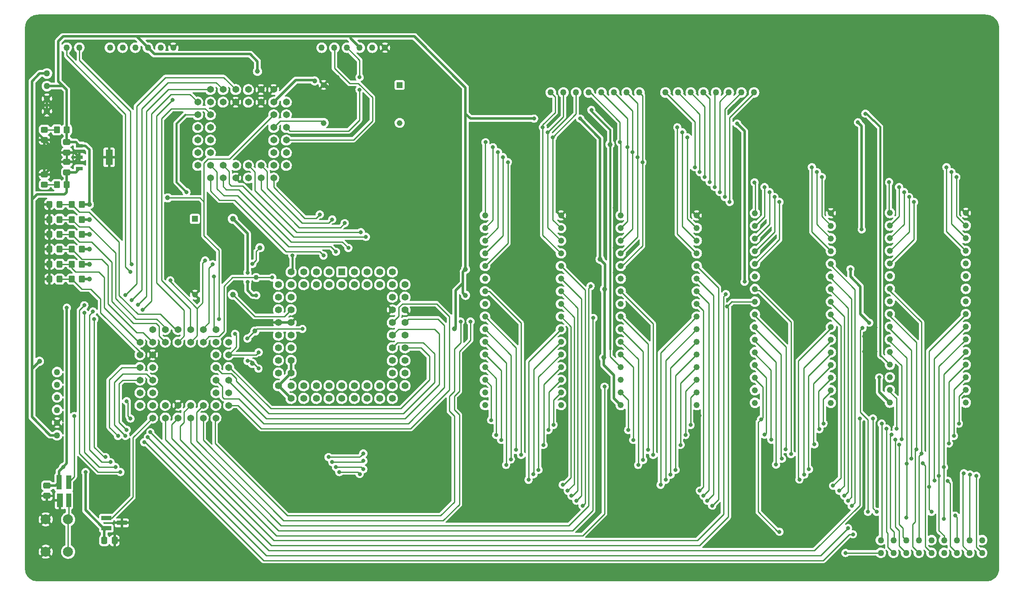
<source format=gbr>
%TF.GenerationSoftware,KiCad,Pcbnew,(6.0.0)*%
%TF.CreationDate,2024-06-19T19:19:11-04:00*%
%TF.ProjectId,MCD_Rev2,4d43445f-5265-4763-922e-6b696361645f,rev?*%
%TF.SameCoordinates,Original*%
%TF.FileFunction,Copper,L1,Top*%
%TF.FilePolarity,Positive*%
%FSLAX46Y46*%
G04 Gerber Fmt 4.6, Leading zero omitted, Abs format (unit mm)*
G04 Created by KiCad (PCBNEW (6.0.0)) date 2024-06-19 19:19:11*
%MOMM*%
%LPD*%
G01*
G04 APERTURE LIST*
G04 Aperture macros list*
%AMRoundRect*
0 Rectangle with rounded corners*
0 $1 Rounding radius*
0 $2 $3 $4 $5 $6 $7 $8 $9 X,Y pos of 4 corners*
0 Add a 4 corners polygon primitive as box body*
4,1,4,$2,$3,$4,$5,$6,$7,$8,$9,$2,$3,0*
0 Add four circle primitives for the rounded corners*
1,1,$1+$1,$2,$3*
1,1,$1+$1,$4,$5*
1,1,$1+$1,$6,$7*
1,1,$1+$1,$8,$9*
0 Add four rect primitives between the rounded corners*
20,1,$1+$1,$2,$3,$4,$5,0*
20,1,$1+$1,$4,$5,$6,$7,0*
20,1,$1+$1,$6,$7,$8,$9,0*
20,1,$1+$1,$8,$9,$2,$3,0*%
%AMOutline4P*
0 Free polygon, 4 corners , with rotation*
0 The origin of the aperture is its center*
0 number of corners: always 4*
0 $1 to $8 corner X, Y*
0 $9 Rotation angle, in degrees counterclockwise*
0 create outline with 4 corners*
4,1,4,$1,$2,$3,$4,$5,$6,$7,$8,$1,$2,$9*%
G04 Aperture macros list end*
%TA.AperFunction,SMDPad,CuDef*%
%ADD10C,1.000000*%
%TD*%
%TA.AperFunction,ComponentPad*%
%ADD11C,1.270000*%
%TD*%
%TA.AperFunction,SMDPad,CuDef*%
%ADD12R,2.032000X0.878794*%
%TD*%
%TA.AperFunction,SMDPad,CuDef*%
%ADD13R,2.032000X0.878796*%
%TD*%
%TA.AperFunction,SMDPad,CuDef*%
%ADD14R,2.032000X0.965200*%
%TD*%
%TA.AperFunction,SMDPad,CuDef*%
%ADD15RoundRect,0.250000X-0.325000X-0.450000X0.325000X-0.450000X0.325000X0.450000X-0.325000X0.450000X0*%
%TD*%
%TA.AperFunction,ComponentPad*%
%ADD16C,1.244600*%
%TD*%
%TA.AperFunction,SMDPad,CuDef*%
%ADD17RoundRect,0.250000X0.350000X0.450000X-0.350000X0.450000X-0.350000X-0.450000X0.350000X-0.450000X0*%
%TD*%
%TA.AperFunction,SMDPad,CuDef*%
%ADD18RoundRect,0.250000X0.450000X-0.325000X0.450000X0.325000X-0.450000X0.325000X-0.450000X-0.325000X0*%
%TD*%
%TA.AperFunction,SMDPad,CuDef*%
%ADD19R,1.200000X2.800000*%
%TD*%
%TA.AperFunction,SMDPad,CuDef*%
%ADD20R,1.000000X2.800000*%
%TD*%
%TA.AperFunction,SMDPad,CuDef*%
%ADD21Outline4P,-0.500000X-1.400000X0.500000X-1.400000X0.500000X1.400000X-0.500000X1.400000X0.000000*%
%TD*%
%TA.AperFunction,ComponentPad*%
%ADD22C,2.000000*%
%TD*%
%TA.AperFunction,SMDPad,CuDef*%
%ADD23R,1.456400X0.800000*%
%TD*%
%TA.AperFunction,SMDPad,CuDef*%
%ADD24R,1.456400X3.099999*%
%TD*%
%TA.AperFunction,ComponentPad*%
%ADD25C,1.371600*%
%TD*%
%TA.AperFunction,SMDPad,CuDef*%
%ADD26RoundRect,0.250000X0.475000X-0.337500X0.475000X0.337500X-0.475000X0.337500X-0.475000X-0.337500X0*%
%TD*%
%TA.AperFunction,ComponentPad*%
%ADD27R,1.158000X1.158000*%
%TD*%
%TA.AperFunction,ComponentPad*%
%ADD28C,1.158000*%
%TD*%
%TA.AperFunction,SMDPad,CuDef*%
%ADD29RoundRect,0.250000X-0.475000X0.337500X-0.475000X-0.337500X0.475000X-0.337500X0.475000X0.337500X0*%
%TD*%
%TA.AperFunction,SMDPad,CuDef*%
%ADD30RoundRect,0.250000X-0.337500X-0.475000X0.337500X-0.475000X0.337500X0.475000X-0.337500X0.475000X0*%
%TD*%
%TA.AperFunction,SMDPad,CuDef*%
%ADD31RoundRect,0.250000X-0.450000X0.325000X-0.450000X-0.325000X0.450000X-0.325000X0.450000X0.325000X0*%
%TD*%
%TA.AperFunction,ComponentPad*%
%ADD32R,1.400000X1.400000*%
%TD*%
%TA.AperFunction,ComponentPad*%
%ADD33C,1.400000*%
%TD*%
%TA.AperFunction,ViaPad*%
%ADD34C,0.800000*%
%TD*%
%TA.AperFunction,ViaPad*%
%ADD35C,1.000000*%
%TD*%
%TA.AperFunction,Conductor*%
%ADD36C,0.254000*%
%TD*%
%TA.AperFunction,Conductor*%
%ADD37C,0.500000*%
%TD*%
%TA.AperFunction,Conductor*%
%ADD38C,0.250000*%
%TD*%
%TA.AperFunction,Conductor*%
%ADD39C,0.381000*%
%TD*%
G04 APERTURE END LIST*
D10*
%TO.P,R/W,1,1*%
%TO.N,R{slash}W*%
X218500000Y-98000000D03*
%TD*%
%TO.P,LDS,1,1*%
%TO.N,LDS*%
X147500000Y-124750000D03*
%TD*%
%TO.P,UDS,1,1*%
%TO.N,UDS*%
X148250000Y-118750000D03*
%TD*%
%TO.P,BERR,1,1*%
%TO.N,BERR*%
X146750000Y-142000000D03*
%TD*%
%TO.P,RESET,1,1*%
%TO.N,RESET*%
X129750000Y-108750000D03*
%TD*%
%TO.P,HALT,1,1*%
%TO.N,HALT*%
X147250000Y-135500000D03*
%TD*%
D11*
%TO.P,J8,1,Pin_1*%
%TO.N,GND*%
X130867123Y-78570000D03*
%TO.P,J8,2,Pin_2*%
%TO.N,unconnected-(J8-Pad2)*%
X128327123Y-78570000D03*
%TO.P,J8,3,Pin_3*%
%TO.N,+5V*%
X125787123Y-78570000D03*
%TO.P,J8,4,Pin_4*%
%TO.N,TXDB*%
X123247123Y-78570000D03*
%TO.P,J8,5,Pin_5*%
%TO.N,RXDB*%
X120707123Y-78570000D03*
%TO.P,J8,6,Pin_6*%
%TO.N,unconnected-(J8-Pad6)*%
X118167123Y-78570000D03*
%TD*%
D12*
%TO.P,U10,1,\u002ARST*%
%TO.N,SRESET*%
X117442323Y-173054000D03*
D13*
%TO.P,U10,2,VCC*%
%TO.N,+5V*%
X117442323Y-175086000D03*
D14*
%TO.P,U10,3,VSS*%
%TO.N,GND*%
X120541123Y-174019200D03*
%TD*%
D15*
%TO.P,D5,1,K*%
%TO.N,GND*%
X106017123Y-119070000D03*
%TO.P,D5,2,A*%
%TO.N,LED3*%
X108067123Y-119070000D03*
%TD*%
D16*
%TO.P,U4,1,NC*%
%TO.N,unconnected-(U4-Pad1)*%
X208667123Y-150370000D03*
%TO.P,U4,2,A16*%
%TO.N,A17*%
X208667123Y-147830000D03*
%TO.P,U4,3,A15*%
%TO.N,A16*%
X208667123Y-145290000D03*
%TO.P,U4,4,A12*%
%TO.N,A13*%
X208667123Y-142750000D03*
%TO.P,U4,5,A7*%
%TO.N,A8*%
X208667123Y-140210000D03*
%TO.P,U4,6,A6*%
%TO.N,A7*%
X208667123Y-137670000D03*
%TO.P,U4,7,A5*%
%TO.N,A6*%
X208667123Y-135130000D03*
%TO.P,U4,8,A4*%
%TO.N,A5*%
X208667123Y-132590000D03*
%TO.P,U4,9,A3*%
%TO.N,A4*%
X208667123Y-130050000D03*
%TO.P,U4,10,A2*%
%TO.N,A3*%
X208667123Y-127510000D03*
%TO.P,U4,11,A1*%
%TO.N,A2*%
X208667123Y-124970000D03*
%TO.P,U4,12,A0*%
%TO.N,A1*%
X208667123Y-122430000D03*
%TO.P,U4,13,DQ0*%
%TO.N,D0*%
X208667123Y-119890000D03*
%TO.P,U4,14,DQ1*%
%TO.N,D1*%
X208667123Y-117350000D03*
%TO.P,U4,15,DQ2*%
%TO.N,D2*%
X208667123Y-114810000D03*
%TO.P,U4,16,VSS*%
%TO.N,GND*%
X208667123Y-112270000D03*
%TO.P,U4,17,DQ3*%
%TO.N,D3*%
X193427123Y-112270000D03*
%TO.P,U4,18,DQ4*%
%TO.N,D4*%
X193427123Y-114810000D03*
%TO.P,U4,19,DQ5*%
%TO.N,D5*%
X193427123Y-117350000D03*
%TO.P,U4,20,DQ6*%
%TO.N,D6*%
X193427123Y-119890000D03*
%TO.P,U4,21,DQ7*%
%TO.N,D7*%
X193427123Y-122430000D03*
%TO.P,U4,22,\u002ACE*%
%TO.N,ROMLCE*%
X193427123Y-124970000D03*
%TO.P,U4,23,A10*%
%TO.N,A11*%
X193427123Y-127510000D03*
%TO.P,U4,24,\u002AOE*%
%TO.N,ROMLOE*%
X193427123Y-130050000D03*
%TO.P,U4,25,A11*%
%TO.N,A12*%
X193427123Y-132590000D03*
%TO.P,U4,26,A9*%
%TO.N,A10*%
X193427123Y-135130000D03*
%TO.P,U4,27,A8*%
%TO.N,A9*%
X193427123Y-137670000D03*
%TO.P,U4,28,A13*%
%TO.N,A14*%
X193427123Y-140210000D03*
%TO.P,U4,29,A14*%
%TO.N,A15*%
X193427123Y-142750000D03*
%TO.P,U4,30,A17*%
%TO.N,A18*%
X193427123Y-145290000D03*
%TO.P,U4,31,\u002AWE*%
%TO.N,+5V*%
X193427123Y-147830000D03*
%TO.P,U4,32,VDD*%
X193427123Y-150370000D03*
%TD*%
D17*
%TO.P,R21,1*%
%TO.N,+5V*%
X112517123Y-122070000D03*
%TO.P,R21,2*%
%TO.N,LED4*%
X110517123Y-122070000D03*
%TD*%
D18*
%TO.P,D1,1,K*%
%TO.N,GND*%
X105017123Y-97095000D03*
%TO.P,D1,2,A*%
%TO.N,/5V_LED*%
X105017123Y-95045000D03*
%TD*%
D11*
%TO.P,J4,1,Pin_1*%
%TO.N,+3V3*%
X105517123Y-83760000D03*
%TO.P,J4,2,Pin_2*%
%TO.N,+5V*%
X105517123Y-86300000D03*
%TO.P,J4,3,Pin_3*%
%TO.N,GND*%
X105517123Y-88840000D03*
%TO.P,J4,4,Pin_4*%
X105517123Y-91380000D03*
%TD*%
D19*
%TO.P,U8,1,GND*%
%TO.N,GND*%
X108147123Y-169470000D03*
D20*
%TO.P,U8,2,IN*%
%TO.N,/SW_IN*%
X109867123Y-169470000D03*
%TO.P,U8,3,OUT*%
%TO.N,BRESET*%
X109867123Y-165870000D03*
D21*
%TO.P,U8,4,VCC*%
%TO.N,+5V*%
X107967123Y-165870000D03*
%TD*%
D16*
%TO.P,U3,1,NC*%
%TO.N,unconnected-(U3-Pad1)*%
X289907123Y-149870000D03*
%TO.P,U3,2,A16*%
%TO.N,A17*%
X289907123Y-147330000D03*
%TO.P,U3,3,A14*%
%TO.N,A15*%
X289907123Y-144790000D03*
%TO.P,U3,4,A12*%
%TO.N,A13*%
X289907123Y-142250000D03*
%TO.P,U3,5,A7*%
%TO.N,A8*%
X289907123Y-139710000D03*
%TO.P,U3,6,A6*%
%TO.N,A7*%
X289907123Y-137170000D03*
%TO.P,U3,7,A5*%
%TO.N,A6*%
X289907123Y-134630000D03*
%TO.P,U3,8,A4*%
%TO.N,A5*%
X289907123Y-132090000D03*
%TO.P,U3,9,A3*%
%TO.N,A4*%
X289907123Y-129550000D03*
%TO.P,U3,10,A2*%
%TO.N,A3*%
X289907123Y-127010000D03*
%TO.P,U3,11,A1*%
%TO.N,A2*%
X289907123Y-124470000D03*
%TO.P,U3,12,A0*%
%TO.N,A1*%
X289907123Y-121930000D03*
%TO.P,U3,13,DQ0*%
%TO.N,D8*%
X289907123Y-119390000D03*
%TO.P,U3,14,DQ1*%
%TO.N,D9*%
X289907123Y-116850000D03*
%TO.P,U3,15,DQ2*%
%TO.N,D10*%
X289907123Y-114310000D03*
%TO.P,U3,16,VSS*%
%TO.N,GND*%
X289907123Y-111770000D03*
%TO.P,U3,17,DQ3*%
%TO.N,D11*%
X274667123Y-111770000D03*
%TO.P,U3,18,DQ4*%
%TO.N,D12*%
X274667123Y-114310000D03*
%TO.P,U3,19,DQ5*%
%TO.N,D13*%
X274667123Y-116850000D03*
%TO.P,U3,20,DQ6*%
%TO.N,D14*%
X274667123Y-119390000D03*
%TO.P,U3,21,DQ7*%
%TO.N,D15*%
X274667123Y-121930000D03*
%TO.P,U3,22,~{CE}*%
%TO.N,RAMHCE*%
X274667123Y-124470000D03*
%TO.P,U3,23,A10*%
%TO.N,A11*%
X274667123Y-127010000D03*
%TO.P,U3,24,~{OE}*%
%TO.N,RAMHOE*%
X274667123Y-129550000D03*
%TO.P,U3,25,A11*%
%TO.N,A12*%
X274667123Y-132090000D03*
%TO.P,U3,26,A9*%
%TO.N,A10*%
X274667123Y-134630000D03*
%TO.P,U3,27,A8*%
%TO.N,A9*%
X274667123Y-137170000D03*
%TO.P,U3,28,A13*%
%TO.N,A14*%
X274667123Y-139710000D03*
%TO.P,U3,29,~{WE}*%
%TO.N,R{slash}W*%
X274667123Y-142250000D03*
%TO.P,U3,30,CE2*%
%TO.N,RAMHCE2*%
X274667123Y-144790000D03*
%TO.P,U3,31,A15*%
%TO.N,A16*%
X274667123Y-147330000D03*
%TO.P,U3,32,VCC*%
%TO.N,+5V*%
X274667123Y-149870000D03*
%TD*%
D22*
%TO.P,SW1,1,1*%
%TO.N,GND*%
X105267123Y-173320000D03*
X105267123Y-179820000D03*
%TO.P,SW1,2,2*%
%TO.N,/SW_IN*%
X109767123Y-179820000D03*
X109767123Y-173320000D03*
%TD*%
D11*
%TO.P,J5,1,Pin_1*%
%TO.N,+3V3*%
X107567123Y-156420000D03*
%TO.P,J5,2,Pin_2*%
%TO.N,GND*%
X107567123Y-153880000D03*
%TO.P,J5,3,Pin_3*%
%TO.N,TCK*%
X107567123Y-151340000D03*
%TO.P,J5,4,Pin_4*%
%TO.N,TDO*%
X107567123Y-148800000D03*
%TO.P,J5,5,Pin_5*%
%TO.N,TDI*%
X107567123Y-146260000D03*
%TO.P,J5,6,Pin_6*%
%TO.N,TMS*%
X107567123Y-143720000D03*
%TD*%
D16*
%TO.P,U5,1,NC*%
%TO.N,unconnected-(U5-Pad1)*%
X262837123Y-149910000D03*
%TO.P,U5,2,A16*%
%TO.N,A17*%
X262837123Y-147370000D03*
%TO.P,U5,3,A15*%
%TO.N,A16*%
X262837123Y-144830000D03*
%TO.P,U5,4,A12*%
%TO.N,A13*%
X262837123Y-142290000D03*
%TO.P,U5,5,A7*%
%TO.N,A8*%
X262837123Y-139750000D03*
%TO.P,U5,6,A6*%
%TO.N,A7*%
X262837123Y-137210000D03*
%TO.P,U5,7,A5*%
%TO.N,A6*%
X262837123Y-134670000D03*
%TO.P,U5,8,A4*%
%TO.N,A5*%
X262837123Y-132130000D03*
%TO.P,U5,9,A3*%
%TO.N,A4*%
X262837123Y-129590000D03*
%TO.P,U5,10,A2*%
%TO.N,A3*%
X262837123Y-127050000D03*
%TO.P,U5,11,A1*%
%TO.N,A2*%
X262837123Y-124510000D03*
%TO.P,U5,12,A0*%
%TO.N,A1*%
X262837123Y-121970000D03*
%TO.P,U5,13,DQ0*%
%TO.N,D8*%
X262837123Y-119430000D03*
%TO.P,U5,14,DQ1*%
%TO.N,D9*%
X262837123Y-116890000D03*
%TO.P,U5,15,DQ2*%
%TO.N,D10*%
X262837123Y-114350000D03*
%TO.P,U5,16,VSS*%
%TO.N,GND*%
X262837123Y-111810000D03*
%TO.P,U5,17,DQ3*%
%TO.N,D11*%
X247597123Y-111810000D03*
%TO.P,U5,18,DQ4*%
%TO.N,D12*%
X247597123Y-114350000D03*
%TO.P,U5,19,DQ5*%
%TO.N,D13*%
X247597123Y-116890000D03*
%TO.P,U5,20,DQ6*%
%TO.N,D14*%
X247597123Y-119430000D03*
%TO.P,U5,21,DQ7*%
%TO.N,D15*%
X247597123Y-121970000D03*
%TO.P,U5,22,\u002ACE*%
%TO.N,ROMHCE*%
X247597123Y-124510000D03*
%TO.P,U5,23,A10*%
%TO.N,A11*%
X247597123Y-127050000D03*
%TO.P,U5,24,\u002AOE*%
%TO.N,ROMHOE*%
X247597123Y-129590000D03*
%TO.P,U5,25,A11*%
%TO.N,A12*%
X247597123Y-132130000D03*
%TO.P,U5,26,A9*%
%TO.N,A10*%
X247597123Y-134670000D03*
%TO.P,U5,27,A8*%
%TO.N,A9*%
X247597123Y-137210000D03*
%TO.P,U5,28,A13*%
%TO.N,A14*%
X247597123Y-139750000D03*
%TO.P,U5,29,A14*%
%TO.N,A15*%
X247597123Y-142290000D03*
%TO.P,U5,30,A17*%
%TO.N,A18*%
X247597123Y-144830000D03*
%TO.P,U5,31,\u002AWE*%
%TO.N,+5V*%
X247597123Y-147370000D03*
%TO.P,U5,32,VDD*%
X247597123Y-149910000D03*
%TD*%
%TO.P,U2,1,NC*%
%TO.N,unconnected-(U2-Pad1)*%
X235907123Y-150370000D03*
%TO.P,U2,2,A16*%
%TO.N,A17*%
X235907123Y-147830000D03*
%TO.P,U2,3,A14*%
%TO.N,A15*%
X235907123Y-145290000D03*
%TO.P,U2,4,A12*%
%TO.N,A13*%
X235907123Y-142750000D03*
%TO.P,U2,5,A7*%
%TO.N,A8*%
X235907123Y-140210000D03*
%TO.P,U2,6,A6*%
%TO.N,A7*%
X235907123Y-137670000D03*
%TO.P,U2,7,A5*%
%TO.N,A6*%
X235907123Y-135130000D03*
%TO.P,U2,8,A4*%
%TO.N,A5*%
X235907123Y-132590000D03*
%TO.P,U2,9,A3*%
%TO.N,A4*%
X235907123Y-130050000D03*
%TO.P,U2,10,A2*%
%TO.N,A3*%
X235907123Y-127510000D03*
%TO.P,U2,11,A1*%
%TO.N,A2*%
X235907123Y-124970000D03*
%TO.P,U2,12,A0*%
%TO.N,A1*%
X235907123Y-122430000D03*
%TO.P,U2,13,DQ0*%
%TO.N,D0*%
X235907123Y-119890000D03*
%TO.P,U2,14,DQ1*%
%TO.N,D1*%
X235907123Y-117350000D03*
%TO.P,U2,15,DQ2*%
%TO.N,D2*%
X235907123Y-114810000D03*
%TO.P,U2,16,VSS*%
%TO.N,GND*%
X235907123Y-112270000D03*
%TO.P,U2,17,DQ3*%
%TO.N,D3*%
X220667123Y-112270000D03*
%TO.P,U2,18,DQ4*%
%TO.N,D4*%
X220667123Y-114810000D03*
%TO.P,U2,19,DQ5*%
%TO.N,D5*%
X220667123Y-117350000D03*
%TO.P,U2,20,DQ6*%
%TO.N,D6*%
X220667123Y-119890000D03*
%TO.P,U2,21,DQ7*%
%TO.N,D7*%
X220667123Y-122430000D03*
%TO.P,U2,22,~{CE}*%
%TO.N,RAMLCE*%
X220667123Y-124970000D03*
%TO.P,U2,23,A10*%
%TO.N,A11*%
X220667123Y-127510000D03*
%TO.P,U2,24,~{OE}*%
%TO.N,RAMLOE*%
X220667123Y-130050000D03*
%TO.P,U2,25,A11*%
%TO.N,A12*%
X220667123Y-132590000D03*
%TO.P,U2,26,A9*%
%TO.N,A10*%
X220667123Y-135130000D03*
%TO.P,U2,27,A8*%
%TO.N,A9*%
X220667123Y-137670000D03*
%TO.P,U2,28,A13*%
%TO.N,A14*%
X220667123Y-140210000D03*
%TO.P,U2,29,~{WE}*%
%TO.N,R{slash}W*%
X220667123Y-142750000D03*
%TO.P,U2,30,CE2*%
%TO.N,RAMLCE2*%
X220667123Y-145290000D03*
%TO.P,U2,31,A15*%
%TO.N,A16*%
X220667123Y-147830000D03*
%TO.P,U2,32,VCC*%
%TO.N,+5V*%
X220667123Y-150370000D03*
%TD*%
D15*
%TO.P,D4,1,K*%
%TO.N,GND*%
X106017123Y-116070000D03*
%TO.P,D4,2,A*%
%TO.N,LED2*%
X108067123Y-116070000D03*
%TD*%
D17*
%TO.P,R23,1*%
%TO.N,+3V3*%
X109517123Y-106070000D03*
%TO.P,R23,2*%
%TO.N,/3V3_LED*%
X107517123Y-106070000D03*
%TD*%
D23*
%TO.P,U7,1,VIN*%
%TO.N,+5V*%
X112042923Y-98270000D03*
%TO.P,U7,2,GND*%
%TO.N,GND*%
X112042923Y-100570000D03*
%TO.P,U7,3,VOUT*%
%TO.N,+3V3*%
X112042923Y-102870000D03*
D24*
%TO.P,U7,4,EPAD*%
%TO.N,GND*%
X117991323Y-100570000D03*
%TD*%
D25*
%TO.P,U6,1,NC*%
%TO.N,unconnected-(U6-Pad1)*%
X145937123Y-89520000D03*
%TO.P,U6,2,A1*%
%TO.N,A1*%
X143397123Y-86980000D03*
%TO.P,U6,3,IP3*%
%TO.N,GND*%
X143397123Y-89520000D03*
%TO.P,U6,4,A2*%
%TO.N,A2*%
X140857123Y-86980000D03*
%TO.P,U6,5,IP1*%
%TO.N,Net-(R25-Pad1)*%
X140857123Y-89520000D03*
%TO.P,U6,6,A3*%
%TO.N,A3*%
X138317123Y-86980000D03*
%TO.P,U6,7,A4*%
%TO.N,A4*%
X135777123Y-89520000D03*
%TO.P,U6,8,IP0*%
%TO.N,Net-(R24-Pad1)*%
X138317123Y-89520000D03*
%TO.P,U6,9,\u002AR/\u002AW*%
%TO.N,R{slash}W*%
X135777123Y-92060000D03*
%TO.P,U6,10,\u002ADTAK*%
%TO.N,DUART_DTACK*%
X138317123Y-92060000D03*
%TO.P,U6,11,RXDB*%
%TO.N,TXDB*%
X135777123Y-94600000D03*
%TO.P,U6,12,NC*%
%TO.N,unconnected-(U6-Pad12)*%
X138317123Y-94600000D03*
%TO.P,U6,13,TXDB*%
%TO.N,RXDB*%
X135777123Y-97140000D03*
%TO.P,U6,14,OP1*%
%TO.N,unconnected-(U6-Pad14)*%
X138317123Y-97140000D03*
%TO.P,U6,15,OP3*%
%TO.N,unconnected-(U6-Pad15)*%
X135777123Y-99680000D03*
%TO.P,U6,16,OP5*%
%TO.N,unconnected-(U6-Pad16)*%
X138317123Y-99680000D03*
%TO.P,U6,17,OP7*%
%TO.N,unconnected-(U6-Pad17)*%
X135777123Y-102220000D03*
%TO.P,U6,18,D1*%
%TO.N,D1*%
X138317123Y-104760000D03*
%TO.P,U6,19,D3*%
%TO.N,D3*%
X138317123Y-102220000D03*
%TO.P,U6,20,D5*%
%TO.N,D5*%
X140857123Y-104760000D03*
%TO.P,U6,21,D7*%
%TO.N,D7*%
X140857123Y-102220000D03*
%TO.P,U6,22,GND*%
%TO.N,GND*%
X143397123Y-104760000D03*
%TO.P,U6,23,NC*%
%TO.N,unconnected-(U6-Pad23)*%
X143397123Y-102220000D03*
%TO.P,U6,24,INTR*%
%TO.N,unconnected-(U6-Pad24)*%
X145937123Y-104760000D03*
%TO.P,U6,25,D6*%
%TO.N,D6*%
X145937123Y-102220000D03*
%TO.P,U6,26,D4*%
%TO.N,D4*%
X148477123Y-104760000D03*
%TO.P,U6,27,D2*%
%TO.N,D2*%
X148477123Y-102220000D03*
%TO.P,U6,28,D0*%
%TO.N,D0*%
X151017123Y-104760000D03*
%TO.P,U6,29,OP6*%
%TO.N,unconnected-(U6-Pad29)*%
X153557123Y-102220000D03*
%TO.P,U6,30,OP4*%
%TO.N,unconnected-(U6-Pad30)*%
X151017123Y-102220000D03*
%TO.P,U6,31,OP2*%
%TO.N,unconnected-(U6-Pad31)*%
X153557123Y-99680000D03*
%TO.P,U6,32,OP0*%
%TO.N,unconnected-(U6-Pad32)*%
X151017123Y-99680000D03*
%TO.P,U6,33,TXDA*%
%TO.N,RXDA*%
X153557123Y-97140000D03*
%TO.P,U6,34,NC*%
%TO.N,unconnected-(U6-Pad34)*%
X151017123Y-97140000D03*
%TO.P,U6,35,RXDA*%
%TO.N,TXDA*%
X153557123Y-94600000D03*
%TO.P,U6,36,X1/CLK*%
%TO.N,/DUART_CLK*%
X151017123Y-94600000D03*
%TO.P,U6,37,X2*%
%TO.N,unconnected-(U6-Pad37)*%
X153557123Y-92060000D03*
%TO.P,U6,38,\u002ARESET*%
%TO.N,RESET*%
X151017123Y-92060000D03*
%TO.P,U6,39,CS*%
%TO.N,DUARTCS*%
X153557123Y-89520000D03*
%TO.P,U6,40,IP2*%
%TO.N,GND*%
X151017123Y-86980000D03*
%TO.P,U6,41,\u002AIACK*%
%TO.N,+5V*%
X151017123Y-89520000D03*
%TO.P,U6,42,IP5*%
%TO.N,GND*%
X148477123Y-86980000D03*
%TO.P,U6,43,IP4*%
X148477123Y-89520000D03*
%TO.P,U6,44,VCC*%
%TO.N,+5V*%
X145937123Y-86980000D03*
%TD*%
D15*
%TO.P,D7,1,K*%
%TO.N,GND*%
X106017123Y-125070000D03*
%TO.P,D7,2,A*%
%TO.N,LED5*%
X108067123Y-125070000D03*
%TD*%
D11*
%TO.P,J3,1,Pin_1*%
%TO.N,A1*%
X293177123Y-177501105D03*
%TO.P,J3,2,Pin_2*%
%TO.N,A2*%
X293177123Y-180041105D03*
%TO.P,J3,3,Pin_3*%
%TO.N,A3*%
X290637123Y-177501105D03*
%TO.P,J3,4,Pin_4*%
%TO.N,A4*%
X290637123Y-180041105D03*
%TO.P,J3,5,Pin_5*%
%TO.N,A5*%
X288097123Y-177501105D03*
%TO.P,J3,6,Pin_6*%
%TO.N,A6*%
X288097123Y-180041105D03*
%TO.P,J3,7,Pin_7*%
%TO.N,A7*%
X285557123Y-177501105D03*
%TO.P,J3,8,Pin_8*%
%TO.N,A8*%
X285557123Y-180041105D03*
%TO.P,J3,9,Pin_9*%
%TO.N,A9*%
X283017123Y-177501105D03*
%TO.P,J3,10,Pin_10*%
%TO.N,A10*%
X283017123Y-180041105D03*
%TO.P,J3,11,Pin_11*%
%TO.N,A11*%
X280477123Y-177501105D03*
%TO.P,J3,12,Pin_12*%
%TO.N,A12*%
X280477123Y-180041105D03*
%TO.P,J3,13,Pin_13*%
%TO.N,A13*%
X277937123Y-177501105D03*
%TO.P,J3,14,Pin_14*%
%TO.N,A14*%
X277937123Y-180041105D03*
%TO.P,J3,15,Pin_15*%
%TO.N,A15*%
X275397123Y-177501105D03*
%TO.P,J3,16,Pin_16*%
%TO.N,A16*%
X275397123Y-180041105D03*
%TO.P,J3,17,Pin_17*%
%TO.N,A17*%
X272857123Y-177501105D03*
%TO.P,J3,18,Pin_18*%
%TO.N,A18*%
X272857123Y-180041105D03*
%TD*%
D26*
%TO.P,C19,1*%
%TO.N,+3V3*%
X109517123Y-103607500D03*
%TO.P,C19,2*%
%TO.N,GND*%
X109517123Y-101532500D03*
%TD*%
D27*
%TO.P,Y1,1*%
%TO.N,N/C*%
X176287123Y-86060000D03*
D28*
%TO.P,Y1,7,CASE_GND*%
%TO.N,GND*%
X161047123Y-86060000D03*
%TO.P,Y1,8,OUTPUT*%
%TO.N,/DUART_CLK*%
X161047123Y-93680000D03*
%TO.P,Y1,14,+VDC*%
%TO.N,+5V*%
X176287123Y-93680000D03*
%TD*%
D15*
%TO.P,D2,1,K*%
%TO.N,GND*%
X105992123Y-110070000D03*
%TO.P,D2,2,A*%
%TO.N,LED0*%
X108042123Y-110070000D03*
%TD*%
D11*
%TO.P,J1,1,Pin_1*%
%TO.N,D0*%
X206627123Y-87570000D03*
%TO.P,J1,2,Pin_2*%
%TO.N,D1*%
X209167123Y-87570000D03*
%TO.P,J1,3,Pin_3*%
%TO.N,D2*%
X211707123Y-87570000D03*
%TO.P,J1,4,Pin_4*%
%TO.N,D3*%
X214247123Y-87570000D03*
%TO.P,J1,5,Pin_5*%
%TO.N,D4*%
X216787123Y-87570000D03*
%TO.P,J1,6,Pin_6*%
%TO.N,D5*%
X219327123Y-87570000D03*
%TO.P,J1,7,Pin_7*%
%TO.N,D6*%
X221867123Y-87570000D03*
%TO.P,J1,8,Pin_8*%
%TO.N,D7*%
X224407123Y-87570000D03*
%TD*%
D17*
%TO.P,R22,1*%
%TO.N,+5V*%
X112517123Y-125070000D03*
%TO.P,R22,2*%
%TO.N,LED5*%
X110517123Y-125070000D03*
%TD*%
%TO.P,R18,1*%
%TO.N,+5V*%
X112517123Y-113070000D03*
%TO.P,R18,2*%
%TO.N,LED1*%
X110517123Y-113070000D03*
%TD*%
D29*
%TO.P,C21,1*%
%TO.N,+5V*%
X105517123Y-166532500D03*
%TO.P,C21,2*%
%TO.N,GND*%
X105517123Y-168607500D03*
%TD*%
D17*
%TO.P,R17,1*%
%TO.N,+5V*%
X112492123Y-110070000D03*
%TO.P,R17,2*%
%TO.N,LED0*%
X110492123Y-110070000D03*
%TD*%
%TO.P,R19,1*%
%TO.N,+5V*%
X112517123Y-116070000D03*
%TO.P,R19,2*%
%TO.N,LED2*%
X110517123Y-116070000D03*
%TD*%
%TO.P,R20,1*%
%TO.N,+5V*%
X112517123Y-119070000D03*
%TO.P,R20,2*%
%TO.N,LED3*%
X110517123Y-119070000D03*
%TD*%
D25*
%TO.P,U1,1,I/O_1*%
%TO.N,AS*%
X134337123Y-137720000D03*
%TO.P,U1,2,I/O_2*%
%TO.N,LED0*%
X131797123Y-135180000D03*
%TO.P,U1,3,I/O_3*%
%TO.N,DUARTCS*%
X131797123Y-137720000D03*
%TO.P,U1,4,I/O_4*%
%TO.N,LED1*%
X129257123Y-135180000D03*
%TO.P,U1,5,I/O/GCK1*%
%TO.N,LED2*%
X129257123Y-137720000D03*
%TO.P,U1,6,I/O/GCK2*%
%TO.N,CLK*%
X126717123Y-135180000D03*
%TO.P,U1,7,I/O/GCK3*%
%TO.N,LED4*%
X124177123Y-137720000D03*
%TO.P,U1,8,I/O_5*%
%TO.N,LED3*%
X126717123Y-137720000D03*
%TO.P,U1,9,I/O_6*%
%TO.N,LED5*%
X124177123Y-140260000D03*
%TO.P,U1,10,GND_1*%
%TO.N,GND*%
X126717123Y-140260000D03*
%TO.P,U1,11,I/O_7*%
%TO.N,RAMHCE2*%
X124177123Y-142800000D03*
%TO.P,U1,12,I/O_8*%
%TO.N,unconnected-(U1-Pad12)*%
X126717123Y-142800000D03*
%TO.P,U1,13,I/O_9*%
%TO.N,RAMHCE*%
X124177123Y-145340000D03*
%TO.P,U1,14,I/O_10*%
%TO.N,RAMHOE*%
X126717123Y-145340000D03*
%TO.P,U1,15,TDI*%
%TO.N,TDI*%
X124177123Y-147880000D03*
%TO.P,U1,16,TMS*%
%TO.N,TMS*%
X126717123Y-147880000D03*
%TO.P,U1,17,TCK*%
%TO.N,TCK*%
X124177123Y-150420000D03*
%TO.P,U1,18,I/O_11*%
%TO.N,SRESET*%
X126717123Y-152960000D03*
%TO.P,U1,19,I/O_12*%
%TO.N,BRESET*%
X126717123Y-150420000D03*
%TO.P,U1,20,I/O_13*%
%TO.N,ROMHOE*%
X129257123Y-152960000D03*
%TO.P,U1,21,VCCINT_3.3V_1*%
%TO.N,+3V3*%
X129257123Y-150420000D03*
%TO.P,U1,22,I/O_14*%
%TO.N,ROMHCE*%
X131797123Y-152960000D03*
%TO.P,U1,23,GND_2*%
%TO.N,GND*%
X131797123Y-150420000D03*
%TO.P,U1,24,I/O_15*%
%TO.N,RAMLOE*%
X134337123Y-152960000D03*
%TO.P,U1,25,I/O_16*%
%TO.N,RAMLCE2*%
X134337123Y-150420000D03*
%TO.P,U1,26,I/O_17*%
%TO.N,ROMLOE*%
X136877123Y-152960000D03*
%TO.P,U1,27,I/O_18*%
%TO.N,RAMLCE*%
X136877123Y-150420000D03*
%TO.P,U1,28,I/O_19*%
%TO.N,ROMLCE*%
X139417123Y-152960000D03*
%TO.P,U1,29,I/O_20*%
%TO.N,A23*%
X141957123Y-150420000D03*
%TO.P,U1,30,TDO*%
%TO.N,TDO*%
X139417123Y-150420000D03*
%TO.P,U1,31,GND_3*%
%TO.N,GND*%
X141957123Y-147880000D03*
%TO.P,U1,32,VCCIO_2.5V/3.3V*%
%TO.N,+3V3*%
X139417123Y-147880000D03*
%TO.P,U1,33,I/O_21*%
%TO.N,A21*%
X141957123Y-145340000D03*
%TO.P,U1,34,I/O_22*%
%TO.N,A22*%
X139417123Y-145340000D03*
%TO.P,U1,35,I/O_23*%
%TO.N,A19*%
X141957123Y-142800000D03*
%TO.P,U1,36,I/O_24*%
%TO.N,A20*%
X139417123Y-142800000D03*
%TO.P,U1,37,I/O_25*%
%TO.N,RESET*%
X141957123Y-140260000D03*
%TO.P,U1,38,I/O_26*%
%TO.N,BERR*%
X139417123Y-140260000D03*
%TO.P,U1,39,I/O/GSR*%
%TO.N,HALT*%
X141957123Y-137720000D03*
%TO.P,U1,40,I/O/GTS2*%
%TO.N,CPLD_DTACK*%
X139417123Y-135180000D03*
%TO.P,U1,41,VCCINT_3.3V_2*%
%TO.N,+3V3*%
X139417123Y-137720000D03*
%TO.P,U1,42,I/O/GTS1*%
%TO.N,UDS*%
X136877123Y-135180000D03*
%TO.P,U1,43,I/O_27*%
%TO.N,LDS*%
X136877123Y-137720000D03*
%TO.P,U1,44,I/O_28*%
%TO.N,DUART_DTACK*%
X134337123Y-135180000D03*
%TD*%
D27*
%TO.P,Y2,1*%
%TO.N,N/C*%
X135207123Y-112950000D03*
D28*
%TO.P,Y2,7,CASE_GND*%
%TO.N,GND*%
X135207123Y-128190000D03*
%TO.P,Y2,8,OUTPUT*%
%TO.N,CLK*%
X142827123Y-128190000D03*
%TO.P,Y2,14,+VDC*%
%TO.N,+5V*%
X142827123Y-112950000D03*
%TD*%
D11*
%TO.P,J6,1,Pin_1*%
%TO.N,AS*%
X109477123Y-78570000D03*
%TO.P,J6,2,Pin_2*%
%TO.N,CPLD_DTACK*%
X112017123Y-78570000D03*
%TD*%
D29*
%TO.P,C18,1*%
%TO.N,+5V*%
X109517123Y-97532500D03*
%TO.P,C18,2*%
%TO.N,GND*%
X109517123Y-99607500D03*
%TD*%
D11*
%TO.P,J2,1,Pin_1*%
%TO.N,D8*%
X229627123Y-87570000D03*
%TO.P,J2,2,Pin_2*%
%TO.N,D9*%
X232167123Y-87570000D03*
%TO.P,J2,3,Pin_3*%
%TO.N,D10*%
X234707123Y-87570000D03*
%TO.P,J2,4,Pin_4*%
%TO.N,D11*%
X237247123Y-87570000D03*
%TO.P,J2,5,Pin_5*%
%TO.N,D12*%
X239787123Y-87570000D03*
%TO.P,J2,6,Pin_6*%
%TO.N,D13*%
X242327123Y-87570000D03*
%TO.P,J2,7,Pin_7*%
%TO.N,D14*%
X244867123Y-87570000D03*
%TO.P,J2,8,Pin_8*%
%TO.N,D15*%
X247407123Y-87570000D03*
%TD*%
D30*
%TO.P,C20,1*%
%TO.N,+5V*%
X117017123Y-177570000D03*
%TO.P,C20,2*%
%TO.N,GND*%
X119092123Y-177570000D03*
%TD*%
D15*
%TO.P,D3,1,K*%
%TO.N,GND*%
X106017123Y-113070000D03*
%TO.P,D3,2,A*%
%TO.N,LED1*%
X108067123Y-113070000D03*
%TD*%
D31*
%TO.P,D8,1,K*%
%TO.N,GND*%
X105017123Y-104045000D03*
%TO.P,D8,2,A*%
%TO.N,/3V3_LED*%
X105017123Y-106095000D03*
%TD*%
D17*
%TO.P,R16,1*%
%TO.N,+5V*%
X109517123Y-95070000D03*
%TO.P,R16,2*%
%TO.N,/5V_LED*%
X107517123Y-95070000D03*
%TD*%
D32*
%TO.P,U9,1,D4*%
%TO.N,D4*%
X164667633Y-123630000D03*
D33*
%TO.P,U9,2,D3*%
%TO.N,D3*%
X164667633Y-126170000D03*
%TO.P,U9,3,D2*%
%TO.N,D2*%
X162127633Y-123630000D03*
%TO.P,U9,4,D1*%
%TO.N,D1*%
X162127633Y-126170000D03*
%TO.P,U9,5,D0*%
%TO.N,D0*%
X159587633Y-123630000D03*
%TO.P,U9,6,AS*%
%TO.N,AS*%
X159587633Y-126170000D03*
%TO.P,U9,7,UDS*%
%TO.N,UDS*%
X157047633Y-123630000D03*
%TO.P,U9,8,LDS*%
%TO.N,LDS*%
X157047633Y-126170000D03*
%TO.P,U9,9,R/W*%
%TO.N,R{slash}W*%
X154507633Y-123630000D03*
%TO.P,U9,10,DTACK*%
%TO.N,CPLD_DTACK*%
X151967633Y-126170000D03*
%TO.P,U9,11,BG*%
%TO.N,unconnected-(U9-Pad11)*%
X154507633Y-126170000D03*
%TO.P,U9,12,BGACK*%
%TO.N,+5V*%
X151967633Y-128710000D03*
%TO.P,U9,13,BR*%
X154507633Y-128710000D03*
%TO.P,U9,14,VCC*%
X151967633Y-131250000D03*
%TO.P,U9,15,CLK*%
%TO.N,CLK*%
X154507633Y-131250000D03*
%TO.P,U9,16,GND*%
%TO.N,GND*%
X151967633Y-133790000D03*
%TO.P,U9,17,GND*%
X154507633Y-133790000D03*
%TO.P,U9,18,NC*%
%TO.N,unconnected-(U9-Pad18)*%
X151967633Y-136330000D03*
%TO.P,U9,19,HALT*%
%TO.N,HALT*%
X154507633Y-136330000D03*
%TO.P,U9,20,RESET*%
%TO.N,RESET*%
X151967633Y-138870000D03*
%TO.P,U9,21,VMA*%
%TO.N,unconnected-(U9-Pad21)*%
X154507633Y-138870000D03*
%TO.P,U9,22,E*%
%TO.N,unconnected-(U9-Pad22)*%
X151967633Y-141410000D03*
%TO.P,U9,23,VPA*%
%TO.N,+5V*%
X154507633Y-141410000D03*
%TO.P,U9,24,BERR*%
%TO.N,BERR*%
X151967633Y-143950000D03*
%TO.P,U9,25,IPL2*%
%TO.N,+5V*%
X154507633Y-143950000D03*
%TO.P,U9,26,IPL1*%
X151967633Y-146490000D03*
%TO.P,U9,27,IPL0*%
X154507633Y-149030000D03*
%TO.P,U9,28,FC2*%
%TO.N,unconnected-(U9-Pad28)*%
X154507633Y-146490000D03*
%TO.P,U9,29,FC1*%
%TO.N,unconnected-(U9-Pad29)*%
X157047633Y-149030000D03*
%TO.P,U9,30,FC0*%
%TO.N,unconnected-(U9-Pad30)*%
X157047633Y-146490000D03*
%TO.P,U9,31,NC*%
%TO.N,unconnected-(U9-Pad31)*%
X159587633Y-149030000D03*
%TO.P,U9,32,A1*%
%TO.N,A1*%
X159587633Y-146490000D03*
%TO.P,U9,33,A2*%
%TO.N,A2*%
X162127633Y-149030000D03*
%TO.P,U9,34,A3*%
%TO.N,A3*%
X162127633Y-146490000D03*
%TO.P,U9,35,A4*%
%TO.N,A4*%
X164667633Y-149030000D03*
%TO.P,U9,36,A5*%
%TO.N,A5*%
X164667633Y-146490000D03*
%TO.P,U9,37,A6*%
%TO.N,A6*%
X167207633Y-149030000D03*
%TO.P,U9,38,A7*%
%TO.N,A7*%
X167207633Y-146490000D03*
%TO.P,U9,39,A8*%
%TO.N,A8*%
X169747633Y-149030000D03*
%TO.P,U9,40,A9*%
%TO.N,A9*%
X169747633Y-146490000D03*
%TO.P,U9,41,A10*%
%TO.N,A10*%
X172287633Y-149030000D03*
%TO.P,U9,42,A11*%
%TO.N,A11*%
X172287633Y-146490000D03*
%TO.P,U9,43,A12*%
%TO.N,A12*%
X174827633Y-149030000D03*
%TO.P,U9,44,A13*%
%TO.N,A13*%
X177367633Y-146490000D03*
%TO.P,U9,45,A14*%
%TO.N,A14*%
X174827633Y-146490000D03*
%TO.P,U9,46,A15*%
%TO.N,A15*%
X177367633Y-143950000D03*
%TO.P,U9,47,A16*%
%TO.N,A16*%
X174827633Y-143950000D03*
%TO.P,U9,48,A17*%
%TO.N,A17*%
X177367633Y-141410000D03*
%TO.P,U9,49,A18*%
%TO.N,A18*%
X174827633Y-141410000D03*
%TO.P,U9,50,A19*%
%TO.N,A19*%
X177367633Y-138870000D03*
%TO.P,U9,51,A20*%
%TO.N,A20*%
X174827633Y-138870000D03*
%TO.P,U9,52,VCC*%
%TO.N,+5V*%
X177367633Y-136330000D03*
%TO.P,U9,53,A21*%
%TO.N,A21*%
X174827633Y-136330000D03*
%TO.P,U9,54,A22*%
%TO.N,A22*%
X177367633Y-133790000D03*
%TO.P,U9,55,A23*%
%TO.N,A23*%
X174827633Y-133790000D03*
%TO.P,U9,56,GND*%
%TO.N,GND*%
X177367633Y-131250000D03*
%TO.P,U9,57,GND*%
X174827633Y-131250000D03*
%TO.P,U9,58,D15*%
%TO.N,D15*%
X177367633Y-128710000D03*
%TO.P,U9,59,D14*%
%TO.N,D14*%
X174827633Y-128710000D03*
%TO.P,U9,60,D13*%
%TO.N,D13*%
X177367633Y-126170000D03*
%TO.P,U9,61,D12*%
%TO.N,D12*%
X174827633Y-123630000D03*
%TO.P,U9,62,D11*%
%TO.N,D11*%
X174827633Y-126170000D03*
%TO.P,U9,63,D10*%
%TO.N,D10*%
X172287633Y-123630000D03*
%TO.P,U9,64,D9*%
%TO.N,D9*%
X172287633Y-126170000D03*
%TO.P,U9,65,D8*%
%TO.N,D8*%
X169747633Y-123630000D03*
%TO.P,U9,66,D7*%
%TO.N,D7*%
X169747633Y-126170000D03*
%TO.P,U9,67,D6*%
%TO.N,D6*%
X167207633Y-123630000D03*
%TO.P,U9,68,D5*%
%TO.N,D5*%
X167207633Y-126170000D03*
%TD*%
D15*
%TO.P,D6,1,K*%
%TO.N,GND*%
X106017123Y-122070000D03*
%TO.P,D6,2,A*%
%TO.N,LED4*%
X108067123Y-122070000D03*
%TD*%
D11*
%TO.P,J7,1,Pin_1*%
%TO.N,GND*%
X173350000Y-78570000D03*
%TO.P,J7,2,Pin_2*%
%TO.N,unconnected-(J7-Pad2)*%
X170810000Y-78570000D03*
%TO.P,J7,3,Pin_3*%
%TO.N,+5V*%
X168270000Y-78570000D03*
%TO.P,J7,4,Pin_4*%
%TO.N,TXDA*%
X165730000Y-78570000D03*
%TO.P,J7,5,Pin_5*%
%TO.N,RXDA*%
X163190000Y-78570000D03*
%TO.P,J7,6,Pin_6*%
%TO.N,unconnected-(J7-Pad6)*%
X160650000Y-78570000D03*
%TD*%
D34*
%TO.N,GND*%
X188050000Y-93650000D03*
X184650000Y-97000000D03*
X180350000Y-101350000D03*
X176000000Y-105650000D03*
X170300000Y-108600000D03*
X163850000Y-108600000D03*
X142250000Y-111000000D03*
X144500000Y-112500000D03*
X141250000Y-123250000D03*
%TO.N,UDS*%
X146750000Y-122000000D03*
%TO.N,GND*%
X150000000Y-123000000D03*
X152000000Y-123000000D03*
X145000000Y-128750000D03*
X144250000Y-123250000D03*
%TO.N,+5V*%
X145767123Y-123750000D03*
X145767123Y-125603500D03*
%TO.N,GND*%
X146000000Y-135000000D03*
X146500000Y-138750000D03*
X148000000Y-141500000D03*
%TO.N,RESET*%
X148000000Y-139750000D03*
%TO.N,BERR*%
X145757689Y-141492311D03*
X147973561Y-143026439D03*
%TO.N,+5V*%
X245517123Y-125570000D03*
D35*
X187267123Y-135070000D03*
X114017123Y-116070000D03*
D34*
X266767123Y-123070000D03*
D35*
X114017123Y-119070000D03*
X216517123Y-121070000D03*
X114017123Y-110070000D03*
D34*
X203267123Y-92820000D03*
X269017123Y-115070000D03*
X244017123Y-93820000D03*
D35*
X147767123Y-83320000D03*
X217407123Y-127070000D03*
X189517123Y-128320000D03*
D34*
X147517123Y-128320000D03*
D35*
X114017123Y-122070000D03*
X159250000Y-85250000D03*
X189517123Y-123070000D03*
D34*
X212517123Y-92820000D03*
X108767123Y-162820000D03*
D35*
X217267123Y-140820000D03*
D34*
X272530837Y-144806286D03*
X270517123Y-133820000D03*
D35*
X114017123Y-113070000D03*
D34*
X268267123Y-93570000D03*
D35*
X114017123Y-125070000D03*
D34*
X113267123Y-163820000D03*
X109517123Y-130820000D03*
%TO.N,GND*%
X201910000Y-173380000D03*
X194000000Y-184000000D03*
X255250000Y-120040000D03*
X102850000Y-173380000D03*
X199370000Y-84480000D03*
X160000000Y-184000000D03*
X264500000Y-74000000D03*
X204450000Y-127660000D03*
X260330000Y-122580000D03*
X166350000Y-130200000D03*
X184130000Y-89560000D03*
X158500000Y-74000000D03*
X164500000Y-74000000D03*
X274000000Y-184750000D03*
X288410000Y-92250000D03*
X138410000Y-178460000D03*
X230313125Y-101450000D03*
X255250000Y-122580000D03*
X158730000Y-168300000D03*
X236500000Y-74000000D03*
X115550000Y-89560000D03*
X133330000Y-175920000D03*
X229850000Y-122580000D03*
X227310000Y-173380000D03*
X133750000Y-184000000D03*
X128250000Y-74000000D03*
X240010000Y-112420000D03*
X255250000Y-81940000D03*
X130790000Y-109880000D03*
X266000000Y-184000000D03*
X258000000Y-184000000D03*
X288270000Y-160680000D03*
X171430000Y-140360000D03*
X266500000Y-74000000D03*
X270017123Y-145070000D03*
X217150000Y-175920000D03*
X135870000Y-173380000D03*
X163810000Y-132740000D03*
X148500000Y-74000000D03*
X295890000Y-84480000D03*
X176000000Y-184000000D03*
X140250000Y-74000000D03*
X199370000Y-87020000D03*
X250170000Y-97180000D03*
X170500000Y-74000000D03*
X247630000Y-89560000D03*
X283190000Y-109880000D03*
X110250000Y-74000000D03*
X199370000Y-173380000D03*
X178767123Y-171570000D03*
X280650000Y-120040000D03*
X270490000Y-181000000D03*
X107930000Y-140360000D03*
X247630000Y-173380000D03*
X163810000Y-102260000D03*
X130790000Y-181000000D03*
X194290000Y-81940000D03*
X196500000Y-74000000D03*
X204500000Y-74000000D03*
X181590000Y-92100000D03*
X186670000Y-79400000D03*
X243750000Y-137750000D03*
X270490000Y-99720000D03*
X143490000Y-132740000D03*
X201910000Y-84480000D03*
X142250000Y-74000000D03*
X222230000Y-173380000D03*
X135870000Y-181000000D03*
X111750000Y-184000000D03*
X283190000Y-127660000D03*
X271767123Y-139570000D03*
X262000000Y-184000000D03*
X250170000Y-99720000D03*
X133330000Y-178460000D03*
X255250000Y-178460000D03*
X270500000Y-74000000D03*
X115550000Y-181000000D03*
X170000000Y-184000000D03*
X163810000Y-140360000D03*
X191750000Y-135280000D03*
X212500000Y-74000000D03*
X293350000Y-99720000D03*
X186670000Y-122580000D03*
X130790000Y-142900000D03*
X210313125Y-121450000D03*
X227310000Y-122580000D03*
X146250000Y-74000000D03*
X255250000Y-125120000D03*
X181590000Y-81940000D03*
X186670000Y-76860000D03*
X250170000Y-94640000D03*
X229850000Y-112420000D03*
X275710000Y-94750000D03*
X224770000Y-173380000D03*
X252710000Y-173380000D03*
X130790000Y-165760000D03*
X290810000Y-153060000D03*
X173970000Y-102260000D03*
X194290000Y-87020000D03*
X208000000Y-184000000D03*
X131750000Y-184000000D03*
X178500000Y-94750000D03*
X280650000Y-130200000D03*
X280790000Y-97250000D03*
X252710000Y-178460000D03*
X252710000Y-135280000D03*
X196830000Y-127660000D03*
X293490000Y-94750000D03*
X153650000Y-158140000D03*
X267950000Y-89560000D03*
X156190000Y-168300000D03*
X260330000Y-94640000D03*
X288270000Y-125120000D03*
X110470000Y-84480000D03*
X176510000Y-79400000D03*
X133330000Y-112420000D03*
X168890000Y-137820000D03*
X151110000Y-165760000D03*
X196000000Y-184000000D03*
X105390000Y-153060000D03*
X118090000Y-165760000D03*
X165000000Y-165000000D03*
X201910000Y-125120000D03*
X226000000Y-184000000D03*
X118090000Y-92100000D03*
X133330000Y-125120000D03*
X295890000Y-94640000D03*
X252500000Y-74000000D03*
X280650000Y-125120000D03*
X166350000Y-140360000D03*
X163810000Y-137820000D03*
X107930000Y-97180000D03*
X267950000Y-178460000D03*
X105390000Y-145440000D03*
X260330000Y-135280000D03*
X224000000Y-184000000D03*
X214610000Y-120040000D03*
X161270000Y-135280000D03*
X146030000Y-155600000D03*
X202017123Y-171820000D03*
X293350000Y-120040000D03*
X182000000Y-184000000D03*
X107930000Y-135280000D03*
X238500000Y-74000000D03*
X201910000Y-135280000D03*
X273030000Y-89560000D03*
X120630000Y-165760000D03*
X204450000Y-135280000D03*
X189210000Y-173380000D03*
X285730000Y-122580000D03*
X255250000Y-97180000D03*
X295890000Y-177750000D03*
X130790000Y-175920000D03*
X147250000Y-93750000D03*
X255250000Y-130200000D03*
X130250000Y-74000000D03*
X156190000Y-79400000D03*
X288270000Y-122580000D03*
X278250000Y-94750000D03*
X200000000Y-184000000D03*
X167000000Y-84500000D03*
X228500000Y-74000000D03*
X125710000Y-175920000D03*
X118090000Y-107340000D03*
X280650000Y-127660000D03*
X245090000Y-175920000D03*
X210500000Y-74000000D03*
X109750000Y-184000000D03*
X255250000Y-89560000D03*
X191750000Y-117500000D03*
X234930000Y-175920000D03*
X115550000Y-81940000D03*
X171430000Y-132740000D03*
X280790000Y-94750000D03*
X176500000Y-74000000D03*
X133330000Y-109880000D03*
X227310000Y-114960000D03*
X238000000Y-184000000D03*
X220000000Y-152250000D03*
X209500000Y-152000000D03*
X191750000Y-173380000D03*
X232000000Y-184000000D03*
X102850000Y-163220000D03*
X102850000Y-170840000D03*
X284250000Y-184750000D03*
X293350000Y-109880000D03*
X102850000Y-175920000D03*
X201910000Y-114960000D03*
X295890000Y-109880000D03*
X166350000Y-135280000D03*
X295890000Y-79400000D03*
X151110000Y-120040000D03*
D35*
X163017123Y-87570000D03*
D34*
X135870000Y-175920000D03*
X181590000Y-84480000D03*
X123750000Y-184000000D03*
X152000000Y-184000000D03*
X189210000Y-76860000D03*
X290500000Y-74000000D03*
X189750000Y-145500000D03*
X216250000Y-146000000D03*
X158730000Y-109880000D03*
X115550000Y-165760000D03*
X229850000Y-114960000D03*
X133330000Y-102260000D03*
X208500000Y-74000000D03*
X199370000Y-122580000D03*
X161270000Y-140360000D03*
X150000000Y-184000000D03*
X278110000Y-99720000D03*
X250000000Y-184000000D03*
X166350000Y-102260000D03*
X107930000Y-89560000D03*
X107930000Y-127660000D03*
X204450000Y-79400000D03*
X293350000Y-107340000D03*
X114250000Y-74000000D03*
X252710000Y-94640000D03*
X184130000Y-92100000D03*
X286750000Y-159500000D03*
X237470000Y-112420000D03*
X232590000Y-84500000D03*
X120630000Y-181000000D03*
X118090000Y-109880000D03*
X232390000Y-132740000D03*
X189210000Y-79400000D03*
X182500000Y-74000000D03*
X120630000Y-168300000D03*
X158730000Y-104800000D03*
X115550000Y-99720000D03*
X190500000Y-74000000D03*
X244500000Y-74000000D03*
X133330000Y-81940000D03*
X199370000Y-135280000D03*
X229850000Y-127660000D03*
X252710000Y-84480000D03*
X283190000Y-132740000D03*
X232390000Y-120040000D03*
X212070000Y-114960000D03*
X194290000Y-79400000D03*
X216000000Y-184000000D03*
X132750000Y-141500000D03*
X202500000Y-74000000D03*
X216250000Y-142750000D03*
X176510000Y-84480000D03*
X199370000Y-125120000D03*
X118090000Y-81940000D03*
X201910000Y-81940000D03*
X166000000Y-184000000D03*
X160313125Y-106450000D03*
X283190000Y-99720000D03*
X156190000Y-158140000D03*
X255250000Y-79290000D03*
X162000000Y-184000000D03*
X295890000Y-117500000D03*
X158730000Y-81940000D03*
X212070000Y-112420000D03*
X295890000Y-155600000D03*
X129750000Y-112460000D03*
X227310000Y-112420000D03*
X271000000Y-97250000D03*
X254500000Y-74000000D03*
X125710000Y-168300000D03*
X209630000Y-84500000D03*
X201910000Y-79400000D03*
X285730000Y-117500000D03*
X204450000Y-76860000D03*
X285730000Y-120040000D03*
X135870000Y-81940000D03*
X219500000Y-110750000D03*
X181590000Y-127660000D03*
X168890000Y-168300000D03*
X290950000Y-97250000D03*
X295890000Y-181000000D03*
X130790000Y-83250000D03*
X163810000Y-142900000D03*
X247630000Y-97180000D03*
X166500000Y-74000000D03*
X158730000Y-92100000D03*
X150313125Y-156450000D03*
X113010000Y-181000000D03*
X265410000Y-112420000D03*
X275313125Y-101450000D03*
X128250000Y-173380000D03*
X143490000Y-158140000D03*
X179750000Y-87020000D03*
X275710000Y-97250000D03*
X295890000Y-173380000D03*
X105390000Y-158140000D03*
X290950000Y-94750000D03*
X214610000Y-114960000D03*
X242550000Y-122580000D03*
X176510000Y-81940000D03*
X181590000Y-89560000D03*
X135313125Y-106450000D03*
X293350000Y-102260000D03*
X288270000Y-127660000D03*
X270490000Y-117500000D03*
X179750000Y-84500000D03*
X240010000Y-120040000D03*
X280650000Y-117500000D03*
X288270000Y-130200000D03*
X120313125Y-96450000D03*
X286750000Y-161750000D03*
X196830000Y-173380000D03*
X174000000Y-184000000D03*
X222230000Y-175920000D03*
X148570000Y-79400000D03*
X224770000Y-122580000D03*
X229850000Y-132740000D03*
X260330000Y-132740000D03*
X150500000Y-74000000D03*
X189267123Y-171820000D03*
X260000000Y-184000000D03*
X105750000Y-184000000D03*
X168000000Y-165750000D03*
X153650000Y-165760000D03*
X255250000Y-127660000D03*
X127750000Y-184000000D03*
X252710000Y-79290000D03*
X201910000Y-132740000D03*
X248500000Y-74000000D03*
X285870000Y-97250000D03*
X156190000Y-130200000D03*
X135870000Y-104800000D03*
X140950000Y-178460000D03*
X143490000Y-97180000D03*
X288410000Y-97250000D03*
X204500000Y-86250000D03*
X201910000Y-76860000D03*
X120313125Y-101450000D03*
X137750000Y-184000000D03*
X135870000Y-117500000D03*
X156190000Y-132740000D03*
X214610000Y-117500000D03*
X237470000Y-173380000D03*
X163810000Y-99720000D03*
X120630000Y-175920000D03*
X272500000Y-74000000D03*
X158730000Y-158140000D03*
X257790000Y-130200000D03*
X278250000Y-97250000D03*
X201910000Y-122580000D03*
X257790000Y-114960000D03*
X282250000Y-184750000D03*
X295890000Y-120040000D03*
X105390000Y-170840000D03*
X184130000Y-76860000D03*
X295890000Y-104800000D03*
X115550000Y-168300000D03*
X148750000Y-92000000D03*
X118090000Y-140360000D03*
X107500000Y-172250000D03*
X135313125Y-121450000D03*
X130313125Y-101450000D03*
X199370000Y-76860000D03*
X160500000Y-74000000D03*
X165313125Y-106450000D03*
X123170000Y-178460000D03*
X250170000Y-89560000D03*
X278500000Y-74000000D03*
X224920000Y-84500000D03*
X158730000Y-79400000D03*
X257790000Y-135280000D03*
X201910000Y-120040000D03*
X154500000Y-74000000D03*
X252710000Y-87020000D03*
X229850000Y-125120000D03*
X212070000Y-122580000D03*
X227310000Y-87020000D03*
X255250000Y-94640000D03*
X286250000Y-184750000D03*
X107930000Y-181000000D03*
X232390000Y-175920000D03*
X146030000Y-99720000D03*
X105390000Y-150520000D03*
X166350000Y-89560000D03*
X295890000Y-165760000D03*
X240210000Y-84500000D03*
X222500000Y-74000000D03*
X135870000Y-109880000D03*
X280650000Y-112420000D03*
X243750000Y-143750000D03*
X133330000Y-117500000D03*
X295890000Y-163220000D03*
X153650000Y-81940000D03*
X144250000Y-74000000D03*
X234500000Y-74000000D03*
X118090000Y-112420000D03*
X158000000Y-184000000D03*
X172500000Y-74000000D03*
X262870000Y-94640000D03*
X103750000Y-184000000D03*
X145000000Y-93750000D03*
X148000000Y-184000000D03*
X113010000Y-94640000D03*
X139750000Y-184000000D03*
X224770000Y-125120000D03*
X270490000Y-122580000D03*
X257790000Y-112420000D03*
X176510000Y-97180000D03*
X148570000Y-158140000D03*
X168890000Y-104800000D03*
X267250000Y-99750000D03*
X199370000Y-79400000D03*
X166350000Y-104800000D03*
X141750000Y-184000000D03*
X107930000Y-160680000D03*
X112250000Y-74000000D03*
X190000000Y-184000000D03*
X118090000Y-168300000D03*
X173970000Y-84480000D03*
X242550000Y-175920000D03*
X218000000Y-184000000D03*
X244000000Y-184000000D03*
X164000000Y-184000000D03*
X186670000Y-89560000D03*
X128250000Y-168300000D03*
X138410000Y-173380000D03*
X140950000Y-181000000D03*
X206000000Y-184000000D03*
X186670000Y-87020000D03*
X194290000Y-84480000D03*
X191750000Y-76860000D03*
X115550000Y-79400000D03*
X227460000Y-84500000D03*
X163810000Y-168300000D03*
X222000000Y-184000000D03*
X143490000Y-181000000D03*
X138410000Y-181000000D03*
X173970000Y-99720000D03*
X168890000Y-135280000D03*
X275570000Y-99720000D03*
X135313125Y-126450000D03*
X257790000Y-127660000D03*
X229850000Y-117500000D03*
X260330000Y-89560000D03*
X161270000Y-102260000D03*
X220500000Y-74000000D03*
X120630000Y-178460000D03*
X174000000Y-82500000D03*
X236000000Y-184000000D03*
X285730000Y-125120000D03*
X115550000Y-175920000D03*
X255250000Y-173380000D03*
X204450000Y-120040000D03*
X189750000Y-139750000D03*
X201910000Y-130200000D03*
X140313125Y-156750000D03*
X151110000Y-79400000D03*
X125710000Y-84480000D03*
X194500000Y-74000000D03*
X293350000Y-112420000D03*
X295890000Y-150520000D03*
X132250000Y-74000000D03*
X133330000Y-120040000D03*
X107930000Y-179000000D03*
X295890000Y-130200000D03*
X283190000Y-117500000D03*
X161500000Y-159500000D03*
X262870000Y-173380000D03*
X257790000Y-125120000D03*
X260330000Y-173380000D03*
X168890000Y-132740000D03*
X158730000Y-99720000D03*
X129750000Y-117540000D03*
X155313125Y-156450000D03*
X201910000Y-117500000D03*
X118017123Y-95320000D03*
X206500000Y-74000000D03*
X227310000Y-125120000D03*
X293350000Y-117500000D03*
X268000000Y-184000000D03*
X199370000Y-117500000D03*
X247540000Y-84500000D03*
X105390000Y-147980000D03*
X146030000Y-158140000D03*
X107930000Y-137820000D03*
X242550000Y-114960000D03*
X257790000Y-120040000D03*
X222230000Y-125120000D03*
X138410000Y-114960000D03*
X199370000Y-130200000D03*
X293350000Y-122580000D03*
X170313125Y-106450000D03*
X179050000Y-97180000D03*
X260330000Y-97180000D03*
X168890000Y-170840000D03*
X237670000Y-84500000D03*
X286500000Y-74000000D03*
D35*
X147417123Y-133870000D03*
D34*
X247630000Y-99720000D03*
X263250000Y-152750000D03*
X295890000Y-145440000D03*
X178000000Y-184000000D03*
X191750000Y-120040000D03*
X278250000Y-92250000D03*
X163810000Y-130200000D03*
X284500000Y-74000000D03*
X237470000Y-117500000D03*
X283190000Y-112420000D03*
X186000000Y-184000000D03*
X250170000Y-132740000D03*
X295890000Y-137820000D03*
X295890000Y-112420000D03*
X257790000Y-89560000D03*
X105250000Y-81750000D03*
X247630000Y-94640000D03*
X106250000Y-74000000D03*
X219690000Y-175920000D03*
X278110000Y-125120000D03*
X191750000Y-114960000D03*
X212170000Y-84500000D03*
X199370000Y-114960000D03*
X105390000Y-127660000D03*
X125710000Y-178460000D03*
X135870000Y-114960000D03*
X180313125Y-131450000D03*
X295890000Y-168300000D03*
X204450000Y-173380000D03*
X135750000Y-184000000D03*
X290810000Y-158140000D03*
X130790000Y-178460000D03*
X158730000Y-132740000D03*
X265410000Y-117500000D03*
X161270000Y-130200000D03*
X133330000Y-99720000D03*
X191750000Y-79400000D03*
X156190000Y-99720000D03*
X254000000Y-184000000D03*
X290810000Y-99720000D03*
X252000000Y-184000000D03*
X260330000Y-120040000D03*
X156190000Y-92100000D03*
X135870000Y-178460000D03*
X265410000Y-89560000D03*
X166350000Y-132740000D03*
X250170000Y-125120000D03*
X134250000Y-74000000D03*
X255250000Y-84480000D03*
X138410000Y-109880000D03*
X199370000Y-112420000D03*
X278000000Y-184750000D03*
X295890000Y-81940000D03*
X295890000Y-160680000D03*
X258500000Y-74000000D03*
X293350000Y-114960000D03*
X255250000Y-112420000D03*
X295890000Y-147980000D03*
X143490000Y-153060000D03*
X135870000Y-170840000D03*
X264000000Y-184000000D03*
X214000000Y-184000000D03*
X199370000Y-120040000D03*
X180500000Y-74000000D03*
X158500000Y-111500000D03*
X168890000Y-140360000D03*
X278110000Y-127660000D03*
X226500000Y-74000000D03*
X158730000Y-102260000D03*
X171430000Y-99720000D03*
X120250000Y-74000000D03*
X250170000Y-79290000D03*
X194290000Y-89560000D03*
X105390000Y-79400000D03*
X171430000Y-137820000D03*
X123170000Y-181000000D03*
X278110000Y-122580000D03*
X194290000Y-76860000D03*
X219500000Y-118750000D03*
X252710000Y-122580000D03*
X143500000Y-155500000D03*
X176510000Y-92100000D03*
X166350000Y-165760000D03*
X128250000Y-178460000D03*
X247000000Y-152250000D03*
X295890000Y-158140000D03*
X215313125Y-176450000D03*
X105390000Y-137820000D03*
X191750000Y-84480000D03*
X116250000Y-74000000D03*
X120630000Y-87020000D03*
X115550000Y-107340000D03*
X196830000Y-76860000D03*
X133000000Y-149250000D03*
X237470000Y-120040000D03*
X295890000Y-114960000D03*
X143490000Y-120040000D03*
X204450000Y-84480000D03*
X288270000Y-99720000D03*
X240500000Y-74000000D03*
X295890000Y-122580000D03*
X272000000Y-184750000D03*
X232500000Y-74000000D03*
X128250000Y-175920000D03*
X136250000Y-74000000D03*
X206990000Y-132740000D03*
X293500000Y-92250000D03*
X230000000Y-84500000D03*
X246000000Y-184000000D03*
X196830000Y-89560000D03*
X242550000Y-112420000D03*
X191750000Y-89560000D03*
X204450000Y-81940000D03*
X184130000Y-122580000D03*
X153650000Y-168300000D03*
X257790000Y-94640000D03*
X173970000Y-87020000D03*
X274500000Y-74000000D03*
X252710000Y-99720000D03*
X118090000Y-181000000D03*
X255250000Y-99720000D03*
X125710000Y-173380000D03*
X206990000Y-173380000D03*
X283190000Y-135280000D03*
X163810000Y-135280000D03*
X130790000Y-168300000D03*
X243750000Y-140750000D03*
X156190000Y-102260000D03*
X206990000Y-125120000D03*
X295890000Y-99720000D03*
X105390000Y-135280000D03*
X143490000Y-178460000D03*
X107930000Y-132740000D03*
X273030000Y-92100000D03*
X171430000Y-102260000D03*
X146030000Y-181000000D03*
X130790000Y-173380000D03*
X163810000Y-165760000D03*
X118090000Y-158140000D03*
X290810000Y-104800000D03*
X140950000Y-97180000D03*
X186670000Y-120040000D03*
X222380000Y-84500000D03*
X283190000Y-125120000D03*
X214710000Y-84500000D03*
X227310000Y-99720000D03*
X113010000Y-87020000D03*
X252710000Y-120040000D03*
X166350000Y-99720000D03*
X257790000Y-117500000D03*
X293490000Y-97250000D03*
X250170000Y-175920000D03*
X201910000Y-89560000D03*
X267950000Y-181000000D03*
X240010000Y-117500000D03*
X161270000Y-99720000D03*
X242550000Y-117500000D03*
X130790000Y-170840000D03*
X153650000Y-104800000D03*
X280650000Y-107340000D03*
X295890000Y-153060000D03*
X216250000Y-134250000D03*
X166350000Y-142900000D03*
X240010000Y-178460000D03*
X118090000Y-170840000D03*
X269517123Y-139570000D03*
X168890000Y-102260000D03*
X230500000Y-74000000D03*
X214610000Y-112420000D03*
X105390000Y-163220000D03*
X229850000Y-175920000D03*
X250170000Y-81940000D03*
X166350000Y-137820000D03*
X113010000Y-178460000D03*
X199370000Y-89560000D03*
X176510000Y-89560000D03*
X102850000Y-81940000D03*
X133330000Y-114960000D03*
X270750000Y-94750000D03*
X252710000Y-97180000D03*
X184000000Y-184000000D03*
X245000000Y-84500000D03*
X102850000Y-79400000D03*
X209517123Y-171820000D03*
X265410000Y-120040000D03*
X188500000Y-74000000D03*
X156190000Y-81940000D03*
X175517123Y-171570000D03*
X123170000Y-173380000D03*
X120313125Y-106450000D03*
X209530000Y-173380000D03*
X207090000Y-84500000D03*
X219500000Y-123750000D03*
X201910000Y-127660000D03*
X290500000Y-161250000D03*
X220000000Y-184000000D03*
X250170000Y-122580000D03*
X180000000Y-92100000D03*
X257790000Y-132740000D03*
X250313125Y-101450000D03*
X280650000Y-99720000D03*
X295890000Y-175920000D03*
X105313125Y-101450000D03*
X280650000Y-114960000D03*
X293350000Y-104800000D03*
X295890000Y-132740000D03*
X163810000Y-84480000D03*
X234930000Y-173380000D03*
X295890000Y-92100000D03*
X240010000Y-122580000D03*
X113010000Y-175920000D03*
X235130000Y-84500000D03*
X250170000Y-178460000D03*
X218500000Y-74000000D03*
X156000000Y-184000000D03*
X121750000Y-184000000D03*
X227310000Y-175920000D03*
X181590000Y-125120000D03*
X158730000Y-170840000D03*
X191750000Y-81940000D03*
X179750000Y-89500000D03*
X295890000Y-102260000D03*
X168890000Y-142900000D03*
X102850000Y-158140000D03*
X283190000Y-120040000D03*
X242550000Y-120040000D03*
X224770000Y-175920000D03*
X283330000Y-97250000D03*
X180000000Y-184000000D03*
X171430000Y-170840000D03*
X247630000Y-178460000D03*
X146500000Y-92000000D03*
X275710000Y-92250000D03*
X105000000Y-175920000D03*
X194267123Y-171820000D03*
X199370000Y-127660000D03*
X117750000Y-184000000D03*
X225750000Y-135250000D03*
X222250000Y-131750000D03*
X168890000Y-99720000D03*
X295890000Y-107340000D03*
X153650000Y-79400000D03*
X201910000Y-137820000D03*
X206990000Y-122580000D03*
X171430000Y-104800000D03*
X198500000Y-74000000D03*
X192500000Y-74000000D03*
X194290000Y-173380000D03*
X245313125Y-151450000D03*
X184130000Y-127660000D03*
X158730000Y-165760000D03*
X191750000Y-87020000D03*
X186670000Y-125120000D03*
X295890000Y-97180000D03*
X204450000Y-122580000D03*
X166350000Y-168300000D03*
X152500000Y-74000000D03*
X185000000Y-150250000D03*
X285730000Y-132740000D03*
X227310000Y-127660000D03*
X204000000Y-184000000D03*
X285870000Y-92250000D03*
X161270000Y-104800000D03*
X192000000Y-184000000D03*
X125710000Y-165760000D03*
X158730000Y-140360000D03*
X230000000Y-184000000D03*
X255250000Y-76750000D03*
X260330000Y-99720000D03*
X204517123Y-171820000D03*
X265500000Y-101450000D03*
X295890000Y-135280000D03*
X285730000Y-99720000D03*
X156190000Y-87020000D03*
X252710000Y-89560000D03*
X196830000Y-87020000D03*
X163810000Y-170840000D03*
X280650000Y-122580000D03*
X156190000Y-104800000D03*
X267250000Y-97250000D03*
X102850000Y-160680000D03*
X123170000Y-170840000D03*
X196830000Y-122580000D03*
X243750000Y-134750000D03*
X196830000Y-132740000D03*
X255313125Y-101450000D03*
X236500000Y-152500000D03*
X247630000Y-175920000D03*
X161270000Y-132740000D03*
X265410000Y-114960000D03*
X118090000Y-84480000D03*
X196767123Y-171820000D03*
X219690000Y-173380000D03*
X227310000Y-120040000D03*
X257790000Y-178460000D03*
X282500000Y-74000000D03*
X285730000Y-130200000D03*
X201910000Y-87020000D03*
X257790000Y-97180000D03*
X130790000Y-107340000D03*
X250170000Y-84480000D03*
X240000000Y-184000000D03*
X280500000Y-74000000D03*
X270490000Y-178460000D03*
X287000000Y-164000000D03*
X257790000Y-122580000D03*
X105390000Y-76860000D03*
X105390000Y-130200000D03*
X290960000Y-92250000D03*
X184130000Y-84480000D03*
X252710000Y-81940000D03*
X232390000Y-122580000D03*
X156190000Y-170840000D03*
X285730000Y-127660000D03*
X168000000Y-184000000D03*
X265403125Y-97230000D03*
X150313125Y-141450000D03*
X295890000Y-125120000D03*
X128250000Y-181000000D03*
X161270000Y-142900000D03*
X229850000Y-99720000D03*
X102850000Y-76860000D03*
X113010000Y-89560000D03*
X295890000Y-142900000D03*
X246500000Y-74000000D03*
X133330000Y-170840000D03*
X151110000Y-158140000D03*
X234000000Y-184000000D03*
X163810000Y-104800000D03*
X181767123Y-171570000D03*
X161270000Y-168300000D03*
X196830000Y-81940000D03*
X285870000Y-94750000D03*
X216500000Y-74000000D03*
X210000000Y-184000000D03*
X102850000Y-178460000D03*
X237470000Y-114960000D03*
X288250000Y-184750000D03*
X262870000Y-89560000D03*
X248000000Y-184000000D03*
X242000000Y-184000000D03*
X161270000Y-165760000D03*
X130750000Y-141250000D03*
X270490000Y-89560000D03*
X125710000Y-181000000D03*
X294500000Y-74000000D03*
X128250000Y-81940000D03*
X229850000Y-135280000D03*
X123170000Y-175920000D03*
X115750000Y-184000000D03*
X295890000Y-76860000D03*
X148570000Y-99720000D03*
X115550000Y-104800000D03*
X255250000Y-87020000D03*
X108250000Y-74000000D03*
X156190000Y-165760000D03*
X166500000Y-82500000D03*
X207017123Y-171820000D03*
X148570000Y-120040000D03*
X290810000Y-109880000D03*
X125710000Y-170840000D03*
X196830000Y-79400000D03*
X138410000Y-175920000D03*
X119750000Y-184000000D03*
X202000000Y-184000000D03*
X105390000Y-99720000D03*
X228000000Y-184000000D03*
X200500000Y-74000000D03*
X288250000Y-158000000D03*
X128250000Y-165760000D03*
X179050000Y-81940000D03*
X280313125Y-101450000D03*
X283190000Y-114960000D03*
X140950000Y-99720000D03*
X148570000Y-97180000D03*
X171430000Y-142900000D03*
X270490000Y-112420000D03*
X107930000Y-158140000D03*
X278110000Y-132740000D03*
X271767123Y-134820000D03*
X155313125Y-106450000D03*
X176510000Y-99720000D03*
X290810000Y-107340000D03*
X212070000Y-117500000D03*
X227310000Y-89560000D03*
X133330000Y-104800000D03*
X216250000Y-138500000D03*
X204450000Y-125120000D03*
X252710000Y-125120000D03*
X288500000Y-74000000D03*
X128250000Y-170840000D03*
X295890000Y-87020000D03*
X280790000Y-92250000D03*
X242750000Y-84500000D03*
X144000000Y-184000000D03*
X171430000Y-135280000D03*
X156190000Y-142900000D03*
X262870000Y-99720000D03*
X257790000Y-137820000D03*
X262870000Y-97180000D03*
X113750000Y-184000000D03*
X184130000Y-87020000D03*
X252710000Y-127660000D03*
X178500000Y-74000000D03*
X256500000Y-74000000D03*
X118090000Y-137820000D03*
X115550000Y-102260000D03*
X224770000Y-127660000D03*
X257790000Y-173380000D03*
X283330000Y-92250000D03*
X295890000Y-140360000D03*
X108500000Y-176000000D03*
X122250000Y-74000000D03*
X174500000Y-74000000D03*
X224250000Y-133500000D03*
X224500000Y-74000000D03*
X172000000Y-184000000D03*
X290810000Y-102260000D03*
X196830000Y-125120000D03*
X295890000Y-127660000D03*
X210313125Y-111450000D03*
X118090000Y-104800000D03*
X252710000Y-76750000D03*
X166350000Y-170840000D03*
X129750000Y-115000000D03*
X219840000Y-84500000D03*
X229850000Y-120040000D03*
X242550000Y-178460000D03*
X232390000Y-127660000D03*
X262500000Y-74000000D03*
X198000000Y-184000000D03*
X204450000Y-130200000D03*
X118090000Y-142900000D03*
X133330000Y-173380000D03*
X255250000Y-117500000D03*
X270490000Y-127660000D03*
X168890000Y-130200000D03*
X280250000Y-184750000D03*
X232390000Y-130200000D03*
X151110000Y-84480000D03*
X125750000Y-184000000D03*
X214500000Y-74000000D03*
X260330000Y-130200000D03*
X250170000Y-87020000D03*
X184500000Y-74000000D03*
X120250000Y-140360000D03*
X212070000Y-120040000D03*
X283190000Y-122580000D03*
X189750000Y-142500000D03*
X265410000Y-99720000D03*
X288270000Y-120040000D03*
X270313125Y-101450000D03*
X181590000Y-94640000D03*
X295890000Y-89560000D03*
X138250000Y-74000000D03*
X270490000Y-120040000D03*
X156500000Y-74000000D03*
X217250000Y-84500000D03*
X140950000Y-117500000D03*
X276500000Y-74000000D03*
X184130000Y-125120000D03*
X125250000Y-83000000D03*
X204450000Y-132740000D03*
X267250000Y-101500000D03*
X295890000Y-170840000D03*
X181590000Y-87020000D03*
X288410000Y-94750000D03*
X290250000Y-184750000D03*
X161270000Y-170840000D03*
X260330000Y-125120000D03*
X115550000Y-97180000D03*
X118250000Y-74000000D03*
X149250000Y-117500000D03*
X140950000Y-175920000D03*
X283190000Y-107340000D03*
X283330000Y-94750000D03*
X204450000Y-89560000D03*
X229850000Y-130200000D03*
X173970000Y-89560000D03*
X168500000Y-74000000D03*
X162500000Y-74000000D03*
X292500000Y-74000000D03*
X206990000Y-130200000D03*
X210313125Y-116450000D03*
X232390000Y-125120000D03*
X179050000Y-79400000D03*
X270490000Y-175920000D03*
X105390000Y-132740000D03*
X126250000Y-74000000D03*
X124250000Y-74000000D03*
X133330000Y-181000000D03*
X242550000Y-125120000D03*
X102850000Y-181000000D03*
X188000000Y-184000000D03*
X227310000Y-117500000D03*
X146000000Y-184000000D03*
X257790000Y-99720000D03*
X199517123Y-171820000D03*
X270000000Y-184000000D03*
X143490000Y-117500000D03*
X265500000Y-94750000D03*
X283190000Y-130200000D03*
X154000000Y-184000000D03*
X267250000Y-95000000D03*
X199370000Y-81940000D03*
X158730000Y-142900000D03*
X242500000Y-74000000D03*
X245090000Y-173380000D03*
X171430000Y-130200000D03*
X113010000Y-173380000D03*
X240010000Y-114960000D03*
X290810000Y-155600000D03*
X102850000Y-155600000D03*
X255250000Y-114960000D03*
X227310000Y-130200000D03*
X105390000Y-160680000D03*
X212000000Y-184000000D03*
X250170000Y-76750000D03*
X115550000Y-178460000D03*
X160250000Y-110500000D03*
X129750000Y-120080000D03*
X189210000Y-81940000D03*
X276000000Y-184750000D03*
X245090000Y-178460000D03*
X268500000Y-74000000D03*
X167000000Y-87000000D03*
X129750000Y-184000000D03*
X232390000Y-173380000D03*
X191767123Y-171820000D03*
X196830000Y-84480000D03*
X161270000Y-137820000D03*
X133330000Y-168300000D03*
X107750000Y-184000000D03*
X260500000Y-74000000D03*
X201910000Y-112420000D03*
X269517123Y-136570000D03*
X260330000Y-127660000D03*
X250500000Y-74000000D03*
X229850000Y-173380000D03*
X161270000Y-92100000D03*
X256000000Y-184000000D03*
X115550000Y-170840000D03*
X206990000Y-127660000D03*
X186500000Y-74000000D03*
D35*
%TO.N,+3V3*%
X104017123Y-141570000D03*
D34*
%TO.N,D0*%
X160267123Y-112070000D03*
X232017123Y-94570000D03*
X205017123Y-94570000D03*
%TO.N,D1*%
X233017123Y-95570000D03*
X161017123Y-120320000D03*
X206017123Y-95570000D03*
%TO.N,D2*%
X162767123Y-113070000D03*
X207017123Y-96570000D03*
X234017123Y-96570000D03*
%TO.N,D3*%
X163517123Y-119570000D03*
X193517123Y-97570000D03*
X220517123Y-97570000D03*
%TO.N,D4*%
X222017123Y-98570000D03*
X195017123Y-98570000D03*
X165267123Y-113820000D03*
%TO.N,D5*%
X223017123Y-99570000D03*
X196017123Y-99570000D03*
X166017123Y-118820000D03*
%TO.N,D6*%
X168517123Y-115639501D03*
X224017123Y-100570000D03*
X197017123Y-100570000D03*
%TO.N,D7*%
X169517123Y-116570000D03*
X198017123Y-101570000D03*
X225017123Y-101570000D03*
%TO.N,D8*%
X235517123Y-102570000D03*
X259017123Y-102570000D03*
X286017123Y-102570000D03*
%TO.N,D9*%
X287017123Y-103570000D03*
X260017123Y-103570000D03*
X236517123Y-103570000D03*
%TO.N,D10*%
X288017123Y-104570000D03*
X237517123Y-104570000D03*
X261017123Y-104570000D03*
%TO.N,D11*%
X238517123Y-105570000D03*
X247517123Y-105623500D03*
X274517123Y-105570000D03*
%TO.N,D12*%
X276517123Y-106570000D03*
X249517123Y-106570000D03*
X239517123Y-106570000D03*
%TO.N,D13*%
X240517123Y-107570000D03*
X277517123Y-107570000D03*
X250517123Y-107570000D03*
%TO.N,D14*%
X241517123Y-108570000D03*
X251517123Y-108570000D03*
X278517123Y-108570000D03*
%TO.N,D15*%
X242517123Y-109570000D03*
X252517123Y-109570000D03*
X279517123Y-109570000D03*
%TO.N,A1*%
X164180000Y-163820000D03*
X168286062Y-164213938D03*
X267017123Y-170570000D03*
X120267123Y-163820000D03*
X213017123Y-170570000D03*
X113017123Y-130320000D03*
X239017123Y-170570000D03*
X121250000Y-128250000D03*
%TO.N,A2*%
X292017123Y-164570000D03*
X266267123Y-169570000D03*
X211767123Y-169570000D03*
X169000000Y-163250000D03*
X238017123Y-169570000D03*
X119267123Y-162820000D03*
X122500000Y-129250000D03*
X113017123Y-131820000D03*
X163517123Y-162820000D03*
%TO.N,A3*%
X237267123Y-168570000D03*
X123750000Y-130250000D03*
X290767123Y-164320000D03*
X114767123Y-131570000D03*
X118267123Y-161820000D03*
X265517123Y-168570000D03*
X162767123Y-161820000D03*
X169017123Y-161570000D03*
X210767123Y-168570000D03*
%TO.N,A4*%
X162017123Y-160820000D03*
X115017123Y-133070000D03*
X169017123Y-160070000D03*
X236517123Y-167570000D03*
X124750000Y-131250000D03*
X210017123Y-167570000D03*
X117267123Y-160820000D03*
X289517123Y-164070000D03*
X264517123Y-167570000D03*
%TO.N,A5*%
X283017123Y-171820000D03*
X228667123Y-166370000D03*
X263267123Y-166570000D03*
X287767123Y-172570000D03*
X282517123Y-166820000D03*
X209017123Y-166370000D03*
%TO.N,A6*%
X202167123Y-165370000D03*
X283607880Y-165524622D03*
X256517123Y-165316500D03*
X229667123Y-165370000D03*
X286267123Y-165570000D03*
%TO.N,A7*%
X284517123Y-164570000D03*
X203130679Y-164263011D03*
X257507573Y-164324029D03*
X230667123Y-164370000D03*
%TO.N,A8*%
X285517123Y-162820000D03*
X285500000Y-173250000D03*
X204167123Y-163370000D03*
X231667123Y-163370000D03*
X258417123Y-163270000D03*
%TO.N,A9*%
X197667123Y-162370000D03*
X251820083Y-162316500D03*
X224167123Y-162370000D03*
X278000000Y-173000000D03*
X278017123Y-162110051D03*
%TO.N,A10*%
X198613623Y-161279243D03*
X279017123Y-161110040D03*
X253017123Y-161126272D03*
X225167123Y-161370000D03*
X281267123Y-162070000D03*
%TO.N,A11*%
X227167123Y-160370000D03*
X281017123Y-160070000D03*
X254820083Y-160217040D03*
X200667123Y-160370000D03*
%TO.N,A12*%
X226167123Y-159370000D03*
X280017123Y-159217029D03*
X199613623Y-159370000D03*
X253766583Y-159217040D03*
%TO.N,A13*%
X232667123Y-158370000D03*
X205167123Y-158370000D03*
X276517123Y-158320000D03*
X259517123Y-158270529D03*
X286517123Y-158070000D03*
%TO.N,A14*%
X275767123Y-157320000D03*
X250873583Y-157324029D03*
X277017123Y-157263000D03*
X223167123Y-157370000D03*
X196667123Y-157370000D03*
%TO.N,A15*%
X275017123Y-156316500D03*
X233667123Y-156370000D03*
X195667123Y-156370000D03*
X287517123Y-156570000D03*
X249549249Y-156316500D03*
%TO.N,A16*%
X274017123Y-155070000D03*
X276017123Y-155070000D03*
X206167123Y-155370000D03*
X222167123Y-155370000D03*
X260517123Y-155217029D03*
%TO.N,A17*%
X261350982Y-154070000D03*
X234667123Y-154370000D03*
X207167123Y-154370000D03*
X273017123Y-154070000D03*
X288517123Y-154070000D03*
%TO.N,A18*%
X265767123Y-180070000D03*
X248820083Y-153217051D03*
X194667123Y-153370011D03*
X252517123Y-175820000D03*
%TO.N,TDO*%
X121517123Y-149570000D03*
X122267123Y-153070000D03*
%TO.N,AS*%
X130267123Y-125320000D03*
X137267123Y-121320000D03*
X122267123Y-123570000D03*
%TO.N,TXDA*%
X168247123Y-84502877D03*
X168247123Y-87002877D03*
%TO.N,HALT*%
X156767123Y-135070000D03*
X145750000Y-137000000D03*
%TO.N,ROMLOE*%
X190517123Y-133570000D03*
%TO.N,ROMLCE*%
X188517123Y-133570000D03*
%TO.N,ROMHOE*%
X242017123Y-130570000D03*
%TO.N,ROMHCE*%
X241767123Y-128070000D03*
%TO.N,RAMLCE*%
X214617123Y-126470000D03*
%TO.N,RAMLCE2*%
X217417123Y-146670000D03*
%TO.N,RESET*%
X140017123Y-133070000D03*
X143267123Y-136070000D03*
%TO.N,RAMLOE*%
X215163623Y-132870000D03*
%TO.N,RAMHCE*%
X126267123Y-155820000D03*
X268613623Y-153070000D03*
X121517123Y-155320000D03*
%TO.N,RAMHCE2*%
X125017123Y-157820000D03*
X271267123Y-153070000D03*
X267267123Y-176320000D03*
X272017123Y-171820000D03*
X119767123Y-156570000D03*
%TO.N,CPLD_DTACK*%
X122517123Y-122070000D03*
X139017123Y-124570000D03*
%TO.N,RAMHOE*%
X121267123Y-156570000D03*
X270267123Y-171820000D03*
X269163623Y-134870000D03*
X266267123Y-175070000D03*
X125767123Y-156820000D03*
%TO.N,DUARTCS*%
X130767123Y-89070000D03*
%TO.N,UDS*%
X138767123Y-122070000D03*
%TO.N,LDS*%
X150750000Y-124750000D03*
%TO.N,BRESET*%
X111017123Y-152570000D03*
%TO.N,R{slash}W*%
X133517123Y-107570000D03*
X269767123Y-91820000D03*
X214767123Y-91070000D03*
X154767123Y-120296500D03*
%TD*%
D36*
%TO.N,UDS*%
X147500000Y-119500000D02*
X148250000Y-118750000D01*
X146750000Y-122000000D02*
X147500000Y-121250000D01*
X147500000Y-121250000D02*
X147500000Y-119500000D01*
%TO.N,RESET*%
X136250000Y-108750000D02*
X129750000Y-108750000D01*
X137017123Y-109517123D02*
X136250000Y-108750000D01*
X137017123Y-109517123D02*
X137017123Y-101777248D01*
X137017123Y-116320000D02*
X137017123Y-109517123D01*
D37*
%TO.N,+5V*%
X145767123Y-115890000D02*
X142827123Y-112950000D01*
X145767123Y-123750000D02*
X145767123Y-115890000D01*
D36*
%TO.N,LDS*%
X141017123Y-135570000D02*
X140017123Y-136570000D01*
X142750000Y-124750000D02*
X141017123Y-126482877D01*
X141017123Y-126482877D02*
X141017123Y-135570000D01*
X138027123Y-136570000D02*
X136877123Y-137720000D01*
X140017123Y-136570000D02*
X138027123Y-136570000D01*
X150750000Y-124750000D02*
X142750000Y-124750000D01*
D37*
%TO.N,+5V*%
X145767123Y-127320000D02*
X146767123Y-128320000D01*
X145767123Y-125603500D02*
X145767123Y-127320000D01*
X146767123Y-128320000D02*
X147517123Y-128320000D01*
D36*
%TO.N,RESET*%
X147490000Y-140260000D02*
X141957123Y-140260000D01*
X148000000Y-139750000D02*
X147490000Y-140260000D01*
%TO.N,HALT*%
X145750000Y-137000000D02*
X147680000Y-135070000D01*
X147680000Y-135070000D02*
X156767123Y-135070000D01*
%TO.N,BERR*%
X146439433Y-141492311D02*
X147973561Y-143026439D01*
X145757689Y-141492311D02*
X146439433Y-141492311D01*
D37*
%TO.N,+5V*%
X147767123Y-81320000D02*
X146321634Y-79874511D01*
X166430000Y-76712877D02*
X168287123Y-78570000D01*
X166430000Y-76320000D02*
X179267123Y-76320000D01*
X112492123Y-110070000D02*
X114017123Y-110070000D01*
X113267123Y-163820000D02*
X113267123Y-171487402D01*
X112517123Y-113070000D02*
X114017123Y-113070000D01*
X109517123Y-130820000D02*
X109517123Y-162070000D01*
X217267123Y-142320000D02*
X219267123Y-144320000D01*
X163497123Y-76320000D02*
X123017123Y-76320000D01*
X154507633Y-143950000D02*
X151967633Y-146490000D01*
X127091634Y-79874511D02*
X125787123Y-78570000D01*
X217407123Y-127070000D02*
X217507123Y-126970000D01*
X268767123Y-126570000D02*
X266767123Y-124570000D01*
X189017123Y-123570000D02*
X189517123Y-123070000D01*
X268267123Y-93570000D02*
X269017123Y-94320000D01*
X159250000Y-85250000D02*
X159070000Y-85070000D01*
X272530837Y-144806286D02*
X272517123Y-144820000D01*
X216517123Y-96820000D02*
X216517123Y-121070000D01*
X269017123Y-94320000D02*
X269017123Y-115070000D01*
X147767123Y-83320000D02*
X147767123Y-81320000D01*
X217407123Y-140680000D02*
X217407123Y-127070000D01*
X114017123Y-122070000D02*
X112517123Y-122070000D01*
X107967123Y-165870000D02*
X107267123Y-166570000D01*
X190517123Y-92820000D02*
X203267123Y-92820000D01*
X166430000Y-76320000D02*
X166430000Y-76712877D01*
X217267123Y-140820000D02*
X217267123Y-142320000D01*
X109017123Y-86570000D02*
X109517123Y-87070000D01*
X217267123Y-140820000D02*
X217407123Y-140680000D01*
X108747123Y-86300000D02*
X109017123Y-86570000D01*
X272517123Y-147720000D02*
X274667123Y-149870000D01*
X114017123Y-119070000D02*
X112517123Y-119070000D01*
X179267123Y-76320000D02*
X189517123Y-86570000D01*
X117017123Y-177570000D02*
X117017123Y-175511200D01*
X268767123Y-132070000D02*
X268767123Y-126570000D01*
X109517123Y-162070000D02*
X108767123Y-162820000D01*
X219267123Y-144320000D02*
X219267123Y-148970000D01*
X109517123Y-97532500D02*
X109517123Y-95070000D01*
X113267123Y-171487402D02*
X116865721Y-175086000D01*
X107967123Y-163620000D02*
X107967123Y-165870000D01*
X105554623Y-166570000D02*
X105517123Y-166532500D01*
X189517123Y-128320000D02*
X189017123Y-127820000D01*
X189017123Y-125870000D02*
X189017123Y-123570000D01*
X125787123Y-78570000D02*
X123537123Y-76320000D01*
X114017123Y-99070000D02*
X114017123Y-110070000D01*
X109517123Y-97532500D02*
X111305423Y-97532500D01*
X189017123Y-127820000D02*
X189017123Y-125870000D01*
X112042923Y-98270000D02*
X113217123Y-98270000D01*
X114017123Y-125070000D02*
X112517123Y-125070000D01*
X113217123Y-98270000D02*
X114017123Y-99070000D01*
X212517123Y-92820000D02*
X216517123Y-96820000D01*
X219267123Y-148970000D02*
X220667123Y-150370000D01*
X270517123Y-133820000D02*
X268767123Y-132070000D01*
X159070000Y-85070000D02*
X155467123Y-85070000D01*
X244017123Y-93820000D02*
X245517123Y-95320000D01*
X187517123Y-127370000D02*
X189017123Y-125870000D01*
X189517123Y-86570000D02*
X189517123Y-92570000D01*
X189517123Y-92570000D02*
X189517123Y-123070000D01*
X187267123Y-135070000D02*
X187517123Y-134820000D01*
X105517123Y-86300000D02*
X108747123Y-86300000D01*
X189517123Y-91820000D02*
X190517123Y-92820000D01*
X117017123Y-175511200D02*
X117442323Y-175086000D01*
X108767123Y-76320000D02*
X107767123Y-77320000D01*
X272517123Y-144820000D02*
X272517123Y-147720000D01*
X107267123Y-166570000D02*
X105554623Y-166570000D01*
X123017123Y-76320000D02*
X108767123Y-76320000D01*
X266767123Y-124570000D02*
X266767123Y-123070000D01*
X245517123Y-95320000D02*
X245517123Y-125570000D01*
X187517123Y-134820000D02*
X187517123Y-127370000D01*
X108767123Y-162820000D02*
X107967123Y-163620000D01*
X107767123Y-77320000D02*
X107767123Y-85320000D01*
X111305423Y-97532500D02*
X112042923Y-98270000D01*
X151967633Y-146490000D02*
X154507633Y-149030000D01*
X146321634Y-79874511D02*
X127091634Y-79874511D01*
X155467123Y-85070000D02*
X151017123Y-89520000D01*
X163497123Y-76320000D02*
X166430000Y-76320000D01*
X109517123Y-87070000D02*
X109517123Y-95070000D01*
X112517123Y-116070000D02*
X114017123Y-116070000D01*
X116865721Y-175086000D02*
X117442323Y-175086000D01*
X107767123Y-85320000D02*
X109017123Y-86570000D01*
X217507123Y-126970000D02*
X217507123Y-122060000D01*
X123537123Y-76320000D02*
X123017123Y-76320000D01*
X154507633Y-141410000D02*
X154507633Y-143950000D01*
X217507123Y-122060000D02*
X216517123Y-121070000D01*
%TO.N,GND*%
X103517123Y-95595000D02*
X105017123Y-97095000D01*
X118017123Y-95320000D02*
X117991323Y-95345800D01*
X151967633Y-133790000D02*
X154507633Y-133790000D01*
X109517123Y-99607500D02*
X111080423Y-99607500D01*
X105517123Y-91380000D02*
X105517123Y-88840000D01*
X105992123Y-113045000D02*
X106017123Y-113070000D01*
X147497123Y-133790000D02*
X147417123Y-133870000D01*
X117991323Y-95345800D02*
X117991323Y-100570000D01*
X107529623Y-99607500D02*
X109517123Y-99607500D01*
X105517123Y-91380000D02*
X103517123Y-93380000D01*
X105017123Y-104045000D02*
X107529623Y-101532500D01*
X161507123Y-86060000D02*
X163017123Y-87570000D01*
X106017123Y-121070000D02*
X106017123Y-125070000D01*
X106017123Y-121070000D02*
X106017123Y-119070000D01*
X106017123Y-122070000D02*
X106017123Y-121070000D01*
X106017123Y-116070000D02*
X106017123Y-119070000D01*
X109517123Y-101532500D02*
X111080423Y-101532500D01*
X111080423Y-101532500D02*
X112042923Y-100570000D01*
X107529623Y-101532500D02*
X109517123Y-101532500D01*
X105992123Y-110070000D02*
X105992123Y-113045000D01*
X106017123Y-113070000D02*
X106017123Y-116070000D01*
X111080423Y-99607500D02*
X112042923Y-100570000D01*
X105017123Y-97095000D02*
X107529623Y-99607500D01*
X151967633Y-133790000D02*
X147497123Y-133790000D01*
X103517123Y-93380000D02*
X103517123Y-95595000D01*
X161047123Y-86060000D02*
X161507123Y-86060000D01*
%TO.N,+3V3*%
X102517123Y-109070000D02*
X102517123Y-111070000D01*
X109517123Y-106070000D02*
X109517123Y-107570000D01*
X102517123Y-141320000D02*
X102517123Y-152770000D01*
X102517123Y-152770000D02*
X106167123Y-156420000D01*
X102517123Y-85320000D02*
X102517123Y-111070000D01*
X109517123Y-103607500D02*
X109517123Y-106070000D01*
X109517123Y-103607500D02*
X111305423Y-103607500D01*
X106167123Y-156420000D02*
X107567123Y-156420000D01*
X105517123Y-83760000D02*
X104077123Y-83760000D01*
X111305423Y-103607500D02*
X112042923Y-102870000D01*
X103517123Y-108070000D02*
X102517123Y-109070000D01*
X104017123Y-141570000D02*
X102517123Y-143070000D01*
X109517123Y-107570000D02*
X109017123Y-108070000D01*
X102517123Y-143070000D02*
X102517123Y-141320000D01*
X102517123Y-111070000D02*
X102517123Y-141320000D01*
X104077123Y-83760000D02*
X102517123Y-85320000D01*
X109017123Y-108070000D02*
X103517123Y-108070000D01*
D36*
%TO.N,/3V3_LED*%
X107517123Y-106070000D02*
X105042123Y-106070000D01*
X105042123Y-106070000D02*
X105017123Y-106095000D01*
%TO.N,LED0*%
X131377123Y-135180000D02*
X131797123Y-135180000D01*
X110492123Y-110070000D02*
X111992123Y-111570000D01*
X111992123Y-111570000D02*
X113997114Y-111570000D01*
X120017123Y-117590009D02*
X120017123Y-128320000D01*
X120017123Y-128320000D02*
X123767123Y-132070000D01*
X123767123Y-132070000D02*
X128267123Y-132070000D01*
X128267123Y-132070000D02*
X131377123Y-135180000D01*
X113997114Y-111570000D02*
X120017123Y-117590009D01*
X110492123Y-110070000D02*
X108042123Y-110070000D01*
%TO.N,LED1*%
X110517123Y-113070000D02*
X112017123Y-114570000D01*
X113997114Y-114570000D02*
X119267123Y-119840009D01*
X112017123Y-114570000D02*
X113997114Y-114570000D01*
X127552467Y-133070000D02*
X129257123Y-134774656D01*
X129257123Y-134774656D02*
X129257123Y-135180000D01*
X119267123Y-119840009D02*
X119267123Y-128945000D01*
X123392123Y-133070000D02*
X127552467Y-133070000D01*
X110517123Y-113070000D02*
X108067123Y-113070000D01*
X119267123Y-128945000D02*
X123392123Y-133070000D01*
%TO.N,LED2*%
X118517123Y-121650715D02*
X118517123Y-129570000D01*
X122892123Y-133945000D02*
X127392123Y-133945000D01*
X128017123Y-134570000D02*
X128017123Y-136480000D01*
X127392123Y-133945000D02*
X128017123Y-134570000D01*
X110517123Y-116070000D02*
X108067123Y-116070000D01*
X112017123Y-117570000D02*
X114436408Y-117570000D01*
X118517123Y-129570000D02*
X122892123Y-133945000D01*
X128017123Y-136480000D02*
X129257123Y-137720000D01*
X110517123Y-116070000D02*
X112017123Y-117570000D01*
X114436408Y-117570000D02*
X118517123Y-121650715D01*
%TO.N,LED3*%
X117767123Y-122320000D02*
X116490603Y-121043480D01*
X112490603Y-121043480D02*
X110517123Y-119070000D01*
X110517123Y-119070000D02*
X108067123Y-119070000D01*
X116490603Y-121043480D02*
X112490603Y-121043480D01*
X126717123Y-137720000D02*
X124817123Y-135820000D01*
X124817123Y-135820000D02*
X123517123Y-135820000D01*
X123517123Y-135820000D02*
X117767123Y-130070000D01*
X117767123Y-130070000D02*
X117767123Y-122320000D01*
%TO.N,LED4*%
X117017123Y-124683932D02*
X117017123Y-130820000D01*
X123917123Y-137720000D02*
X124177123Y-137720000D01*
X110517123Y-122070000D02*
X110517123Y-122816520D01*
X111270603Y-123570000D02*
X115903191Y-123570000D01*
X115903191Y-123570000D02*
X117017123Y-124683932D01*
X117017123Y-130820000D02*
X123917123Y-137720000D01*
X110517123Y-122816520D02*
X111270603Y-123570000D01*
X110517123Y-122070000D02*
X108067123Y-122070000D01*
%TO.N,LED5*%
X116267123Y-129070000D02*
X116267123Y-131820000D01*
X110517123Y-125070000D02*
X108067123Y-125070000D01*
X116267123Y-131820000D02*
X124177123Y-139730000D01*
X110517123Y-125070000D02*
X112517123Y-127070000D01*
X114267123Y-127070000D02*
X116267123Y-129070000D01*
X124177123Y-139730000D02*
X124177123Y-140260000D01*
X112517123Y-127070000D02*
X114267123Y-127070000D01*
%TO.N,D0*%
X160267123Y-112070000D02*
X159517123Y-112820000D01*
X208667123Y-119890000D02*
X205017123Y-116240000D01*
X232017123Y-94570000D02*
X232017123Y-116000000D01*
X151017123Y-106570000D02*
X151017123Y-104760000D01*
X157267123Y-112820000D02*
X151017123Y-106570000D01*
X207517123Y-91570000D02*
X207517123Y-88460000D01*
X205017123Y-94070000D02*
X207517123Y-91570000D01*
X232017123Y-116000000D02*
X235907123Y-119890000D01*
X205017123Y-94570000D02*
X205017123Y-94070000D01*
X159517123Y-112820000D02*
X157267123Y-112820000D01*
X207517123Y-88460000D02*
X206627123Y-87570000D01*
X205017123Y-116240000D02*
X205017123Y-94570000D01*
%TO.N,D1*%
X206017123Y-95570000D02*
X209167123Y-92420000D01*
X160267123Y-119570000D02*
X153517123Y-119570000D01*
X233017123Y-114460000D02*
X235907123Y-117350000D01*
X161017123Y-120320000D02*
X160267123Y-119570000D01*
X138317123Y-107370000D02*
X138317123Y-104760000D01*
X233017123Y-95570000D02*
X233017123Y-114460000D01*
X206017123Y-114700000D02*
X206017123Y-95570000D01*
X209167123Y-92420000D02*
X209167123Y-87570000D01*
X140142123Y-109195000D02*
X138317123Y-107370000D01*
X143142123Y-109195000D02*
X140142123Y-109195000D01*
X153517123Y-119570000D02*
X143142123Y-109195000D01*
X208667123Y-117350000D02*
X206017123Y-114700000D01*
%TO.N,D2*%
X162767123Y-113070000D02*
X162090622Y-113746501D01*
X162090622Y-113746501D02*
X156693624Y-113746501D01*
X211707123Y-91880000D02*
X211707123Y-87570000D01*
X149709434Y-106762311D02*
X149709434Y-103452311D01*
X207017123Y-113160000D02*
X207017123Y-96570000D01*
X234017123Y-96570000D02*
X234017123Y-112920000D01*
X149709434Y-103452311D02*
X148477123Y-102220000D01*
X207017123Y-96570000D02*
X211707123Y-91880000D01*
X234017123Y-112920000D02*
X235907123Y-114810000D01*
X208667123Y-114810000D02*
X207017123Y-113160000D01*
X156693624Y-113746501D02*
X149709434Y-106762311D01*
%TO.N,D3*%
X220517123Y-97570000D02*
X220667123Y-97720000D01*
X214517123Y-87570000D02*
X214247123Y-87570000D01*
X139624812Y-103527689D02*
X138317123Y-102220000D01*
X139624812Y-106927689D02*
X139624812Y-103527689D01*
X220667123Y-97720000D02*
X220667123Y-112270000D01*
X220517123Y-97570000D02*
X220517123Y-93570000D01*
X220517123Y-93570000D02*
X214517123Y-87570000D01*
X162517123Y-118570000D02*
X154017123Y-118570000D01*
X141017123Y-108320000D02*
X139624812Y-106927689D01*
X193427123Y-97660000D02*
X193427123Y-112270000D01*
X193517123Y-97570000D02*
X193427123Y-97660000D01*
X154017123Y-118570000D02*
X143767123Y-108320000D01*
X163517123Y-119570000D02*
X162517123Y-118570000D01*
X143767123Y-108320000D02*
X141017123Y-108320000D01*
%TO.N,D4*%
X164394122Y-114693001D02*
X156140124Y-114693001D01*
X165267123Y-113820000D02*
X164394122Y-114693001D01*
X222017123Y-113460000D02*
X220667123Y-114810000D01*
X195017123Y-113220000D02*
X193427123Y-114810000D01*
X222017123Y-98570000D02*
X222017123Y-113460000D01*
X148477123Y-107030000D02*
X148477123Y-104760000D01*
X156140124Y-114693001D02*
X148477123Y-107030000D01*
X222017123Y-98570000D02*
X222017123Y-92800000D01*
X195017123Y-98570000D02*
X195017123Y-113220000D01*
X222017123Y-92800000D02*
X216787123Y-87570000D01*
%TO.N,D5*%
X223017123Y-99570000D02*
X223017123Y-91260000D01*
X164767123Y-117570000D02*
X154517123Y-117570000D01*
X166017123Y-118820000D02*
X164767123Y-117570000D01*
X154517123Y-117570000D02*
X144017123Y-107070000D01*
X140857123Y-106410000D02*
X140857123Y-104760000D01*
X144017123Y-107070000D02*
X141517123Y-107070000D01*
X223017123Y-115000000D02*
X220667123Y-117350000D01*
X141517123Y-107070000D02*
X140857123Y-106410000D01*
X196017123Y-114760000D02*
X193427123Y-117350000D01*
X196017123Y-99570000D02*
X196017123Y-114760000D01*
X223017123Y-99570000D02*
X223017123Y-115000000D01*
X223017123Y-91260000D02*
X219327123Y-87570000D01*
%TO.N,D6*%
X147244812Y-103527689D02*
X145937123Y-102220000D01*
X220697123Y-119890000D02*
X220667123Y-119890000D01*
X197017123Y-116300000D02*
X197017123Y-100570000D01*
X193427123Y-119890000D02*
X197017123Y-116300000D01*
X224017123Y-100570000D02*
X224017123Y-116570000D01*
X168517123Y-115639501D02*
X155586624Y-115639501D01*
X224017123Y-89720000D02*
X221867123Y-87570000D01*
X224017123Y-116570000D02*
X220697123Y-119890000D01*
X155586624Y-115639501D02*
X147244812Y-107297689D01*
X224017123Y-100570000D02*
X224017123Y-89720000D01*
X147244812Y-107297689D02*
X147244812Y-103527689D01*
%TO.N,D7*%
X220934952Y-122430000D02*
X220667123Y-122430000D01*
X155033124Y-116586001D02*
X144767123Y-106320000D01*
X225017123Y-118347829D02*
X220934952Y-122430000D01*
X225017123Y-88180000D02*
X224407123Y-87570000D01*
X225017123Y-101570000D02*
X225017123Y-118347829D01*
X169501122Y-116586001D02*
X155033124Y-116586001D01*
X142089434Y-105892311D02*
X142089434Y-103452311D01*
X169517123Y-116570000D02*
X169501122Y-116586001D01*
X144767123Y-106320000D02*
X142517123Y-106320000D01*
X225017123Y-101570000D02*
X225017123Y-88180000D01*
X142089434Y-103452311D02*
X140857123Y-102220000D01*
X193427123Y-122430000D02*
X198017123Y-117840000D01*
X142517123Y-106320000D02*
X142089434Y-105892311D01*
X198017123Y-117840000D02*
X198017123Y-101570000D01*
%TO.N,D8*%
X235517123Y-102570000D02*
X235517123Y-93460000D01*
X259017123Y-115540000D02*
X262907123Y-119430000D01*
X286017123Y-102570000D02*
X286017123Y-115500000D01*
X259017123Y-102570000D02*
X259017123Y-115540000D01*
X286017123Y-115500000D02*
X289907123Y-119390000D01*
X235517123Y-93460000D02*
X229627123Y-87570000D01*
%TO.N,D9*%
X236517123Y-103570000D02*
X236517123Y-91920000D01*
X260017123Y-103570000D02*
X260017123Y-114070000D01*
X236517123Y-91920000D02*
X232167123Y-87570000D01*
X260017123Y-114070000D02*
X262837123Y-116890000D01*
X287017123Y-113960000D02*
X289907123Y-116850000D01*
X287017123Y-103570000D02*
X287017123Y-113960000D01*
%TO.N,D10*%
X237517123Y-90380000D02*
X234707123Y-87570000D01*
X237517123Y-104570000D02*
X237517123Y-90380000D01*
X261017123Y-104570000D02*
X261017123Y-112460000D01*
X288017123Y-104570000D02*
X288017123Y-112420000D01*
X288017123Y-112420000D02*
X289907123Y-114310000D01*
X261017123Y-112460000D02*
X262907123Y-114350000D01*
%TO.N,D11*%
X238517123Y-105570000D02*
X238517123Y-88840000D01*
X247517123Y-105623500D02*
X247667123Y-105773500D01*
X247667123Y-105773500D02*
X247667123Y-111810000D01*
X274517123Y-105570000D02*
X274517123Y-111620000D01*
X238517123Y-88840000D02*
X237247123Y-87570000D01*
X274517123Y-111620000D02*
X274667123Y-111770000D01*
%TO.N,D12*%
X276517123Y-112460000D02*
X274667123Y-114310000D01*
X239517123Y-87840000D02*
X239787123Y-87570000D01*
X239517123Y-106570000D02*
X239517123Y-87840000D01*
X249517123Y-112500000D02*
X247667123Y-114350000D01*
X276517123Y-106570000D02*
X276517123Y-112460000D01*
X249517123Y-106570000D02*
X249517123Y-112500000D01*
%TO.N,D13*%
X240517123Y-89380000D02*
X242327123Y-87570000D01*
X250517123Y-107570000D02*
X250517123Y-114040000D01*
X277517123Y-114000000D02*
X274667123Y-116850000D01*
X240517123Y-107570000D02*
X240517123Y-89380000D01*
X277517123Y-107570000D02*
X277517123Y-114000000D01*
X250517123Y-114040000D02*
X247667123Y-116890000D01*
%TO.N,D14*%
X278517123Y-115540000D02*
X274667123Y-119390000D01*
X251517123Y-108570000D02*
X251517123Y-115580000D01*
X241517123Y-108570000D02*
X241517123Y-90920000D01*
X278517123Y-108570000D02*
X278517123Y-115540000D01*
X251517123Y-115580000D02*
X247667123Y-119430000D01*
X241517123Y-90920000D02*
X244867123Y-87570000D01*
%TO.N,D15*%
X247407123Y-87735000D02*
X247407123Y-87570000D01*
X279517123Y-109570000D02*
X279517123Y-117080000D01*
X279517123Y-117080000D02*
X274667123Y-121930000D01*
X242517123Y-109570000D02*
X242517123Y-92625000D01*
X242517123Y-92625000D02*
X247407123Y-87735000D01*
X252517123Y-109570000D02*
X252517123Y-117120000D01*
X252517123Y-117120000D02*
X247667123Y-121970000D01*
%TO.N,A1*%
X240267123Y-169320000D02*
X240267123Y-126790000D01*
X164180000Y-163820000D02*
X167892124Y-163820000D01*
X112017123Y-160070000D02*
X115767123Y-163820000D01*
X213514163Y-170072960D02*
X213514163Y-127277040D01*
X267017123Y-170570000D02*
X267667123Y-169920000D01*
X267667123Y-127124080D02*
X262820083Y-122277040D01*
X121250000Y-128250000D02*
X123517123Y-125982877D01*
X213514163Y-127277040D02*
X208667123Y-122430000D01*
X267667123Y-169920000D02*
X267667123Y-127124080D01*
X140987123Y-84570000D02*
X143397123Y-86980000D01*
X240267123Y-126790000D02*
X235907123Y-122430000D01*
X239017123Y-170570000D02*
X240267123Y-169320000D01*
X123517123Y-90320000D02*
X129267123Y-84570000D01*
X115767123Y-163820000D02*
X120267123Y-163820000D01*
X123517123Y-125982877D02*
X123517123Y-90320000D01*
X167892124Y-163820000D02*
X168286062Y-164213938D01*
X113017123Y-130320000D02*
X112017123Y-131320000D01*
X129267123Y-84570000D02*
X140987123Y-84570000D01*
X112017123Y-131320000D02*
X112017123Y-160070000D01*
X213017123Y-170570000D02*
X213514163Y-170072960D01*
%TO.N,A2*%
X139447123Y-85570000D02*
X140857123Y-86980000D01*
X169000000Y-163250000D02*
X168570000Y-162820000D01*
D38*
X292017123Y-164570000D02*
X292017123Y-178881105D01*
D36*
X129767123Y-85570000D02*
X139447123Y-85570000D01*
X211767123Y-169570000D02*
X212767123Y-168570000D01*
X124517123Y-90820000D02*
X129767123Y-85570000D01*
X124517123Y-127232877D02*
X124517123Y-90820000D01*
X266267123Y-169570000D02*
X266993603Y-168843520D01*
X113017123Y-159820000D02*
X116017123Y-162820000D01*
D38*
X292017123Y-178881105D02*
X293177123Y-180041105D01*
D36*
X266993603Y-168843520D02*
X266993603Y-128990560D01*
X122500000Y-129250000D02*
X124517123Y-127232877D01*
X168570000Y-162820000D02*
X163517123Y-162820000D01*
X239267123Y-128330000D02*
X235907123Y-124970000D01*
X212767123Y-168570000D02*
X212767123Y-129070000D01*
X239267123Y-168320000D02*
X239267123Y-128330000D01*
X212767123Y-129070000D02*
X208667123Y-124970000D01*
X266993603Y-128990560D02*
X262820083Y-124817040D01*
X113017123Y-131820000D02*
X113017123Y-159820000D01*
X116017123Y-162820000D02*
X119267123Y-162820000D01*
X238017123Y-169570000D02*
X239267123Y-168320000D01*
D38*
%TO.N,A3*%
X290637123Y-177501105D02*
X290637123Y-164450000D01*
D36*
X210767123Y-168570000D02*
X211017123Y-168570000D01*
X237267123Y-168570000D02*
X238340643Y-167496480D01*
X116517123Y-161820000D02*
X118267123Y-161820000D01*
X125517123Y-91320000D02*
X129857123Y-86980000D01*
X125517123Y-128482877D02*
X125517123Y-91320000D01*
X114767123Y-131570000D02*
X114017123Y-132320000D01*
D38*
X290637123Y-164450000D02*
X290767123Y-164320000D01*
D36*
X265517123Y-168570000D02*
X266320083Y-167767040D01*
X123750000Y-130250000D02*
X125517123Y-128482877D01*
X169017123Y-161570000D02*
X168767123Y-161820000D01*
X114017123Y-159320000D02*
X116517123Y-161820000D01*
X129857123Y-86980000D02*
X138317123Y-86980000D01*
X211017123Y-168570000D02*
X212017123Y-167570000D01*
X168767123Y-161820000D02*
X162767123Y-161820000D01*
X238340643Y-167496480D02*
X238340643Y-129943520D01*
X212017123Y-130860000D02*
X208667123Y-127510000D01*
X114017123Y-132320000D02*
X114017123Y-159320000D01*
X266320083Y-130857040D02*
X262820083Y-127357040D01*
X266320083Y-167767040D02*
X266320083Y-130857040D01*
X238340643Y-129943520D02*
X235907123Y-127510000D01*
X212017123Y-167570000D02*
X212017123Y-130860000D01*
%TO.N,A4*%
X130411380Y-87925743D02*
X134182866Y-87925743D01*
X211340643Y-166246480D02*
X211340643Y-132723520D01*
X126517123Y-91820000D02*
X130411380Y-87925743D01*
X168493634Y-160593489D02*
X168466191Y-160593489D01*
X289267123Y-164320000D02*
X289267123Y-178671105D01*
X115017123Y-133070000D02*
X115017123Y-158820000D01*
X115017123Y-158820000D02*
X117017123Y-160820000D01*
X124750000Y-131250000D02*
X126517123Y-129482877D01*
X169017123Y-160070000D02*
X168493634Y-160593489D01*
X117017123Y-160820000D02*
X117267123Y-160820000D01*
X210017123Y-167570000D02*
X211340643Y-166246480D01*
X211340643Y-132723520D02*
X208667123Y-130050000D01*
X237267123Y-131410000D02*
X235907123Y-130050000D01*
X237267123Y-166820000D02*
X237267123Y-131410000D01*
X265493603Y-166593520D02*
X265493603Y-132570560D01*
X264517123Y-167570000D02*
X265493603Y-166593520D01*
X168239680Y-160820000D02*
X162017123Y-160820000D01*
X289267123Y-178671105D02*
X290637123Y-180041105D01*
X265493603Y-132570560D02*
X262820083Y-129897040D01*
X168466191Y-160593489D02*
X168239680Y-160820000D01*
X126517123Y-129482877D02*
X126517123Y-91820000D01*
X134182866Y-87925743D02*
X135777123Y-89520000D01*
X289517123Y-164070000D02*
X289267123Y-164320000D01*
X236517123Y-167570000D02*
X237267123Y-166820000D01*
%TO.N,A5*%
X210667123Y-164920000D02*
X210667123Y-134590000D01*
X209217123Y-166370000D02*
X210667123Y-164920000D01*
X282517123Y-166820000D02*
X282517123Y-139530000D01*
D38*
X288097123Y-172900000D02*
X288097123Y-177501105D01*
D36*
X264820083Y-134437040D02*
X262820083Y-132437040D01*
D38*
X287767123Y-172570000D02*
X288097123Y-172900000D01*
D36*
X263267123Y-166570000D02*
X264820083Y-165017040D01*
X228667123Y-139830000D02*
X235907123Y-132590000D01*
D38*
X282517123Y-166820000D02*
X282517123Y-171320000D01*
D36*
X228667123Y-166370000D02*
X228667123Y-139830000D01*
D38*
X282517123Y-171320000D02*
X283017123Y-171820000D01*
D36*
X282517123Y-139530000D02*
X289757123Y-132290000D01*
X209017123Y-166370000D02*
X209217123Y-166370000D01*
X210667123Y-134590000D02*
X208667123Y-132590000D01*
X264820083Y-165017040D02*
X264820083Y-134437040D01*
%TO.N,A6*%
X283607880Y-165524622D02*
X283517123Y-165433865D01*
X283517123Y-165433865D02*
X283517123Y-141070000D01*
X202167123Y-165370000D02*
X202167123Y-141630000D01*
X256517123Y-165316500D02*
X256320083Y-165119460D01*
D38*
X286767123Y-178711105D02*
X288097123Y-180041105D01*
D36*
X283517123Y-141070000D02*
X289757123Y-134830000D01*
X256320083Y-141477040D02*
X262820083Y-134977040D01*
X229667123Y-165370000D02*
X229667123Y-141370000D01*
D38*
X286767123Y-166070000D02*
X286767123Y-178711105D01*
X286267123Y-165570000D02*
X286767123Y-166070000D01*
D36*
X229667123Y-141370000D02*
X235907123Y-135130000D01*
X256320083Y-165119460D02*
X256320083Y-141477040D01*
X202167123Y-141630000D02*
X208667123Y-135130000D01*
D38*
%TO.N,A7*%
X285557123Y-176610000D02*
X284517123Y-175570000D01*
X284517123Y-175570000D02*
X284517123Y-164570000D01*
D36*
X257417123Y-142920000D02*
X262820083Y-137517040D01*
X230667123Y-142910000D02*
X235907123Y-137670000D01*
X284517123Y-164570000D02*
X284517123Y-142610000D01*
X257417123Y-164233579D02*
X257417123Y-142920000D01*
X203167123Y-164226567D02*
X203130679Y-164263011D01*
X203167123Y-143170000D02*
X203167123Y-164226567D01*
X208667123Y-137670000D02*
X203167123Y-143170000D01*
X230667123Y-164370000D02*
X230667123Y-142910000D01*
X257507573Y-164324029D02*
X257417123Y-164233579D01*
X284517123Y-142610000D02*
X289757123Y-137370000D01*
D38*
X285557123Y-177501105D02*
X285557123Y-176610000D01*
D36*
%TO.N,A8*%
X231667123Y-144450000D02*
X235907123Y-140210000D01*
X204167123Y-144710000D02*
X208667123Y-140210000D01*
X231667123Y-163370000D02*
X231667123Y-144450000D01*
X285517123Y-144150000D02*
X289757123Y-139910000D01*
X285517123Y-162820000D02*
X285517123Y-144150000D01*
D38*
X285517123Y-173232877D02*
X285517123Y-162820000D01*
X285500000Y-173250000D02*
X285517123Y-173232877D01*
D36*
X258320083Y-144557040D02*
X262820083Y-140057040D01*
X258417123Y-163270000D02*
X258320083Y-163172960D01*
X204167123Y-163370000D02*
X204167123Y-144710000D01*
X258320083Y-163172960D02*
X258320083Y-144557040D01*
%TO.N,A9*%
X224167123Y-162370000D02*
X224167123Y-141170000D01*
X278017123Y-162110051D02*
X278017123Y-140870000D01*
X224167123Y-141170000D02*
X220667123Y-137670000D01*
X251820083Y-141757040D02*
X247580083Y-137517040D01*
X197667123Y-141910000D02*
X193427123Y-137670000D01*
X251820083Y-162316500D02*
X251820083Y-141757040D01*
X197667123Y-162370000D02*
X197667123Y-141910000D01*
D38*
X278000000Y-173000000D02*
X278017123Y-172982877D01*
X278017123Y-172982877D02*
X278017123Y-162110051D01*
D36*
X278017123Y-140870000D02*
X274517123Y-137370000D01*
%TO.N,A10*%
X198613623Y-161279243D02*
X198667123Y-161225743D01*
D38*
X283017123Y-180041105D02*
X281767123Y-178791105D01*
D36*
X198667123Y-140370000D02*
X193427123Y-135130000D01*
X198667123Y-161225743D02*
X198667123Y-140370000D01*
X279017123Y-139330000D02*
X274517123Y-134830000D01*
X279017123Y-161110040D02*
X279017123Y-139330000D01*
X225167123Y-161370000D02*
X225167123Y-139630000D01*
D38*
X281767123Y-162570000D02*
X281267123Y-162070000D01*
D36*
X252820083Y-160929232D02*
X252820083Y-140217040D01*
X225167123Y-139630000D02*
X220667123Y-135130000D01*
D38*
X281767123Y-178791105D02*
X281767123Y-162570000D01*
D36*
X253017123Y-161126272D02*
X252820083Y-160929232D01*
X252820083Y-140217040D02*
X247580083Y-134977040D01*
%TO.N,A11*%
X200667123Y-133870000D02*
X194307123Y-127510000D01*
X281017123Y-133710000D02*
X274517123Y-127210000D01*
D38*
X280477123Y-160610000D02*
X280477123Y-177501105D01*
D36*
X200667123Y-160370000D02*
X200667123Y-133870000D01*
X227167123Y-160370000D02*
X227167123Y-134010000D01*
D38*
X281017123Y-160070000D02*
X280477123Y-160610000D01*
D36*
X227167123Y-134010000D02*
X220667123Y-127510000D01*
X254820083Y-160217040D02*
X254820083Y-133717040D01*
X248460083Y-127357040D02*
X247580083Y-127357040D01*
X254820083Y-133717040D02*
X248460083Y-127357040D01*
X281017123Y-160070000D02*
X281017123Y-133710000D01*
X194307123Y-127510000D02*
X193427123Y-127510000D01*
D38*
%TO.N,A12*%
X279767123Y-159467029D02*
X280017123Y-159217029D01*
D36*
X280017123Y-137790000D02*
X274517123Y-132290000D01*
X226167123Y-138090000D02*
X220667123Y-132590000D01*
D38*
X280477123Y-180041105D02*
X279267123Y-178831105D01*
D36*
X199667123Y-138830000D02*
X193427123Y-132590000D01*
X253820083Y-138677040D02*
X247580083Y-132437040D01*
X253820083Y-159163540D02*
X253820083Y-138677040D01*
X199613623Y-159370000D02*
X199667123Y-159316500D01*
X280017123Y-159217029D02*
X280017123Y-137790000D01*
X226167123Y-159370000D02*
X226167123Y-138090000D01*
D38*
X279267123Y-174320000D02*
X279767123Y-173820000D01*
D36*
X253766583Y-159217040D02*
X253820083Y-159163540D01*
X199667123Y-159316500D02*
X199667123Y-138830000D01*
D38*
X279267123Y-178831105D02*
X279267123Y-174320000D01*
X279767123Y-173820000D02*
X279767123Y-159467029D01*
D36*
%TO.N,A13*%
X259373572Y-158126978D02*
X259373572Y-146043551D01*
D38*
X277267123Y-176831105D02*
X277937123Y-177501105D01*
D36*
X205220612Y-158316511D02*
X205220612Y-146196511D01*
X259517123Y-158270529D02*
X259373572Y-158126978D01*
D38*
X277267123Y-175070000D02*
X277267123Y-176831105D01*
X276517123Y-174320000D02*
X277267123Y-175070000D01*
D36*
X205167123Y-158370000D02*
X205220612Y-158316511D01*
X232667123Y-158370000D02*
X232667123Y-145990000D01*
X205220612Y-146196511D02*
X208667123Y-142750000D01*
X286517123Y-145690000D02*
X289757123Y-142450000D01*
D38*
X276517123Y-158320000D02*
X276517123Y-174320000D01*
D36*
X286517123Y-158070000D02*
X286517123Y-145690000D01*
X232667123Y-145990000D02*
X235907123Y-142750000D01*
X259373572Y-146043551D02*
X262820083Y-142597040D01*
%TO.N,A14*%
X223167123Y-142710000D02*
X220667123Y-140210000D01*
D38*
X276517123Y-175570000D02*
X276517123Y-178621105D01*
D36*
X223167123Y-157370000D02*
X223167123Y-142710000D01*
D38*
X275767123Y-174820000D02*
X276517123Y-175570000D01*
D36*
X250873583Y-157324029D02*
X250820083Y-157270529D01*
X250820083Y-157270529D02*
X250820083Y-143297040D01*
X196667123Y-157370000D02*
X196667123Y-143450000D01*
D38*
X275767123Y-157320000D02*
X275767123Y-174820000D01*
D36*
X250820083Y-143297040D02*
X247580083Y-140057040D01*
X277017123Y-157263000D02*
X277017123Y-142410000D01*
X277017123Y-142410000D02*
X274517123Y-139910000D01*
X196667123Y-143450000D02*
X193427123Y-140210000D01*
D38*
X276517123Y-178621105D02*
X277937123Y-180041105D01*
%TO.N,A15*%
X275017123Y-156316500D02*
X274767123Y-156566500D01*
D36*
X287517123Y-156570000D02*
X287517123Y-147230000D01*
D38*
X274767123Y-156566500D02*
X274767123Y-175070000D01*
D36*
X195667123Y-156370000D02*
X195667123Y-144990000D01*
X195667123Y-144990000D02*
X193427123Y-142750000D01*
D38*
X275517123Y-177381105D02*
X275397123Y-177501105D01*
X275517123Y-175820000D02*
X275517123Y-177381105D01*
D36*
X287517123Y-147230000D02*
X289757123Y-144990000D01*
X249549249Y-156316500D02*
X249820083Y-156045666D01*
X249820083Y-144837040D02*
X247580083Y-142597040D01*
D38*
X274767123Y-175070000D02*
X275517123Y-175820000D01*
D36*
X233667123Y-147530000D02*
X235907123Y-145290000D01*
X233667123Y-156370000D02*
X233667123Y-147530000D01*
X249820083Y-156045666D02*
X249820083Y-144837040D01*
D38*
%TO.N,A16*%
X274267123Y-176070000D02*
X274267123Y-178911105D01*
D36*
X260373572Y-147583551D02*
X262820083Y-145137040D01*
X260517123Y-155217029D02*
X260373572Y-155073478D01*
X276017123Y-155070000D02*
X276017123Y-149030000D01*
D38*
X274017123Y-155070000D02*
X274017123Y-175820000D01*
D36*
X276017123Y-149030000D02*
X274517123Y-147530000D01*
X206220612Y-155316511D02*
X206220612Y-147736511D01*
D38*
X274017123Y-175820000D02*
X274267123Y-176070000D01*
D36*
X260373572Y-155073478D02*
X260373572Y-147583551D01*
X206220612Y-147736511D02*
X208667123Y-145290000D01*
X222167123Y-155370000D02*
X222167123Y-149330000D01*
D38*
X274267123Y-178911105D02*
X275397123Y-180041105D01*
D36*
X222167123Y-149330000D02*
X220667123Y-147830000D01*
X206167123Y-155370000D02*
X206220612Y-155316511D01*
D38*
%TO.N,A17*%
X273017123Y-154070000D02*
X273017123Y-177341105D01*
D36*
X288517123Y-154070000D02*
X288517123Y-148570000D01*
X261320083Y-149177040D02*
X262820083Y-147677040D01*
X234667123Y-148870000D02*
X235707123Y-147830000D01*
X289557123Y-147530000D02*
X289757123Y-147530000D01*
X234667123Y-154370000D02*
X234667123Y-148870000D01*
X235707123Y-147830000D02*
X235907123Y-147830000D01*
X288517123Y-148570000D02*
X289557123Y-147530000D01*
X207167123Y-149330000D02*
X208667123Y-147830000D01*
X261350982Y-154070000D02*
X261320083Y-154039101D01*
X261320083Y-154039101D02*
X261320083Y-149177040D01*
D38*
X273017123Y-177341105D02*
X272857123Y-177501105D01*
D36*
X207167123Y-154370000D02*
X207167123Y-149330000D01*
%TO.N,A18*%
X194667123Y-146530000D02*
X193427123Y-145290000D01*
X249146563Y-146703520D02*
X247580083Y-145137040D01*
D38*
X252517123Y-175820000D02*
X252267123Y-175820000D01*
D36*
X194667123Y-153370011D02*
X194667123Y-146530000D01*
X249146563Y-152890571D02*
X249146563Y-146703520D01*
D38*
X248267123Y-171820000D02*
X248267123Y-153770011D01*
X265796018Y-180041105D02*
X265767123Y-180070000D01*
D36*
X248820083Y-153217051D02*
X249146563Y-152890571D01*
D38*
X252267123Y-175820000D02*
X248267123Y-171820000D01*
X272857123Y-180041105D02*
X265796018Y-180041105D01*
X248267123Y-153770011D02*
X248820083Y-153217051D01*
D36*
%TO.N,TDO*%
X121767123Y-149820000D02*
X121517123Y-149570000D01*
X121767123Y-152570000D02*
X121767123Y-149820000D01*
X122267123Y-153070000D02*
X121767123Y-152570000D01*
%TO.N,AS*%
X109477123Y-80130000D02*
X109477123Y-78570000D01*
X130267123Y-125320000D02*
X130267123Y-125570000D01*
X137267123Y-121320000D02*
X136767123Y-121820000D01*
X135644812Y-130947689D02*
X135644812Y-131692311D01*
X135644812Y-130942311D02*
X135644812Y-131692311D01*
X130267123Y-125570000D02*
X135644812Y-130947689D01*
X136767123Y-129820000D02*
X135644812Y-130942311D01*
X121267123Y-122570000D02*
X121267123Y-91920000D01*
X122267123Y-123570000D02*
X121267123Y-122570000D01*
X135644812Y-136412311D02*
X134337123Y-137720000D01*
X136767123Y-121820000D02*
X136767123Y-129820000D01*
X121267123Y-91920000D02*
X109477123Y-80130000D01*
X135644812Y-131692311D02*
X135644812Y-136412311D01*
%TO.N,TXDA*%
X168247123Y-93090000D02*
X168247123Y-87002877D01*
X154277123Y-95320000D02*
X166017123Y-95320000D01*
X168247123Y-81070000D02*
X165747123Y-78570000D01*
X166017123Y-95320000D02*
X168247123Y-93090000D01*
X168247123Y-84502877D02*
X168247123Y-81070000D01*
X153557123Y-94600000D02*
X154277123Y-95320000D01*
%TO.N,RXDA*%
X166250000Y-85750000D02*
X163207123Y-82707123D01*
X167017123Y-97070000D02*
X170827123Y-93260000D01*
X170827123Y-93260000D02*
X170827123Y-88555434D01*
X163207123Y-82707123D02*
X163207123Y-78570000D01*
X153627123Y-97070000D02*
X167017123Y-97070000D01*
X168021689Y-85750000D02*
X166250000Y-85750000D01*
X170827123Y-88555434D02*
X168021689Y-85750000D01*
X153557123Y-97140000D02*
X153627123Y-97070000D01*
%TO.N,ROMLOE*%
X187267123Y-151320000D02*
X188267123Y-152320000D01*
X187267123Y-148570000D02*
X187267123Y-151320000D01*
X188267123Y-139570000D02*
X188267123Y-147570000D01*
X188267123Y-170320000D02*
X185017123Y-173570000D01*
X190517123Y-133570000D02*
X190517123Y-137320000D01*
X136877123Y-157430000D02*
X136877123Y-152960000D01*
X153017123Y-173570000D02*
X136877123Y-157430000D01*
X185017123Y-173570000D02*
X153017123Y-173570000D01*
X188267123Y-147570000D02*
X187267123Y-148570000D01*
X190517123Y-137320000D02*
X188267123Y-139570000D01*
X188267123Y-152320000D02*
X188267123Y-170320000D01*
%TO.N,ROMLCE*%
X153767123Y-172570000D02*
X139267123Y-158070000D01*
X139267123Y-158070000D02*
X139267123Y-153110000D01*
X187267123Y-139070000D02*
X187267123Y-147570000D01*
X184517123Y-172570000D02*
X153767123Y-172570000D01*
X139267123Y-153110000D02*
X139417123Y-152960000D01*
X186267123Y-148570000D02*
X186267123Y-151570000D01*
X187267123Y-152570000D02*
X187267123Y-169820000D01*
X186267123Y-151570000D02*
X187267123Y-152570000D01*
X188517123Y-133570000D02*
X188517123Y-137820000D01*
X188517123Y-137820000D02*
X187267123Y-139070000D01*
X187267123Y-147570000D02*
X186267123Y-148570000D01*
X187267123Y-169820000D02*
X184517123Y-172570000D01*
%TO.N,ROMHOE*%
X242017123Y-130570000D02*
X243017123Y-129570000D01*
X150517123Y-178570000D02*
X129257123Y-157310000D01*
X242017123Y-130570000D02*
X242267123Y-130820000D01*
X243017123Y-129570000D02*
X243037123Y-129590000D01*
X242267123Y-130820000D02*
X242267123Y-172820000D01*
X236517123Y-178570000D02*
X150517123Y-178570000D01*
X129257123Y-157310000D02*
X129257123Y-152960000D01*
X242267123Y-172820000D02*
X236517123Y-178570000D01*
X243037123Y-129590000D02*
X247667123Y-129590000D01*
%TO.N,ROMHCE*%
X151017123Y-177570000D02*
X130517123Y-157070000D01*
X241267123Y-172320000D02*
X236017123Y-177570000D01*
X241267123Y-128570000D02*
X241267123Y-172320000D01*
X130517123Y-154240000D02*
X131797123Y-152960000D01*
X241767123Y-128070000D02*
X241267123Y-128570000D01*
X236017123Y-177570000D02*
X151017123Y-177570000D01*
X130517123Y-157070000D02*
X130517123Y-154240000D01*
%TO.N,RAMLCE*%
X214217123Y-170620000D02*
X214217123Y-126870000D01*
X135517123Y-151780000D02*
X135517123Y-157570000D01*
X210267123Y-174570000D02*
X214217123Y-170620000D01*
X214217123Y-126870000D02*
X214617123Y-126470000D01*
X135517123Y-157570000D02*
X152517123Y-174570000D01*
X136877123Y-150420000D02*
X135517123Y-151780000D01*
X152517123Y-174570000D02*
X210267123Y-174570000D01*
%TO.N,RAMLCE2*%
X133017123Y-151740000D02*
X133017123Y-153820000D01*
X133017123Y-153820000D02*
X132267123Y-154570000D01*
X151517123Y-176570000D02*
X213017123Y-176570000D01*
X132267123Y-154570000D02*
X132267123Y-157320000D01*
X217417123Y-172170000D02*
X217417123Y-146670000D01*
X213017123Y-176570000D02*
X217417123Y-172170000D01*
X132267123Y-157320000D02*
X151517123Y-176570000D01*
X134337123Y-150420000D02*
X133017123Y-151740000D01*
%TO.N,RESET*%
X140017123Y-133070000D02*
X140017123Y-119320000D01*
X142164812Y-100912311D02*
X151017123Y-92060000D01*
X137882060Y-100912311D02*
X142164812Y-100912311D01*
X137017123Y-101777248D02*
X137882060Y-100912311D01*
X140017123Y-119320000D02*
X137017123Y-116320000D01*
X143517123Y-138700000D02*
X141957123Y-140260000D01*
X143517123Y-136320000D02*
X143517123Y-138700000D01*
X143267123Y-136070000D02*
X143517123Y-136320000D01*
%TO.N,RAMLOE*%
X134337123Y-152960000D02*
X134337123Y-157890000D01*
X152017123Y-175570000D02*
X211017123Y-175570000D01*
X215017123Y-133016500D02*
X215163623Y-132870000D01*
X211017123Y-175570000D02*
X215017123Y-171570000D01*
X215017123Y-171570000D02*
X215017123Y-133016500D01*
X134337123Y-157890000D02*
X152017123Y-175570000D01*
D38*
%TO.N,RAMHCE*%
X259517123Y-179570000D02*
X150017123Y-179570000D01*
X120017123Y-146070000D02*
X120747123Y-145340000D01*
X121517123Y-155320000D02*
X120017123Y-153820000D01*
X120017123Y-153820000D02*
X120017123Y-146070000D01*
X268613623Y-170473500D02*
X259517123Y-179570000D01*
X150017123Y-179570000D02*
X126267123Y-155820000D01*
X268613623Y-153070000D02*
X268613623Y-170473500D01*
X120747123Y-145340000D02*
X124177123Y-145340000D01*
%TO.N,RAMHCE2*%
X119767123Y-156570000D02*
X118017123Y-154820000D01*
X149017123Y-181570000D02*
X151767123Y-181570000D01*
D36*
X261267123Y-181570000D02*
X266517123Y-176320000D01*
X271267123Y-171070000D02*
X271267123Y-153070000D01*
D38*
X120537123Y-142800000D02*
X124177123Y-142800000D01*
D36*
X151767123Y-181570000D02*
X261267123Y-181570000D01*
D38*
X118017123Y-154820000D02*
X118017123Y-145320000D01*
X125017123Y-157820000D02*
X125267123Y-157820000D01*
D36*
X272017123Y-171820000D02*
X271267123Y-171070000D01*
X266517123Y-176320000D02*
X267267123Y-176320000D01*
D38*
X118017123Y-145320000D02*
X120537123Y-142800000D01*
X125267123Y-157820000D02*
X149017123Y-181570000D01*
D36*
%TO.N,CPLD_DTACK*%
X122267123Y-91320000D02*
X112017123Y-81070000D01*
D38*
X122267123Y-104820000D02*
X122267123Y-121820000D01*
X122267123Y-121820000D02*
X122517123Y-122070000D01*
X139017123Y-134780000D02*
X139417123Y-135180000D01*
X139017123Y-124570000D02*
X139017123Y-134780000D01*
D36*
X122267123Y-104820000D02*
X122267123Y-91320000D01*
X112017123Y-81070000D02*
X112017123Y-78570000D01*
D38*
%TO.N,RAMHOE*%
X119017123Y-154320000D02*
X119017123Y-145820000D01*
D36*
X268717123Y-151770000D02*
X268717123Y-135316500D01*
X270267123Y-171820000D02*
X270267123Y-153320000D01*
D38*
X120767123Y-144070000D02*
X125447123Y-144070000D01*
D36*
X260767123Y-180570000D02*
X266267123Y-175070000D01*
D38*
X125767123Y-156820000D02*
X149517123Y-180570000D01*
D36*
X268717123Y-135316500D02*
X269163623Y-134870000D01*
X270267123Y-153320000D02*
X268717123Y-151770000D01*
D38*
X125447123Y-144070000D02*
X126717123Y-145340000D01*
X119017123Y-145820000D02*
X120767123Y-144070000D01*
D36*
X149517123Y-180570000D02*
X260767123Y-180570000D01*
D38*
X121267123Y-156570000D02*
X119017123Y-154320000D01*
D36*
%TO.N,DUARTCS*%
X133017123Y-131320000D02*
X133017123Y-136500000D01*
X127517123Y-125820000D02*
X133017123Y-131320000D01*
X130767123Y-89070000D02*
X127517123Y-92320000D01*
X127517123Y-92320000D02*
X127517123Y-125820000D01*
X133017123Y-136500000D02*
X131797123Y-137720000D01*
%TO.N,/SW_IN*%
X109867123Y-169470000D02*
X109867123Y-173220000D01*
X109767123Y-173320000D02*
X109767123Y-179820000D01*
X109867123Y-173220000D02*
X109767123Y-173320000D01*
D38*
%TO.N,CLK*%
X153187633Y-132570000D02*
X154507633Y-131250000D01*
X142827123Y-128190000D02*
X147207123Y-132570000D01*
X147207123Y-132570000D02*
X153187633Y-132570000D01*
D36*
%TO.N,UDS*%
X138767123Y-122070000D02*
X138017123Y-122820000D01*
X138017123Y-133820000D02*
X136767123Y-135070000D01*
X138017123Y-122820000D02*
X138017123Y-133820000D01*
%TO.N,A20*%
X142479434Y-144032311D02*
X143517123Y-145070000D01*
X139417123Y-142800000D02*
X140649434Y-144032311D01*
X143517123Y-145570000D02*
X150017123Y-152070000D01*
X175877633Y-137820000D02*
X174827633Y-138870000D01*
X143517123Y-145070000D02*
X143517123Y-145570000D01*
X181017123Y-137820000D02*
X175877633Y-137820000D01*
X183267123Y-140070000D02*
X181017123Y-137820000D01*
X183267123Y-145820000D02*
X183267123Y-140070000D01*
X177017123Y-152070000D02*
X183267123Y-145820000D01*
X150017123Y-152070000D02*
X177017123Y-152070000D01*
X140649434Y-144032311D02*
X142479434Y-144032311D01*
%TO.N,A21*%
X141957123Y-145510000D02*
X149517123Y-153070000D01*
X184267123Y-136070000D02*
X183280612Y-135083489D01*
X141957123Y-145340000D02*
X141957123Y-145510000D01*
X149517123Y-153070000D02*
X177392123Y-153070000D01*
X184267123Y-146195000D02*
X184267123Y-136070000D01*
X176074144Y-135083489D02*
X174827633Y-136330000D01*
X177392123Y-153070000D02*
X184267123Y-146195000D01*
X183280612Y-135083489D02*
X176074144Y-135083489D01*
%TO.N,A22*%
X184017123Y-133070000D02*
X178087633Y-133070000D01*
X185267123Y-146820000D02*
X185267123Y-134320000D01*
X178017123Y-154070000D02*
X185267123Y-146820000D01*
X185267123Y-134320000D02*
X184017123Y-133070000D01*
X140724812Y-148777689D02*
X141017123Y-149070000D01*
X144017123Y-149070000D02*
X149017123Y-154070000D01*
X178087633Y-133070000D02*
X177367633Y-133790000D01*
X139417123Y-145340000D02*
X140724812Y-146647689D01*
X141017123Y-149070000D02*
X144017123Y-149070000D01*
X149017123Y-154070000D02*
X178017123Y-154070000D01*
X140724812Y-146647689D02*
X140724812Y-148777689D01*
%TO.N,A23*%
X176851310Y-130003489D02*
X176121122Y-130733677D01*
X176121122Y-130733677D02*
X176121122Y-132496511D01*
X141957123Y-150420000D02*
X143867123Y-150420000D01*
X178517123Y-155070000D02*
X186267123Y-147320000D01*
X143867123Y-150420000D02*
X148517123Y-155070000D01*
X148517123Y-155070000D02*
X178517123Y-155070000D01*
X176121122Y-132496511D02*
X174827633Y-133790000D01*
X186267123Y-132570000D02*
X183700612Y-130003489D01*
X183700612Y-130003489D02*
X176851310Y-130003489D01*
X186267123Y-147320000D02*
X186267123Y-132570000D01*
D38*
%TO.N,SRESET*%
X126717123Y-152960000D02*
X122767123Y-156910000D01*
X118533123Y-173054000D02*
X117442323Y-173054000D01*
X122767123Y-156910000D02*
X122767123Y-168820000D01*
X122767123Y-168820000D02*
X118533123Y-173054000D01*
D36*
%TO.N,BRESET*%
X111017123Y-164720000D02*
X109867123Y-165870000D01*
X111017123Y-152570000D02*
X111017123Y-164720000D01*
%TO.N,DUART_DTACK*%
X134337123Y-135180000D02*
X134267123Y-135110000D01*
X134267123Y-131070000D02*
X128517123Y-125320000D01*
X137274812Y-90827689D02*
X138317123Y-91870000D01*
X134267123Y-135110000D02*
X134267123Y-131070000D01*
X128517123Y-92820000D02*
X130509434Y-90827689D01*
X130509434Y-90827689D02*
X137274812Y-90827689D01*
X128517123Y-125320000D02*
X128517123Y-92820000D01*
%TO.N,A19*%
X180567123Y-138870000D02*
X177367633Y-138870000D01*
X176517123Y-151070000D02*
X182267123Y-145320000D01*
X141957123Y-142800000D02*
X142199624Y-142800000D01*
X150469624Y-151070000D02*
X176517123Y-151070000D01*
X182267123Y-145320000D02*
X182267123Y-140570000D01*
X142199624Y-142800000D02*
X150469624Y-151070000D01*
X182267123Y-140570000D02*
X180567123Y-138870000D01*
D39*
%TO.N,R{slash}W*%
X272717123Y-140370000D02*
X272917123Y-140570000D01*
D36*
X218517123Y-140600000D02*
X220667123Y-142750000D01*
D39*
X214767123Y-91320000D02*
X218517123Y-95070000D01*
D38*
X133267123Y-92070000D02*
X133277123Y-92060000D01*
D39*
X154767123Y-123370510D02*
X154507633Y-123630000D01*
X272717123Y-94520000D02*
X272717123Y-140370000D01*
X269767123Y-91820000D02*
X270017123Y-91820000D01*
D36*
X272917123Y-140570000D02*
X272987123Y-140570000D01*
D39*
X270017123Y-91820000D02*
X272717123Y-94520000D01*
X154767123Y-120296500D02*
X154767123Y-123370510D01*
D36*
X272987123Y-140570000D02*
X274667123Y-142250000D01*
D39*
X133267123Y-92070000D02*
X131517123Y-93820000D01*
X131517123Y-105570000D02*
X133517123Y-107570000D01*
D36*
X218517123Y-139070000D02*
X218517123Y-140600000D01*
D39*
X131517123Y-93820000D02*
X131517123Y-105570000D01*
D38*
X133277123Y-92060000D02*
X135777123Y-92060000D01*
D39*
X214767123Y-91070000D02*
X214767123Y-91320000D01*
X218517123Y-95070000D02*
X218517123Y-139070000D01*
D36*
%TO.N,/DUART_CLK*%
X160659434Y-93292311D02*
X152324812Y-93292311D01*
X161047123Y-93680000D02*
X160659434Y-93292311D01*
X152324812Y-93292311D02*
X151017123Y-94600000D01*
%TO.N,/5V_LED*%
X105042123Y-95070000D02*
X105017123Y-95045000D01*
X107517123Y-95070000D02*
X105042123Y-95070000D01*
%TD*%
%TA.AperFunction,Conductor*%
%TO.N,GND*%
G36*
X293876739Y-71921551D02*
G01*
X293900000Y-71925235D01*
X293909792Y-71923684D01*
X293909798Y-71923684D01*
X293911086Y-71923480D01*
X293937863Y-71922126D01*
X294193004Y-71936454D01*
X294207036Y-71938035D01*
X294348210Y-71962022D01*
X294489380Y-71986008D01*
X294503155Y-71989152D01*
X294587912Y-72013570D01*
X294778358Y-72068437D01*
X294791679Y-72073098D01*
X295056275Y-72182697D01*
X295069001Y-72188826D01*
X295319649Y-72327354D01*
X295331606Y-72334866D01*
X295565192Y-72500604D01*
X295576224Y-72509402D01*
X295724639Y-72642034D01*
X295789770Y-72700239D01*
X295799760Y-72710229D01*
X295990598Y-72923776D01*
X295999396Y-72934808D01*
X296165134Y-73168394D01*
X296172646Y-73180351D01*
X296311174Y-73430999D01*
X296317303Y-73443725D01*
X296426902Y-73708321D01*
X296431563Y-73721642D01*
X296486430Y-73912088D01*
X296510848Y-73996845D01*
X296513992Y-74010620D01*
X296561964Y-74292959D01*
X296563546Y-74307000D01*
X296577874Y-74562137D01*
X296576520Y-74588914D01*
X296576316Y-74590202D01*
X296576316Y-74590208D01*
X296574765Y-74600000D01*
X296576316Y-74609792D01*
X296578449Y-74623259D01*
X296580000Y-74642970D01*
X296580000Y-183257030D01*
X296578449Y-183276739D01*
X296574765Y-183300000D01*
X296576316Y-183309792D01*
X296576437Y-183310556D01*
X296577769Y-183337706D01*
X296570516Y-183460295D01*
X296563415Y-183580298D01*
X296561660Y-183595078D01*
X296513452Y-183864133D01*
X296509966Y-183878604D01*
X296430366Y-184140093D01*
X296425198Y-184154051D01*
X296315320Y-184404326D01*
X296308542Y-184417578D01*
X296169912Y-184653157D01*
X296161618Y-184665517D01*
X295996179Y-184883099D01*
X295986486Y-184894394D01*
X295796547Y-185090945D01*
X295785594Y-185101016D01*
X295573779Y-185273818D01*
X295561735Y-185282511D01*
X295331019Y-185429128D01*
X295318021Y-185436347D01*
X295071636Y-185554730D01*
X295057874Y-185560368D01*
X294846138Y-185632825D01*
X294799258Y-185648867D01*
X294784920Y-185652845D01*
X294517661Y-185710232D01*
X294502968Y-185712489D01*
X294366885Y-185725224D01*
X294230810Y-185737958D01*
X294215935Y-185738467D01*
X293973002Y-185732421D01*
X293946057Y-185728817D01*
X293945301Y-185728631D01*
X293945298Y-185728631D01*
X293935671Y-185726264D01*
X293925783Y-185726988D01*
X293889234Y-185729664D01*
X293880033Y-185730000D01*
X103819967Y-185730000D01*
X103810766Y-185729664D01*
X103774217Y-185726988D01*
X103764329Y-185726264D01*
X103754703Y-185728630D01*
X103754697Y-185728631D01*
X103753946Y-185728816D01*
X103727002Y-185732420D01*
X103484065Y-185738466D01*
X103469190Y-185737957D01*
X103333115Y-185725223D01*
X103197032Y-185712488D01*
X103182339Y-185710231D01*
X102915082Y-185652845D01*
X102900742Y-185648866D01*
X102853862Y-185632824D01*
X102642126Y-185560367D01*
X102628364Y-185554729D01*
X102381979Y-185436346D01*
X102368968Y-185429119D01*
X102138280Y-185282519D01*
X102126214Y-185273810D01*
X101914411Y-185101019D01*
X101903456Y-185090948D01*
X101713510Y-184894388D01*
X101703822Y-184883099D01*
X101538380Y-184665513D01*
X101530089Y-184653155D01*
X101391459Y-184417578D01*
X101384681Y-184404326D01*
X101274803Y-184154051D01*
X101269635Y-184140093D01*
X101190035Y-183878604D01*
X101186549Y-183864133D01*
X101138341Y-183595078D01*
X101136586Y-183580298D01*
X101128976Y-183451682D01*
X101122232Y-183337702D01*
X101123563Y-183310556D01*
X101125235Y-183300000D01*
X101121551Y-183276739D01*
X101120000Y-183257030D01*
X101120000Y-180973471D01*
X104472825Y-180973471D01*
X104478106Y-180980526D01*
X104655672Y-181084288D01*
X104664955Y-181088735D01*
X104870366Y-181167174D01*
X104880264Y-181170050D01*
X105095728Y-181213886D01*
X105105956Y-181215105D01*
X105325685Y-181223163D01*
X105335971Y-181222696D01*
X105554069Y-181194757D01*
X105564147Y-181192615D01*
X105774748Y-181129431D01*
X105784346Y-181125670D01*
X105981802Y-181028937D01*
X105990647Y-181023664D01*
X106049785Y-180981481D01*
X106058186Y-180970781D01*
X106051198Y-180957628D01*
X105279935Y-180186365D01*
X105265991Y-180178751D01*
X105264158Y-180178882D01*
X105257543Y-180183133D01*
X104479585Y-180961091D01*
X104472825Y-180973471D01*
X101120000Y-180973471D01*
X101120000Y-179790834D01*
X103863041Y-179790834D01*
X103875698Y-180010341D01*
X103877134Y-180020562D01*
X103925472Y-180235050D01*
X103928551Y-180244878D01*
X104011273Y-180448597D01*
X104015926Y-180457808D01*
X104105188Y-180603469D01*
X104115646Y-180612931D01*
X104124422Y-180609148D01*
X104900758Y-179832812D01*
X104907136Y-179821132D01*
X105625874Y-179821132D01*
X105626005Y-179822965D01*
X105630256Y-179829580D01*
X106405327Y-180604651D01*
X106417338Y-180611210D01*
X106429076Y-180602242D01*
X106468249Y-180547728D01*
X106473564Y-180538882D01*
X106570977Y-180341782D01*
X106574776Y-180332187D01*
X106638691Y-180121821D01*
X106640870Y-180111740D01*
X106669807Y-179891945D01*
X106670326Y-179885272D01*
X106671839Y-179823365D01*
X106671645Y-179816646D01*
X106653482Y-179595721D01*
X106651797Y-179585541D01*
X106598234Y-179372300D01*
X106594909Y-179362534D01*
X106507241Y-179160911D01*
X106502363Y-179151814D01*
X106428338Y-179037389D01*
X106417653Y-179028186D01*
X106408086Y-179032590D01*
X105633488Y-179807188D01*
X105625874Y-179821132D01*
X104907136Y-179821132D01*
X104908372Y-179818868D01*
X104908241Y-179817035D01*
X104903990Y-179810420D01*
X104129041Y-179035471D01*
X104117505Y-179029171D01*
X104105222Y-179038794D01*
X104048570Y-179121842D01*
X104043482Y-179130798D01*
X103950909Y-179330231D01*
X103947346Y-179339918D01*
X103888590Y-179551783D01*
X103886659Y-179561904D01*
X103863292Y-179780546D01*
X103863041Y-179790834D01*
X101120000Y-179790834D01*
X101120000Y-178668853D01*
X104475115Y-178668853D01*
X104481861Y-178681185D01*
X105254311Y-179453635D01*
X105268255Y-179461249D01*
X105270088Y-179461118D01*
X105276703Y-179456867D01*
X106053577Y-178679993D01*
X106060597Y-178667137D01*
X106052823Y-178656467D01*
X106048587Y-178653122D01*
X106039996Y-178647413D01*
X105847516Y-178541158D01*
X105838104Y-178536928D01*
X105630848Y-178463534D01*
X105620878Y-178460900D01*
X105404416Y-178422344D01*
X105394162Y-178421374D01*
X105174299Y-178418687D01*
X105164014Y-178419407D01*
X104946676Y-178452664D01*
X104936649Y-178455053D01*
X104727661Y-178523360D01*
X104718152Y-178527357D01*
X104523129Y-178628880D01*
X104514399Y-178634379D01*
X104483569Y-178657527D01*
X104475115Y-178668853D01*
X101120000Y-178668853D01*
X101120000Y-174473471D01*
X104472825Y-174473471D01*
X104478106Y-174480526D01*
X104655672Y-174584288D01*
X104664955Y-174588735D01*
X104870366Y-174667174D01*
X104880264Y-174670050D01*
X105095728Y-174713886D01*
X105105956Y-174715105D01*
X105325685Y-174723163D01*
X105335971Y-174722696D01*
X105554069Y-174694757D01*
X105564147Y-174692615D01*
X105774748Y-174629431D01*
X105784346Y-174625670D01*
X105981802Y-174528937D01*
X105990647Y-174523664D01*
X106049785Y-174481481D01*
X106058186Y-174470781D01*
X106051198Y-174457628D01*
X105279935Y-173686365D01*
X105265991Y-173678751D01*
X105264158Y-173678882D01*
X105257543Y-173683133D01*
X104479585Y-174461091D01*
X104472825Y-174473471D01*
X101120000Y-174473471D01*
X101120000Y-173290834D01*
X103863041Y-173290834D01*
X103875698Y-173510341D01*
X103877134Y-173520562D01*
X103925472Y-173735050D01*
X103928551Y-173744878D01*
X104011273Y-173948597D01*
X104015926Y-173957808D01*
X104105188Y-174103469D01*
X104115646Y-174112931D01*
X104124422Y-174109148D01*
X104900758Y-173332812D01*
X104907136Y-173321132D01*
X105625874Y-173321132D01*
X105626005Y-173322965D01*
X105630256Y-173329580D01*
X106405327Y-174104651D01*
X106417338Y-174111210D01*
X106429076Y-174102242D01*
X106468249Y-174047728D01*
X106473564Y-174038882D01*
X106570977Y-173841782D01*
X106574776Y-173832187D01*
X106638691Y-173621821D01*
X106640870Y-173611740D01*
X106669807Y-173391945D01*
X106670326Y-173385272D01*
X106671839Y-173323365D01*
X106671645Y-173316646D01*
X106653482Y-173095721D01*
X106651797Y-173085541D01*
X106598234Y-172872300D01*
X106594909Y-172862534D01*
X106507241Y-172660911D01*
X106502363Y-172651814D01*
X106428338Y-172537389D01*
X106417653Y-172528186D01*
X106408086Y-172532590D01*
X105633488Y-173307188D01*
X105625874Y-173321132D01*
X104907136Y-173321132D01*
X104908372Y-173318868D01*
X104908241Y-173317035D01*
X104903990Y-173310420D01*
X104129041Y-172535471D01*
X104117505Y-172529171D01*
X104105222Y-172538794D01*
X104048570Y-172621842D01*
X104043482Y-172630798D01*
X103950909Y-172830231D01*
X103947346Y-172839918D01*
X103888590Y-173051783D01*
X103886659Y-173061904D01*
X103863292Y-173280546D01*
X103863041Y-173290834D01*
X101120000Y-173290834D01*
X101120000Y-172168853D01*
X104475115Y-172168853D01*
X104481861Y-172181185D01*
X105254311Y-172953635D01*
X105268255Y-172961249D01*
X105270088Y-172961118D01*
X105276703Y-172956867D01*
X106053577Y-172179993D01*
X106060597Y-172167137D01*
X106052823Y-172156467D01*
X106048587Y-172153122D01*
X106039996Y-172147413D01*
X105847516Y-172041158D01*
X105838104Y-172036928D01*
X105630848Y-171963534D01*
X105620878Y-171960900D01*
X105404416Y-171922344D01*
X105394162Y-171921374D01*
X105174299Y-171918687D01*
X105164014Y-171919407D01*
X104946676Y-171952664D01*
X104936649Y-171955053D01*
X104727661Y-172023360D01*
X104718152Y-172027357D01*
X104523129Y-172128880D01*
X104514399Y-172134379D01*
X104483569Y-172157527D01*
X104475115Y-172168853D01*
X101120000Y-172168853D01*
X101120000Y-170896525D01*
X107147124Y-170896525D01*
X107147899Y-170906374D01*
X107160406Y-170985351D01*
X107166461Y-171003986D01*
X107214982Y-171099213D01*
X107226493Y-171115056D01*
X107302067Y-171190630D01*
X107317910Y-171202141D01*
X107413141Y-171250664D01*
X107431768Y-171256716D01*
X107510750Y-171269225D01*
X107520596Y-171270000D01*
X107879008Y-171270000D01*
X107894247Y-171265525D01*
X107895452Y-171264135D01*
X107897123Y-171256452D01*
X107897123Y-169738115D01*
X107892648Y-169722876D01*
X107891258Y-169721671D01*
X107883575Y-169720000D01*
X107165239Y-169720000D01*
X107150000Y-169724475D01*
X107148795Y-169725865D01*
X107147124Y-169733548D01*
X107147124Y-170896525D01*
X101120000Y-170896525D01*
X101120000Y-169008173D01*
X104392123Y-169008173D01*
X104392316Y-169013099D01*
X104394519Y-169041081D01*
X104396818Y-169053668D01*
X104438629Y-169197585D01*
X104444878Y-169212024D01*
X104520402Y-169339729D01*
X104530049Y-169352165D01*
X104634958Y-169457074D01*
X104647394Y-169466721D01*
X104775099Y-169542245D01*
X104789538Y-169548494D01*
X104933455Y-169590305D01*
X104946042Y-169592604D01*
X104974024Y-169594807D01*
X104978950Y-169595000D01*
X105249008Y-169595000D01*
X105264247Y-169590525D01*
X105265452Y-169589135D01*
X105267123Y-169581452D01*
X105267123Y-169576885D01*
X105767123Y-169576885D01*
X105771598Y-169592124D01*
X105772988Y-169593329D01*
X105780671Y-169595000D01*
X106055296Y-169595000D01*
X106060222Y-169594807D01*
X106088204Y-169592604D01*
X106100791Y-169590305D01*
X106244708Y-169548494D01*
X106259147Y-169542245D01*
X106386852Y-169466721D01*
X106399288Y-169457074D01*
X106504197Y-169352165D01*
X106513844Y-169339729D01*
X106589368Y-169212024D01*
X106595617Y-169197585D01*
X106637428Y-169053668D01*
X106639727Y-169041081D01*
X106641930Y-169013099D01*
X106642123Y-169008173D01*
X106642123Y-168875615D01*
X106637648Y-168860376D01*
X106636258Y-168859171D01*
X106628575Y-168857500D01*
X105785238Y-168857500D01*
X105769999Y-168861975D01*
X105768794Y-168863365D01*
X105767123Y-168871048D01*
X105767123Y-169576885D01*
X105267123Y-169576885D01*
X105267123Y-168875615D01*
X105262648Y-168860376D01*
X105261258Y-168859171D01*
X105253575Y-168857500D01*
X104410238Y-168857500D01*
X104394999Y-168861975D01*
X104393794Y-168863365D01*
X104392123Y-168871048D01*
X104392123Y-169008173D01*
X101120000Y-169008173D01*
X101120000Y-152805349D01*
X101842623Y-152805349D01*
X101852679Y-152862963D01*
X101852993Y-152864764D01*
X101853955Y-152871287D01*
X101861195Y-152931111D01*
X101863880Y-152938217D01*
X101865381Y-152944328D01*
X101867404Y-152951722D01*
X101869218Y-152957731D01*
X101870525Y-152965219D01*
X101882561Y-152992638D01*
X101894758Y-153020422D01*
X101897251Y-153026531D01*
X101911355Y-153063856D01*
X101918559Y-153082922D01*
X101922861Y-153089181D01*
X101925770Y-153094746D01*
X101929489Y-153101429D01*
X101932705Y-153106866D01*
X101935757Y-153113819D01*
X101940382Y-153119847D01*
X101940383Y-153119848D01*
X101972440Y-153161625D01*
X101976318Y-153166963D01*
X102006173Y-153210404D01*
X102006181Y-153210413D01*
X102010479Y-153216667D01*
X102016147Y-153221717D01*
X102016148Y-153221718D01*
X102054382Y-153255783D01*
X102059658Y-153260765D01*
X105673485Y-156874593D01*
X105679338Y-156880858D01*
X105715175Y-156921939D01*
X105764444Y-156956565D01*
X105764499Y-156956604D01*
X105769795Y-156960537D01*
X105811258Y-156993048D01*
X105811261Y-156993050D01*
X105817235Y-156997734D01*
X105824152Y-157000857D01*
X105829543Y-157004122D01*
X105836172Y-157007903D01*
X105841735Y-157010886D01*
X105847950Y-157015254D01*
X105855029Y-157018014D01*
X105855031Y-157018015D01*
X105875533Y-157026008D01*
X105904113Y-157037151D01*
X105910189Y-157039705D01*
X105958222Y-157061393D01*
X105958225Y-157061394D01*
X105965144Y-157064518D01*
X105972607Y-157065901D01*
X105978605Y-157067781D01*
X105985955Y-157069875D01*
X105992076Y-157071446D01*
X105999152Y-157074205D01*
X106041492Y-157079779D01*
X106058911Y-157082073D01*
X106065424Y-157083105D01*
X106117244Y-157092709D01*
X106117246Y-157092709D01*
X106124713Y-157094093D01*
X106132293Y-157093656D01*
X106132294Y-157093656D01*
X106183401Y-157090709D01*
X106190654Y-157090500D01*
X106690758Y-157090500D01*
X106758879Y-157110502D01*
X106789503Y-157138235D01*
X106804186Y-157156760D01*
X106808879Y-157160754D01*
X106808880Y-157160755D01*
X106951438Y-157282081D01*
X106961820Y-157290917D01*
X107142510Y-157391901D01*
X107339373Y-157455865D01*
X107544911Y-157480374D01*
X107551046Y-157479902D01*
X107551048Y-157479902D01*
X107745153Y-157464967D01*
X107745157Y-157464966D01*
X107751295Y-157464494D01*
X107757228Y-157462838D01*
X107757231Y-157462837D01*
X107944730Y-157410486D01*
X107944729Y-157410486D01*
X107950665Y-157408829D01*
X108135425Y-157315500D01*
X108145376Y-157307726D01*
X108293682Y-157191856D01*
X108298538Y-157188062D01*
X108305958Y-157179466D01*
X108429764Y-157036036D01*
X108429765Y-157036034D01*
X108433793Y-157031368D01*
X108448087Y-157006207D01*
X108493475Y-156926309D01*
X108536036Y-156851388D01*
X108601065Y-156655902D01*
X108641546Y-156597577D01*
X108707134Y-156570397D01*
X108777005Y-156582992D01*
X108828974Y-156631362D01*
X108846623Y-156695673D01*
X108846623Y-161740080D01*
X108826621Y-161808201D01*
X108809718Y-161829175D01*
X108660353Y-161978540D01*
X108598315Y-162012506D01*
X108596826Y-162012833D01*
X108589818Y-162013570D01*
X108583147Y-162015841D01*
X108422230Y-162070621D01*
X108422227Y-162070622D01*
X108415560Y-162072892D01*
X108409562Y-162076582D01*
X108409560Y-162076583D01*
X108305554Y-162140568D01*
X108258776Y-162169346D01*
X108217518Y-162209749D01*
X108153970Y-162271980D01*
X108127258Y-162298138D01*
X108027541Y-162452868D01*
X108025130Y-162459491D01*
X108025129Y-162459494D01*
X107966993Y-162619222D01*
X107966992Y-162619227D01*
X107964583Y-162625845D01*
X107962982Y-162638521D01*
X107934601Y-162703595D01*
X107927071Y-162711822D01*
X107512538Y-163126355D01*
X107506273Y-163132208D01*
X107465184Y-163168052D01*
X107460817Y-163174266D01*
X107460815Y-163174268D01*
X107459142Y-163176649D01*
X107444543Y-163197422D01*
X107430507Y-163217393D01*
X107426582Y-163222677D01*
X107389389Y-163270112D01*
X107386266Y-163277030D01*
X107383007Y-163282410D01*
X107379220Y-163289049D01*
X107376237Y-163294612D01*
X107371869Y-163300827D01*
X107369109Y-163307906D01*
X107369108Y-163307908D01*
X107364152Y-163320621D01*
X107350513Y-163355604D01*
X107349975Y-163356983D01*
X107347418Y-163363066D01*
X107332382Y-163396368D01*
X107322605Y-163418021D01*
X107321222Y-163425484D01*
X107319342Y-163431482D01*
X107317248Y-163438832D01*
X107315677Y-163444953D01*
X107312918Y-163452029D01*
X107309849Y-163475341D01*
X107305050Y-163511788D01*
X107304018Y-163518301D01*
X107294414Y-163570122D01*
X107293030Y-163577590D01*
X107293467Y-163585170D01*
X107293467Y-163585171D01*
X107296414Y-163636273D01*
X107296623Y-163643527D01*
X107296623Y-164007722D01*
X107276621Y-164075843D01*
X107233477Y-164114875D01*
X107233738Y-164115234D01*
X107230396Y-164117662D01*
X107227823Y-164119990D01*
X107226439Y-164120695D01*
X107216878Y-164125567D01*
X107122690Y-164219755D01*
X107118190Y-164228587D01*
X107069681Y-164323792D01*
X107062218Y-164338438D01*
X107046623Y-164436903D01*
X107046623Y-165773500D01*
X107026621Y-165841621D01*
X106972965Y-165888114D01*
X106920623Y-165899500D01*
X106668074Y-165899500D01*
X106599953Y-165879498D01*
X106560298Y-165838771D01*
X106550682Y-165822892D01*
X106523639Y-165778239D01*
X106408884Y-165663484D01*
X106270070Y-165579415D01*
X106262823Y-165577144D01*
X106262821Y-165577143D01*
X106199245Y-165557220D01*
X106115209Y-165530885D01*
X106045721Y-165524500D01*
X104988525Y-165524500D01*
X104919037Y-165530885D01*
X104835001Y-165557220D01*
X104771425Y-165577143D01*
X104771423Y-165577144D01*
X104764176Y-165579415D01*
X104625362Y-165663484D01*
X104510607Y-165778239D01*
X104483564Y-165822892D01*
X104436415Y-165900745D01*
X104426538Y-165917053D01*
X104424267Y-165924300D01*
X104424266Y-165924302D01*
X104410105Y-165969492D01*
X104378008Y-166071914D01*
X104371623Y-166141402D01*
X104371623Y-166923598D01*
X104378008Y-166993086D01*
X104395260Y-167048138D01*
X104421062Y-167130472D01*
X104426538Y-167147947D01*
X104430472Y-167154442D01*
X104430472Y-167154443D01*
X104443921Y-167176649D01*
X104510607Y-167286761D01*
X104625362Y-167401516D01*
X104678355Y-167433610D01*
X104745856Y-167474490D01*
X104793762Y-167526888D01*
X104805735Y-167596867D01*
X104777974Y-167662211D01*
X104744723Y-167690719D01*
X104647394Y-167748279D01*
X104634958Y-167757926D01*
X104530049Y-167862835D01*
X104520402Y-167875271D01*
X104444878Y-168002976D01*
X104438629Y-168017415D01*
X104396818Y-168161332D01*
X104394519Y-168173919D01*
X104392316Y-168201901D01*
X104392123Y-168206828D01*
X104392123Y-168339385D01*
X104396598Y-168354624D01*
X104397988Y-168355829D01*
X104405671Y-168357500D01*
X106624008Y-168357500D01*
X106639247Y-168353025D01*
X106640452Y-168351635D01*
X106642123Y-168343952D01*
X106642123Y-168206828D01*
X106641930Y-168201901D01*
X106639727Y-168173919D01*
X106637428Y-168161332D01*
X106595617Y-168017415D01*
X106589368Y-168002976D01*
X106513844Y-167875271D01*
X106504197Y-167862835D01*
X106399288Y-167757926D01*
X106386852Y-167748279D01*
X106289523Y-167690719D01*
X106241070Y-167638826D01*
X106228365Y-167568976D01*
X106255441Y-167503345D01*
X106288390Y-167474490D01*
X106355891Y-167433610D01*
X106408884Y-167401516D01*
X106523639Y-167286761D01*
X106523666Y-167286788D01*
X106578698Y-167247486D01*
X106620071Y-167240500D01*
X106929095Y-167240500D01*
X106997216Y-167260502D01*
X107043709Y-167314158D01*
X107053544Y-167346791D01*
X107059253Y-167382838D01*
X107062218Y-167401562D01*
X107066721Y-167410399D01*
X107066721Y-167410400D01*
X107097149Y-167470118D01*
X107122690Y-167520245D01*
X107216878Y-167614433D01*
X107225717Y-167618937D01*
X107226133Y-167619239D01*
X107269487Y-167675461D01*
X107275562Y-167746197D01*
X107241167Y-167810270D01*
X107226493Y-167824944D01*
X107214982Y-167840787D01*
X107166459Y-167936018D01*
X107160407Y-167954645D01*
X107147898Y-168033627D01*
X107147123Y-168043473D01*
X107147123Y-169201885D01*
X107151598Y-169217124D01*
X107152988Y-169218329D01*
X107160671Y-169220000D01*
X108271123Y-169220000D01*
X108339244Y-169240002D01*
X108385737Y-169293658D01*
X108397123Y-169346000D01*
X108397123Y-171251884D01*
X108401598Y-171267123D01*
X108402988Y-171268328D01*
X108410671Y-171269999D01*
X108773648Y-171269999D01*
X108783497Y-171269224D01*
X108862474Y-171256717D01*
X108881109Y-171250662D01*
X108981755Y-171199380D01*
X109051532Y-171186276D01*
X109111627Y-171209182D01*
X109116878Y-171214433D01*
X109125710Y-171218933D01*
X109125713Y-171218935D01*
X109176220Y-171244669D01*
X109235561Y-171274905D01*
X109236615Y-171275072D01*
X109291165Y-171312373D01*
X109318802Y-171377770D01*
X109319623Y-171392132D01*
X109319623Y-171880359D01*
X109299621Y-171948480D01*
X109245965Y-171994973D01*
X109232777Y-172000121D01*
X109214771Y-172006006D01*
X109121065Y-172054786D01*
X109016634Y-172109149D01*
X109007578Y-172113863D01*
X108982382Y-172132781D01*
X108831932Y-172245743D01*
X108820784Y-172254113D01*
X108817212Y-172257851D01*
X108679398Y-172402065D01*
X108659404Y-172422987D01*
X108656490Y-172427259D01*
X108656489Y-172427260D01*
X108596653Y-172514976D01*
X108527773Y-172615951D01*
X108506903Y-172660911D01*
X108434417Y-172817069D01*
X108429425Y-172827823D01*
X108367002Y-173052913D01*
X108366453Y-173058050D01*
X108356639Y-173149884D01*
X108342180Y-173285175D01*
X108342477Y-173290327D01*
X108342477Y-173290331D01*
X108355329Y-173513214D01*
X108355330Y-173513220D01*
X108355627Y-173518373D01*
X108406979Y-173746243D01*
X108494860Y-173962666D01*
X108497557Y-173967067D01*
X108608814Y-174148621D01*
X108616908Y-174161830D01*
X108769845Y-174338386D01*
X108949566Y-174487593D01*
X108954018Y-174490195D01*
X108954023Y-174490198D01*
X109146782Y-174602837D01*
X109148499Y-174603840D01*
X109148500Y-174603841D01*
X109151242Y-174605443D01*
X109150911Y-174606009D01*
X109200859Y-174650929D01*
X109219623Y-174717083D01*
X109219623Y-178427021D01*
X109199621Y-178495142D01*
X109151803Y-178538785D01*
X109124838Y-178552822D01*
X109069473Y-178581643D01*
X109007578Y-178613863D01*
X108982382Y-178632781D01*
X108857529Y-178726524D01*
X108820784Y-178754113D01*
X108752127Y-178825958D01*
X108675307Y-178906346D01*
X108659404Y-178922987D01*
X108656490Y-178927259D01*
X108656489Y-178927260D01*
X108591524Y-179022496D01*
X108527773Y-179115951D01*
X108511126Y-179151814D01*
X108431714Y-179322892D01*
X108429425Y-179327823D01*
X108367002Y-179552913D01*
X108366453Y-179558050D01*
X108351610Y-179696941D01*
X108342180Y-179785175D01*
X108342477Y-179790327D01*
X108342477Y-179790331D01*
X108355329Y-180013214D01*
X108355330Y-180013220D01*
X108355627Y-180018373D01*
X108406979Y-180246243D01*
X108494860Y-180462666D01*
X108616908Y-180661830D01*
X108769845Y-180838386D01*
X108949566Y-180987593D01*
X108954018Y-180990195D01*
X108954023Y-180990198D01*
X109122650Y-181088735D01*
X109151242Y-181105443D01*
X109369458Y-181188772D01*
X109374524Y-181189803D01*
X109374525Y-181189803D01*
X109388347Y-181192615D01*
X109598354Y-181235341D01*
X109729568Y-181240153D01*
X109826618Y-181243712D01*
X109826622Y-181243712D01*
X109831782Y-181243901D01*
X109836902Y-181243245D01*
X109836904Y-181243245D01*
X109911192Y-181233728D01*
X110063474Y-181214220D01*
X110068423Y-181212735D01*
X110068429Y-181212734D01*
X110282264Y-181148580D01*
X110287207Y-181147097D01*
X110496973Y-181044334D01*
X110581147Y-180984293D01*
X110682926Y-180911695D01*
X110682931Y-180911691D01*
X110687138Y-180908690D01*
X110701298Y-180894580D01*
X110848939Y-180747452D01*
X110852595Y-180743809D01*
X110988902Y-180554119D01*
X111041054Y-180448597D01*
X111090103Y-180349355D01*
X111090104Y-180349353D01*
X111092397Y-180344713D01*
X111160300Y-180121216D01*
X111167637Y-180065485D01*
X111190352Y-179892951D01*
X111190353Y-179892945D01*
X111190789Y-179889629D01*
X111192491Y-179820000D01*
X111182374Y-179696941D01*
X111173775Y-179592351D01*
X111173774Y-179592345D01*
X111173351Y-179587200D01*
X111141682Y-179461118D01*
X111117706Y-179365664D01*
X111117705Y-179365660D01*
X111116447Y-179360653D01*
X111101166Y-179325508D01*
X111025365Y-179151178D01*
X111025363Y-179151175D01*
X111023305Y-179146441D01*
X111009889Y-179125703D01*
X110899238Y-178954663D01*
X110899234Y-178954657D01*
X110896427Y-178950319D01*
X110886292Y-178939180D01*
X110742700Y-178781374D01*
X110742698Y-178781372D01*
X110739222Y-178777552D01*
X110735171Y-178774353D01*
X110735167Y-178774349D01*
X110569771Y-178643728D01*
X110555910Y-178632781D01*
X110379726Y-178535522D01*
X110329759Y-178485092D01*
X110314623Y-178425216D01*
X110314623Y-174712247D01*
X110334625Y-174644126D01*
X110385191Y-174599095D01*
X110458673Y-174563097D01*
X110496973Y-174544334D01*
X110553065Y-174504324D01*
X110682926Y-174411695D01*
X110682931Y-174411691D01*
X110687138Y-174408690D01*
X110727760Y-174368210D01*
X110821230Y-174275065D01*
X110852595Y-174243809D01*
X110988902Y-174054119D01*
X111056746Y-173916847D01*
X111090103Y-173849355D01*
X111090104Y-173849353D01*
X111092397Y-173844713D01*
X111160300Y-173621216D01*
X111160975Y-173616090D01*
X111190352Y-173392951D01*
X111190353Y-173392945D01*
X111190789Y-173389629D01*
X111191199Y-173372858D01*
X111192409Y-173323364D01*
X111192409Y-173323360D01*
X111192491Y-173320000D01*
X111180296Y-173171671D01*
X111173775Y-173092351D01*
X111173774Y-173092345D01*
X111173351Y-173087200D01*
X111141682Y-172961118D01*
X111117706Y-172865664D01*
X111117705Y-172865660D01*
X111116447Y-172860653D01*
X111111024Y-172848181D01*
X111025365Y-172651178D01*
X111025363Y-172651175D01*
X111023305Y-172646441D01*
X111017362Y-172637254D01*
X110899238Y-172454663D01*
X110899234Y-172454657D01*
X110896427Y-172450319D01*
X110886050Y-172438914D01*
X110742700Y-172281374D01*
X110742698Y-172281372D01*
X110739222Y-172277552D01*
X110735171Y-172274353D01*
X110735167Y-172274349D01*
X110571691Y-172145244D01*
X110555910Y-172132781D01*
X110479728Y-172090726D01*
X110429759Y-172040295D01*
X110414623Y-171980419D01*
X110414623Y-171392132D01*
X110434625Y-171324011D01*
X110488281Y-171277518D01*
X110492461Y-171275891D01*
X110498685Y-171274905D01*
X110617368Y-171214433D01*
X110711556Y-171120245D01*
X110772028Y-171001562D01*
X110787623Y-170903097D01*
X110787622Y-168036904D01*
X110772028Y-167938438D01*
X110763838Y-167922363D01*
X110716056Y-167828587D01*
X110711556Y-167819755D01*
X110650896Y-167759095D01*
X110616870Y-167696783D01*
X110621935Y-167625968D01*
X110650896Y-167580905D01*
X110711556Y-167520245D01*
X110772028Y-167401562D01*
X110787623Y-167303097D01*
X110787622Y-165775973D01*
X110807624Y-165707852D01*
X110824527Y-165686878D01*
X111393704Y-165117701D01*
X111397512Y-165114048D01*
X111436627Y-165078080D01*
X111436628Y-165078079D01*
X111442945Y-165072270D01*
X111465738Y-165035509D01*
X111472454Y-165025738D01*
X111474226Y-165023404D01*
X111498597Y-164991296D01*
X111501761Y-164983305D01*
X111501763Y-164983301D01*
X111504079Y-164977452D01*
X111514145Y-164957436D01*
X111514255Y-164957258D01*
X111521991Y-164944782D01*
X111534055Y-164903257D01*
X111537900Y-164892028D01*
X111550654Y-164859815D01*
X111550655Y-164859810D01*
X111553817Y-164851824D01*
X111555374Y-164837011D01*
X111559685Y-164815038D01*
X111563841Y-164800732D01*
X111564623Y-164790084D01*
X111564623Y-164755619D01*
X111565313Y-164742448D01*
X111566864Y-164727688D01*
X111569497Y-164702641D01*
X111567904Y-164693218D01*
X111566387Y-164684252D01*
X111564623Y-164663240D01*
X111564623Y-163808472D01*
X112441511Y-163808472D01*
X112459474Y-163991671D01*
X112461698Y-163998356D01*
X112461698Y-163998357D01*
X112478711Y-164049500D01*
X112517578Y-164166338D01*
X112542358Y-164207254D01*
X112578399Y-164266765D01*
X112596623Y-164332037D01*
X112596623Y-171459794D01*
X112596331Y-171468365D01*
X112592623Y-171522751D01*
X112593928Y-171530228D01*
X112602993Y-171582166D01*
X112603955Y-171588689D01*
X112611195Y-171648513D01*
X112613880Y-171655619D01*
X112615381Y-171661730D01*
X112617404Y-171669124D01*
X112619218Y-171675133D01*
X112620525Y-171682621D01*
X112644758Y-171737824D01*
X112647249Y-171743928D01*
X112653982Y-171761748D01*
X112656529Y-171768486D01*
X112668559Y-171800324D01*
X112672861Y-171806583D01*
X112675770Y-171812148D01*
X112679489Y-171818831D01*
X112682705Y-171824268D01*
X112685757Y-171831221D01*
X112690382Y-171837249D01*
X112690383Y-171837250D01*
X112722440Y-171879027D01*
X112726318Y-171884365D01*
X112756173Y-171927806D01*
X112756181Y-171927815D01*
X112760479Y-171934069D01*
X112766147Y-171939119D01*
X112766148Y-171939120D01*
X112804382Y-171973185D01*
X112809658Y-171978167D01*
X115968919Y-175137428D01*
X116002945Y-175199740D01*
X116005824Y-175226523D01*
X116005824Y-175558494D01*
X116006599Y-175563387D01*
X116006599Y-175563388D01*
X116018268Y-175637069D01*
X116021418Y-175656960D01*
X116081890Y-175775643D01*
X116176078Y-175869831D01*
X116193226Y-175878568D01*
X116277826Y-175921674D01*
X116329441Y-175970422D01*
X116346623Y-176033941D01*
X116346623Y-176441759D01*
X116326621Y-176509880D01*
X116285893Y-176549535D01*
X116269364Y-176559545D01*
X116269357Y-176559550D01*
X116262862Y-176563484D01*
X116148107Y-176678239D01*
X116064038Y-176817053D01*
X116061767Y-176824300D01*
X116061766Y-176824302D01*
X116044761Y-176878568D01*
X116015508Y-176971914D01*
X116009123Y-177041402D01*
X116009123Y-178098598D01*
X116015508Y-178168086D01*
X116035861Y-178233034D01*
X116060519Y-178311717D01*
X116064038Y-178322947D01*
X116148107Y-178461761D01*
X116262862Y-178576516D01*
X116269358Y-178580450D01*
X116379927Y-178647413D01*
X116401676Y-178660585D01*
X116408923Y-178662856D01*
X116408925Y-178662857D01*
X116467411Y-178681185D01*
X116556537Y-178709115D01*
X116626025Y-178715500D01*
X117408221Y-178715500D01*
X117477709Y-178709115D01*
X117566835Y-178681185D01*
X117625321Y-178662857D01*
X117625323Y-178662856D01*
X117632570Y-178660585D01*
X117654320Y-178647413D01*
X117764888Y-178580450D01*
X117771384Y-178576516D01*
X117886139Y-178461761D01*
X117959113Y-178341267D01*
X118011511Y-178293361D01*
X118081490Y-178281388D01*
X118146834Y-178309149D01*
X118175342Y-178342400D01*
X118232902Y-178439729D01*
X118242549Y-178452165D01*
X118347458Y-178557074D01*
X118359894Y-178566721D01*
X118487599Y-178642245D01*
X118502038Y-178648494D01*
X118645955Y-178690305D01*
X118658542Y-178692604D01*
X118686524Y-178694807D01*
X118691450Y-178695000D01*
X118824008Y-178695000D01*
X118839247Y-178690525D01*
X118840452Y-178689135D01*
X118842123Y-178681452D01*
X118842123Y-178676885D01*
X119342123Y-178676885D01*
X119346598Y-178692124D01*
X119347988Y-178693329D01*
X119355671Y-178695000D01*
X119492796Y-178695000D01*
X119497722Y-178694807D01*
X119525704Y-178692604D01*
X119538291Y-178690305D01*
X119682208Y-178648494D01*
X119696647Y-178642245D01*
X119824352Y-178566721D01*
X119836788Y-178557074D01*
X119941697Y-178452165D01*
X119951344Y-178439729D01*
X120026868Y-178312024D01*
X120033117Y-178297585D01*
X120074928Y-178153668D01*
X120077227Y-178141081D01*
X120079430Y-178113099D01*
X120079623Y-178108173D01*
X120079623Y-177838115D01*
X120075148Y-177822876D01*
X120073758Y-177821671D01*
X120066075Y-177820000D01*
X119360238Y-177820000D01*
X119344999Y-177824475D01*
X119343794Y-177825865D01*
X119342123Y-177833548D01*
X119342123Y-178676885D01*
X118842123Y-178676885D01*
X118842123Y-177301885D01*
X119342123Y-177301885D01*
X119346598Y-177317124D01*
X119347988Y-177318329D01*
X119355671Y-177320000D01*
X120061508Y-177320000D01*
X120076747Y-177315525D01*
X120077952Y-177314135D01*
X120079623Y-177306452D01*
X120079623Y-177031828D01*
X120079430Y-177026901D01*
X120077227Y-176998919D01*
X120074928Y-176986332D01*
X120033117Y-176842415D01*
X120026868Y-176827976D01*
X119951344Y-176700271D01*
X119941697Y-176687835D01*
X119836788Y-176582926D01*
X119824352Y-176573279D01*
X119696647Y-176497755D01*
X119682208Y-176491506D01*
X119538291Y-176449695D01*
X119525704Y-176447396D01*
X119497722Y-176445193D01*
X119492795Y-176445000D01*
X119360238Y-176445000D01*
X119344999Y-176449475D01*
X119343794Y-176450865D01*
X119342123Y-176458548D01*
X119342123Y-177301885D01*
X118842123Y-177301885D01*
X118842123Y-176463115D01*
X118837648Y-176447876D01*
X118836258Y-176446671D01*
X118828575Y-176445000D01*
X118691451Y-176445000D01*
X118686524Y-176445193D01*
X118658542Y-176447396D01*
X118645955Y-176449695D01*
X118502038Y-176491506D01*
X118487599Y-176497755D01*
X118359894Y-176573279D01*
X118347458Y-176582926D01*
X118242549Y-176687835D01*
X118232902Y-176700271D01*
X118175342Y-176797600D01*
X118123449Y-176846053D01*
X118053599Y-176858758D01*
X117987968Y-176831682D01*
X117959113Y-176798733D01*
X117925560Y-176743330D01*
X117886139Y-176678239D01*
X117771384Y-176563484D01*
X117764889Y-176559550D01*
X117764882Y-176559545D01*
X117748353Y-176549535D01*
X117700446Y-176497138D01*
X117687623Y-176441759D01*
X117687623Y-176071897D01*
X117707625Y-176003776D01*
X117761281Y-175957283D01*
X117813623Y-175945897D01*
X118491419Y-175945897D01*
X118496313Y-175945122D01*
X118580088Y-175931855D01*
X118580091Y-175931854D01*
X118589885Y-175930303D01*
X118606821Y-175921674D01*
X118678151Y-175885329D01*
X118708568Y-175869831D01*
X118802756Y-175775643D01*
X118863228Y-175656960D01*
X118878823Y-175558495D01*
X118878822Y-174613506D01*
X118868124Y-174545954D01*
X118865332Y-174528325D01*
X119125124Y-174528325D01*
X119125899Y-174538174D01*
X119138406Y-174617151D01*
X119144461Y-174635786D01*
X119192982Y-174731013D01*
X119204493Y-174746856D01*
X119280067Y-174822430D01*
X119295910Y-174833941D01*
X119391141Y-174882464D01*
X119409768Y-174888516D01*
X119488750Y-174901025D01*
X119498596Y-174901800D01*
X120273008Y-174901800D01*
X120288247Y-174897325D01*
X120289452Y-174895935D01*
X120291123Y-174888252D01*
X120291123Y-174883684D01*
X120791123Y-174883684D01*
X120795598Y-174898923D01*
X120796988Y-174900128D01*
X120804671Y-174901799D01*
X121583648Y-174901799D01*
X121593497Y-174901024D01*
X121672474Y-174888517D01*
X121691109Y-174882462D01*
X121786336Y-174833941D01*
X121802179Y-174822430D01*
X121877753Y-174746856D01*
X121889264Y-174731013D01*
X121937787Y-174635782D01*
X121943839Y-174617155D01*
X121956348Y-174538173D01*
X121957123Y-174528327D01*
X121957123Y-174287315D01*
X121952648Y-174272076D01*
X121951258Y-174270871D01*
X121943575Y-174269200D01*
X120809238Y-174269200D01*
X120793999Y-174273675D01*
X120792794Y-174275065D01*
X120791123Y-174282748D01*
X120791123Y-174883684D01*
X120291123Y-174883684D01*
X120291123Y-174287315D01*
X120286648Y-174272076D01*
X120285258Y-174270871D01*
X120277575Y-174269200D01*
X119143239Y-174269200D01*
X119128000Y-174273675D01*
X119126795Y-174275065D01*
X119125124Y-174282748D01*
X119125124Y-174528325D01*
X118865332Y-174528325D01*
X118864780Y-174524837D01*
X118864779Y-174524834D01*
X118863228Y-174515040D01*
X118850571Y-174490198D01*
X118807256Y-174405189D01*
X118802756Y-174396357D01*
X118708568Y-174302169D01*
X118589885Y-174241697D01*
X118491420Y-174226102D01*
X118358141Y-174226102D01*
X117006244Y-174226103D01*
X116938123Y-174206101D01*
X116917149Y-174189198D01*
X116856943Y-174128992D01*
X116822917Y-174066680D01*
X116827982Y-173995865D01*
X116870529Y-173939029D01*
X116937049Y-173914218D01*
X116946038Y-173913897D01*
X118461774Y-173913896D01*
X118491419Y-173913896D01*
X118496313Y-173913121D01*
X118580088Y-173899854D01*
X118580091Y-173899853D01*
X118589885Y-173898302D01*
X118708568Y-173837830D01*
X118802756Y-173743642D01*
X118863228Y-173624959D01*
X118874674Y-173552690D01*
X118905086Y-173488537D01*
X118965354Y-173451009D01*
X119036344Y-173452023D01*
X119095516Y-173491255D01*
X119124084Y-173556251D01*
X119125123Y-173572400D01*
X119125123Y-173751085D01*
X119129598Y-173766324D01*
X119130988Y-173767529D01*
X119138671Y-173769200D01*
X120273008Y-173769200D01*
X120288247Y-173764725D01*
X120289452Y-173763335D01*
X120291123Y-173755652D01*
X120291123Y-173751085D01*
X120791123Y-173751085D01*
X120795598Y-173766324D01*
X120796988Y-173767529D01*
X120804671Y-173769200D01*
X121939007Y-173769200D01*
X121954246Y-173764725D01*
X121955451Y-173763335D01*
X121957122Y-173755652D01*
X121957122Y-173510075D01*
X121956347Y-173500226D01*
X121943840Y-173421249D01*
X121937785Y-173402614D01*
X121889264Y-173307387D01*
X121877753Y-173291544D01*
X121802179Y-173215970D01*
X121786336Y-173204459D01*
X121691105Y-173155936D01*
X121672478Y-173149884D01*
X121593496Y-173137375D01*
X121583650Y-173136600D01*
X120809238Y-173136600D01*
X120793999Y-173141075D01*
X120792794Y-173142465D01*
X120791123Y-173150148D01*
X120791123Y-173751085D01*
X120291123Y-173751085D01*
X120291123Y-173154716D01*
X120286648Y-173139477D01*
X120285258Y-173138272D01*
X120277575Y-173136601D01*
X119526166Y-173136601D01*
X119458045Y-173116599D01*
X119411552Y-173062943D01*
X119401448Y-172992669D01*
X119430942Y-172928089D01*
X119437071Y-172921506D01*
X123142312Y-169216264D01*
X123146121Y-169212611D01*
X123185063Y-169176802D01*
X123191390Y-169170984D01*
X123214084Y-169134383D01*
X123220807Y-169124601D01*
X123241646Y-169097147D01*
X123241648Y-169097144D01*
X123246838Y-169090306D01*
X123252284Y-169076551D01*
X123262349Y-169056539D01*
X123265623Y-169051259D01*
X123270148Y-169043961D01*
X123279114Y-169013099D01*
X123282165Y-169002599D01*
X123286010Y-168991369D01*
X123298696Y-168959327D01*
X123301857Y-168951343D01*
X123303404Y-168936627D01*
X123307717Y-168914646D01*
X123310003Y-168906778D01*
X123311845Y-168900438D01*
X123312623Y-168889844D01*
X123312623Y-168855520D01*
X123313313Y-168842349D01*
X123316582Y-168811248D01*
X123317480Y-168802704D01*
X123314386Y-168784412D01*
X123312623Y-168763410D01*
X123312623Y-157188144D01*
X123332625Y-157120023D01*
X123349528Y-157099049D01*
X126372058Y-154076519D01*
X126434370Y-154042493D01*
X126488961Y-154042721D01*
X126566467Y-154060259D01*
X126566470Y-154060259D01*
X126572103Y-154061534D01*
X126577874Y-154061761D01*
X126577876Y-154061761D01*
X126645770Y-154064428D01*
X126775270Y-154069516D01*
X126976490Y-154040341D01*
X126981954Y-154038486D01*
X126981959Y-154038485D01*
X127163551Y-153976843D01*
X127163556Y-153976841D01*
X127169023Y-153974985D01*
X127177244Y-153970381D01*
X127341384Y-153878458D01*
X127341388Y-153878455D01*
X127346422Y-153875636D01*
X127350859Y-153871946D01*
X127350863Y-153871943D01*
X127498308Y-153749314D01*
X127502746Y-153745623D01*
X127529687Y-153713230D01*
X127629066Y-153593740D01*
X127629069Y-153593736D01*
X127632759Y-153589299D01*
X127635578Y-153584265D01*
X127635581Y-153584261D01*
X127729285Y-153416941D01*
X127729285Y-153416940D01*
X127732108Y-153411900D01*
X127733964Y-153406433D01*
X127733966Y-153406428D01*
X127795608Y-153224836D01*
X127795609Y-153224831D01*
X127797464Y-153219367D01*
X127826639Y-153018147D01*
X127828162Y-152960000D01*
X127809558Y-152757529D01*
X127801513Y-152729002D01*
X127755935Y-152567399D01*
X127754367Y-152561839D01*
X127664439Y-152379484D01*
X127542786Y-152216570D01*
X127393481Y-152078553D01*
X127286650Y-152011148D01*
X127226408Y-151973138D01*
X127226403Y-151973136D01*
X127221524Y-151970057D01*
X127032675Y-151894714D01*
X126833258Y-151855047D01*
X126827484Y-151854971D01*
X126827480Y-151854971D01*
X126724388Y-151853622D01*
X126629952Y-151852386D01*
X126624255Y-151853365D01*
X126624254Y-151853365D01*
X126435262Y-151885840D01*
X126429565Y-151886819D01*
X126238808Y-151957193D01*
X126233847Y-151960145D01*
X126233846Y-151960145D01*
X126070220Y-152057493D01*
X126064071Y-152061151D01*
X125911204Y-152195211D01*
X125907637Y-152199736D01*
X125907632Y-152199741D01*
X125788901Y-152350351D01*
X125785327Y-152354885D01*
X125782639Y-152359994D01*
X125693346Y-152529712D01*
X125693344Y-152529717D01*
X125690657Y-152534824D01*
X125680542Y-152567399D01*
X125637899Y-152704733D01*
X125630363Y-152729002D01*
X125606465Y-152930916D01*
X125619763Y-153133805D01*
X125632932Y-153185656D01*
X125630314Y-153256602D01*
X125599904Y-153305766D01*
X122391934Y-156513736D01*
X122388125Y-156517389D01*
X122342856Y-156559016D01*
X122321817Y-156592947D01*
X122268923Y-156640301D01*
X122198821Y-156651541D01*
X122133772Y-156623097D01*
X122094426Y-156564000D01*
X122089517Y-156540595D01*
X122073081Y-156394068D01*
X122072296Y-156387069D01*
X122062338Y-156358472D01*
X122014077Y-156219887D01*
X122011759Y-156213230D01*
X121987417Y-156174275D01*
X121973947Y-156152718D01*
X121954811Y-156084349D01*
X121975676Y-156016487D01*
X122006105Y-155987437D01*
X122004675Y-155985553D01*
X122010283Y-155981296D01*
X122016336Y-155977688D01*
X122149640Y-155850745D01*
X122230196Y-155729498D01*
X122247606Y-155703294D01*
X122247607Y-155703292D01*
X122251507Y-155697422D01*
X122316874Y-155525341D01*
X122340193Y-155359419D01*
X122341942Y-155346978D01*
X122341942Y-155346973D01*
X122342493Y-155343055D01*
X122342815Y-155320000D01*
X122322296Y-155137069D01*
X122313537Y-155111915D01*
X122280598Y-155017328D01*
X122261759Y-154963230D01*
X122234314Y-154919308D01*
X122167945Y-154813097D01*
X122164212Y-154807123D01*
X122034505Y-154676507D01*
X121879083Y-154577873D01*
X121795577Y-154548138D01*
X121712305Y-154518486D01*
X121712300Y-154518485D01*
X121705670Y-154516124D01*
X121698682Y-154515291D01*
X121698679Y-154515290D01*
X121569748Y-154499916D01*
X121522887Y-154494328D01*
X121515880Y-154495064D01*
X121514952Y-154495058D01*
X121446972Y-154474582D01*
X121426734Y-154458157D01*
X120599528Y-153630952D01*
X120565503Y-153568639D01*
X120562623Y-153541856D01*
X120562623Y-150029199D01*
X120582625Y-149961078D01*
X120636281Y-149914585D01*
X120706555Y-149904481D01*
X120771135Y-149933975D01*
X120796399Y-149963927D01*
X120855340Y-150061249D01*
X120862936Y-150073792D01*
X120867827Y-150078857D01*
X120867828Y-150078858D01*
X120932928Y-150146271D01*
X120990807Y-150206207D01*
X121144837Y-150307001D01*
X121150670Y-150309170D01*
X121202219Y-150357517D01*
X121219623Y-150421414D01*
X121219623Y-152555099D01*
X121219512Y-152560374D01*
X121216929Y-152622009D01*
X121218891Y-152630374D01*
X121226803Y-152664109D01*
X121228966Y-152675780D01*
X121232932Y-152704733D01*
X121234834Y-152718618D01*
X121238246Y-152726502D01*
X121240748Y-152732284D01*
X121247783Y-152753557D01*
X121249220Y-152759683D01*
X121251183Y-152768051D01*
X121272018Y-152805950D01*
X121277233Y-152816595D01*
X121287611Y-152840576D01*
X121294409Y-152856286D01*
X121299816Y-152862962D01*
X121299816Y-152862963D01*
X121303777Y-152867854D01*
X121316277Y-152886456D01*
X121320266Y-152893714D01*
X121320272Y-152893722D01*
X121323449Y-152899502D01*
X121330425Y-152907584D01*
X121354791Y-152931950D01*
X121363617Y-152941751D01*
X121383405Y-152966188D01*
X121383407Y-152966190D01*
X121388810Y-152972862D01*
X121395810Y-152977836D01*
X121402073Y-152983718D01*
X121399711Y-152986233D01*
X121433579Y-153029234D01*
X121442039Y-153063855D01*
X121459474Y-153241671D01*
X121461698Y-153248356D01*
X121461698Y-153248357D01*
X121470802Y-153275723D01*
X121517578Y-153416338D01*
X121523436Y-153426011D01*
X121597539Y-153548368D01*
X121612936Y-153573792D01*
X121617827Y-153578857D01*
X121617828Y-153578858D01*
X121637252Y-153598972D01*
X121740807Y-153706207D01*
X121894837Y-153807001D01*
X121901441Y-153809457D01*
X122060768Y-153868710D01*
X122060770Y-153868710D01*
X122067370Y-153871165D01*
X122074351Y-153872096D01*
X122074353Y-153872097D01*
X122242850Y-153894580D01*
X122242854Y-153894580D01*
X122249831Y-153895511D01*
X122256842Y-153894873D01*
X122256846Y-153894873D01*
X122415702Y-153880415D01*
X122433151Y-153878827D01*
X122439853Y-153876649D01*
X122439855Y-153876649D01*
X122601521Y-153824121D01*
X122601524Y-153824120D01*
X122608220Y-153821944D01*
X122730058Y-153749314D01*
X122760284Y-153731296D01*
X122760286Y-153731295D01*
X122766336Y-153727688D01*
X122899640Y-153600745D01*
X122978404Y-153482195D01*
X122997606Y-153453294D01*
X122997607Y-153453292D01*
X123001507Y-153447422D01*
X123066874Y-153275341D01*
X123086766Y-153133805D01*
X123091942Y-153096978D01*
X123091942Y-153096973D01*
X123092493Y-153093055D01*
X123092815Y-153070000D01*
X123072296Y-152887069D01*
X123063902Y-152862963D01*
X123028003Y-152759877D01*
X123011759Y-152713230D01*
X123006450Y-152704733D01*
X122917945Y-152563097D01*
X122914212Y-152557123D01*
X122886459Y-152529175D01*
X122827639Y-152469943D01*
X122784505Y-152426507D01*
X122767404Y-152415654D01*
X122719049Y-152384967D01*
X122629083Y-152327873D01*
X122584228Y-152311901D01*
X122462305Y-152268486D01*
X122462300Y-152268485D01*
X122455670Y-152266124D01*
X122448682Y-152265291D01*
X122448679Y-152265290D01*
X122428079Y-152262834D01*
X122425705Y-152262551D01*
X122360432Y-152234624D01*
X122320618Y-152175841D01*
X122314623Y-152137437D01*
X122314623Y-150390916D01*
X123066465Y-150390916D01*
X123079763Y-150593805D01*
X123081184Y-150599401D01*
X123081185Y-150599406D01*
X123126646Y-150778405D01*
X123129812Y-150790872D01*
X123132229Y-150796115D01*
X123199667Y-150942400D01*
X123214935Y-150975519D01*
X123218268Y-150980235D01*
X123323278Y-151128821D01*
X123332282Y-151141562D01*
X123336424Y-151145597D01*
X123426603Y-151233445D01*
X123477924Y-151283439D01*
X123646981Y-151396400D01*
X123652284Y-151398678D01*
X123652287Y-151398680D01*
X123828486Y-151474381D01*
X123833793Y-151476661D01*
X123975403Y-151508704D01*
X124015650Y-151517811D01*
X124032103Y-151521534D01*
X124037874Y-151521761D01*
X124037876Y-151521761D01*
X124105770Y-151524428D01*
X124235270Y-151529516D01*
X124436490Y-151500341D01*
X124441954Y-151498486D01*
X124441959Y-151498485D01*
X124623551Y-151436843D01*
X124623556Y-151436841D01*
X124629023Y-151434985D01*
X124659295Y-151418032D01*
X124801384Y-151338458D01*
X124801388Y-151338455D01*
X124806422Y-151335636D01*
X124810859Y-151331946D01*
X124810863Y-151331943D01*
X124958308Y-151209314D01*
X124962746Y-151205623D01*
X124994154Y-151167859D01*
X125089066Y-151053740D01*
X125089069Y-151053736D01*
X125092759Y-151049299D01*
X125095578Y-151044265D01*
X125095581Y-151044261D01*
X125189285Y-150876941D01*
X125189285Y-150876940D01*
X125192108Y-150871900D01*
X125193964Y-150866433D01*
X125193966Y-150866428D01*
X125255608Y-150684836D01*
X125255609Y-150684831D01*
X125257464Y-150679367D01*
X125286639Y-150478147D01*
X125288162Y-150420000D01*
X125285490Y-150390916D01*
X125606465Y-150390916D01*
X125619763Y-150593805D01*
X125621184Y-150599401D01*
X125621185Y-150599406D01*
X125666646Y-150778405D01*
X125669812Y-150790872D01*
X125672229Y-150796115D01*
X125739667Y-150942400D01*
X125754935Y-150975519D01*
X125758268Y-150980235D01*
X125863278Y-151128821D01*
X125872282Y-151141562D01*
X125876424Y-151145597D01*
X125966603Y-151233445D01*
X126017924Y-151283439D01*
X126186981Y-151396400D01*
X126192284Y-151398678D01*
X126192287Y-151398680D01*
X126368486Y-151474381D01*
X126373793Y-151476661D01*
X126515403Y-151508704D01*
X126555650Y-151517811D01*
X126572103Y-151521534D01*
X126577874Y-151521761D01*
X126577876Y-151521761D01*
X126645770Y-151524428D01*
X126775270Y-151529516D01*
X126976490Y-151500341D01*
X126981954Y-151498486D01*
X126981959Y-151498485D01*
X127163551Y-151436843D01*
X127163556Y-151436841D01*
X127169023Y-151434985D01*
X127199295Y-151418032D01*
X127341384Y-151338458D01*
X127341388Y-151338455D01*
X127346422Y-151335636D01*
X127350859Y-151331946D01*
X127350863Y-151331943D01*
X127498308Y-151209314D01*
X127502746Y-151205623D01*
X127534154Y-151167859D01*
X127629066Y-151053740D01*
X127629069Y-151053736D01*
X127632759Y-151049299D01*
X127635578Y-151044265D01*
X127635581Y-151044261D01*
X127729285Y-150876941D01*
X127729285Y-150876940D01*
X127732108Y-150871900D01*
X127733964Y-150866433D01*
X127733966Y-150866428D01*
X127795608Y-150684836D01*
X127795609Y-150684831D01*
X127797464Y-150679367D01*
X127826639Y-150478147D01*
X127828162Y-150420000D01*
X127825490Y-150390916D01*
X128146465Y-150390916D01*
X128159763Y-150593805D01*
X128161184Y-150599401D01*
X128161185Y-150599406D01*
X128206646Y-150778405D01*
X128209812Y-150790872D01*
X128212229Y-150796115D01*
X128279667Y-150942400D01*
X128294935Y-150975519D01*
X128298268Y-150980235D01*
X128403278Y-151128821D01*
X128412282Y-151141562D01*
X128416424Y-151145597D01*
X128506603Y-151233445D01*
X128557924Y-151283439D01*
X128726981Y-151396400D01*
X128732284Y-151398678D01*
X128732287Y-151398680D01*
X128908486Y-151474381D01*
X128913793Y-151476661D01*
X129055403Y-151508704D01*
X129095650Y-151517811D01*
X129112103Y-151521534D01*
X129117874Y-151521761D01*
X129117876Y-151521761D01*
X129185770Y-151524428D01*
X129315270Y-151529516D01*
X129516490Y-151500341D01*
X129521954Y-151498486D01*
X129521959Y-151498485D01*
X129703551Y-151436843D01*
X129703556Y-151436841D01*
X129709023Y-151434985D01*
X129739295Y-151418032D01*
X129881384Y-151338458D01*
X129881388Y-151338455D01*
X129886422Y-151335636D01*
X129890859Y-151331946D01*
X129890863Y-151331943D01*
X130038308Y-151209314D01*
X130042746Y-151205623D01*
X130074154Y-151167859D01*
X130169066Y-151053740D01*
X130169069Y-151053736D01*
X130172759Y-151049299D01*
X130175578Y-151044265D01*
X130175581Y-151044261D01*
X130269285Y-150876941D01*
X130269285Y-150876940D01*
X130272108Y-150871900D01*
X130273964Y-150866433D01*
X130273966Y-150866428D01*
X130335608Y-150684836D01*
X130335609Y-150684831D01*
X130337464Y-150679367D01*
X130366639Y-150478147D01*
X130368162Y-150420000D01*
X130366069Y-150397221D01*
X130707423Y-150397221D01*
X130719718Y-150584817D01*
X130721518Y-150596184D01*
X130767797Y-150778405D01*
X130771635Y-150789243D01*
X130850346Y-150959981D01*
X130856098Y-150969944D01*
X130861181Y-150977136D01*
X130871773Y-150985526D01*
X130885070Y-150978499D01*
X131430759Y-150432811D01*
X131438372Y-150418868D01*
X131438241Y-150417034D01*
X131433990Y-150410420D01*
X130884050Y-149860481D01*
X130871675Y-149853724D01*
X130865709Y-149858190D01*
X130792370Y-149997584D01*
X130787961Y-150008227D01*
X130732212Y-150187767D01*
X130729822Y-150199011D01*
X130707724Y-150385720D01*
X130707423Y-150397221D01*
X130366069Y-150397221D01*
X130349558Y-150217529D01*
X130344936Y-150201139D01*
X130321962Y-150119684D01*
X130294367Y-150021839D01*
X130204439Y-149839484D01*
X130082786Y-149676570D01*
X129933481Y-149538553D01*
X129867594Y-149496982D01*
X131232561Y-149496982D01*
X131236048Y-149505371D01*
X131784312Y-150053636D01*
X131798255Y-150061249D01*
X131800089Y-150061118D01*
X131806703Y-150056867D01*
X132354777Y-149508793D01*
X132361537Y-149496413D01*
X132355507Y-149488358D01*
X132297058Y-149451479D01*
X132286815Y-149446261D01*
X132112192Y-149376593D01*
X132101165Y-149373326D01*
X131916774Y-149336649D01*
X131905327Y-149335446D01*
X131717349Y-149332985D01*
X131705869Y-149333888D01*
X131520590Y-149365725D01*
X131509470Y-149368705D01*
X131333087Y-149433776D01*
X131322709Y-149438726D01*
X131242159Y-149486649D01*
X131232561Y-149496982D01*
X129867594Y-149496982D01*
X129835286Y-149476597D01*
X129766408Y-149433138D01*
X129766403Y-149433136D01*
X129761524Y-149430057D01*
X129572675Y-149354714D01*
X129373258Y-149315047D01*
X129367484Y-149314971D01*
X129367480Y-149314971D01*
X129264388Y-149313622D01*
X129169952Y-149312386D01*
X129164255Y-149313365D01*
X129164254Y-149313365D01*
X128994973Y-149342453D01*
X128969565Y-149346819D01*
X128778808Y-149417193D01*
X128773847Y-149420145D01*
X128773846Y-149420145D01*
X128611726Y-149516597D01*
X128604071Y-149521151D01*
X128451204Y-149655211D01*
X128447637Y-149659736D01*
X128447632Y-149659741D01*
X128328901Y-149810351D01*
X128325327Y-149814885D01*
X128322639Y-149819994D01*
X128233346Y-149989712D01*
X128233344Y-149989717D01*
X128230657Y-149994824D01*
X128208842Y-150065081D01*
X128177359Y-150166472D01*
X128170363Y-150189002D01*
X128146465Y-150390916D01*
X127825490Y-150390916D01*
X127809558Y-150217529D01*
X127804936Y-150201139D01*
X127781962Y-150119684D01*
X127754367Y-150021839D01*
X127664439Y-149839484D01*
X127542786Y-149676570D01*
X127393481Y-149538553D01*
X127295286Y-149476597D01*
X127226408Y-149433138D01*
X127226403Y-149433136D01*
X127221524Y-149430057D01*
X127032675Y-149354714D01*
X126833258Y-149315047D01*
X126827484Y-149314971D01*
X126827480Y-149314971D01*
X126724388Y-149313622D01*
X126629952Y-149312386D01*
X126624255Y-149313365D01*
X126624254Y-149313365D01*
X126454973Y-149342453D01*
X126429565Y-149346819D01*
X126238808Y-149417193D01*
X126233847Y-149420145D01*
X126233846Y-149420145D01*
X126071726Y-149516597D01*
X126064071Y-149521151D01*
X125911204Y-149655211D01*
X125907637Y-149659736D01*
X125907632Y-149659741D01*
X125788901Y-149810351D01*
X125785327Y-149814885D01*
X125782639Y-149819994D01*
X125693346Y-149989712D01*
X125693344Y-149989717D01*
X125690657Y-149994824D01*
X125668842Y-150065081D01*
X125637359Y-150166472D01*
X125630363Y-150189002D01*
X125606465Y-150390916D01*
X125285490Y-150390916D01*
X125269558Y-150217529D01*
X125264936Y-150201139D01*
X125241962Y-150119684D01*
X125214367Y-150021839D01*
X125124439Y-149839484D01*
X125002786Y-149676570D01*
X124853481Y-149538553D01*
X124755286Y-149476597D01*
X124686408Y-149433138D01*
X124686403Y-149433136D01*
X124681524Y-149430057D01*
X124492675Y-149354714D01*
X124293258Y-149315047D01*
X124287484Y-149314971D01*
X124287480Y-149314971D01*
X124184388Y-149313622D01*
X124089952Y-149312386D01*
X124084255Y-149313365D01*
X124084254Y-149313365D01*
X123914973Y-149342453D01*
X123889565Y-149346819D01*
X123698808Y-149417193D01*
X123693847Y-149420145D01*
X123693846Y-149420145D01*
X123531726Y-149516597D01*
X123524071Y-149521151D01*
X123371204Y-149655211D01*
X123367637Y-149659736D01*
X123367632Y-149659741D01*
X123248901Y-149810351D01*
X123245327Y-149814885D01*
X123242639Y-149819994D01*
X123153346Y-149989712D01*
X123153344Y-149989717D01*
X123150657Y-149994824D01*
X123128842Y-150065081D01*
X123097359Y-150166472D01*
X123090363Y-150189002D01*
X123066465Y-150390916D01*
X122314623Y-150390916D01*
X122314623Y-149834924D01*
X122314733Y-149829649D01*
X122316808Y-149780129D01*
X122317924Y-149767868D01*
X122341942Y-149596978D01*
X122341942Y-149596972D01*
X122342493Y-149593055D01*
X122342815Y-149570000D01*
X122322296Y-149387069D01*
X122318388Y-149375845D01*
X122276727Y-149256213D01*
X122261759Y-149213230D01*
X122252942Y-149199119D01*
X122167945Y-149063097D01*
X122164212Y-149057123D01*
X122140456Y-149033200D01*
X122068926Y-148961169D01*
X122034505Y-148926507D01*
X122017404Y-148915654D01*
X121957402Y-148877576D01*
X121879083Y-148827873D01*
X121824927Y-148808589D01*
X121712305Y-148768486D01*
X121712300Y-148768485D01*
X121705670Y-148766124D01*
X121698682Y-148765291D01*
X121698679Y-148765290D01*
X121571883Y-148750171D01*
X121522887Y-148744328D01*
X121515885Y-148745064D01*
X121515883Y-148745064D01*
X121346818Y-148762834D01*
X121346816Y-148762834D01*
X121339818Y-148763570D01*
X121255979Y-148792111D01*
X121172230Y-148820621D01*
X121172227Y-148820622D01*
X121165560Y-148822892D01*
X121159562Y-148826582D01*
X121159560Y-148826583D01*
X121038096Y-148901308D01*
X121008776Y-148919346D01*
X120946574Y-148980259D01*
X120890699Y-149034976D01*
X120877258Y-149048138D01*
X120848625Y-149092568D01*
X120794534Y-149176500D01*
X120740820Y-149222925D01*
X120670533Y-149232940D01*
X120605990Y-149203364D01*
X120567682Y-149143590D01*
X120562623Y-149108245D01*
X120562623Y-147850916D01*
X123066465Y-147850916D01*
X123079763Y-148053805D01*
X123081184Y-148059401D01*
X123081185Y-148059406D01*
X123121395Y-148217730D01*
X123129812Y-148250872D01*
X123132229Y-148256115D01*
X123203550Y-148410822D01*
X123214935Y-148435519D01*
X123223301Y-148447356D01*
X123323278Y-148588821D01*
X123332282Y-148601562D01*
X123336424Y-148605597D01*
X123425397Y-148692270D01*
X123477924Y-148743439D01*
X123646981Y-148856400D01*
X123652284Y-148858678D01*
X123652287Y-148858680D01*
X123821790Y-148931504D01*
X123833793Y-148936661D01*
X123951852Y-148963375D01*
X124014616Y-148977577D01*
X124032103Y-148981534D01*
X124037874Y-148981761D01*
X124037876Y-148981761D01*
X124105770Y-148984428D01*
X124235270Y-148989516D01*
X124436490Y-148960341D01*
X124441954Y-148958486D01*
X124441959Y-148958485D01*
X124623551Y-148896843D01*
X124623556Y-148896841D01*
X124629023Y-148894985D01*
X124641506Y-148887994D01*
X124801384Y-148798458D01*
X124801388Y-148798455D01*
X124806422Y-148795636D01*
X124810859Y-148791946D01*
X124810863Y-148791943D01*
X124958308Y-148669314D01*
X124962746Y-148665623D01*
X125000108Y-148620700D01*
X125089066Y-148513740D01*
X125089069Y-148513736D01*
X125092759Y-148509299D01*
X125095578Y-148504265D01*
X125095581Y-148504261D01*
X125189285Y-148336941D01*
X125189285Y-148336940D01*
X125192108Y-148331900D01*
X125193964Y-148326433D01*
X125193966Y-148326428D01*
X125255608Y-148144836D01*
X125255609Y-148144831D01*
X125257464Y-148139367D01*
X125286639Y-147938147D01*
X125288162Y-147880000D01*
X125285490Y-147850916D01*
X125606465Y-147850916D01*
X125619763Y-148053805D01*
X125621184Y-148059401D01*
X125621185Y-148059406D01*
X125661395Y-148217730D01*
X125669812Y-148250872D01*
X125672229Y-148256115D01*
X125743550Y-148410822D01*
X125754935Y-148435519D01*
X125763301Y-148447356D01*
X125863278Y-148588821D01*
X125872282Y-148601562D01*
X125876424Y-148605597D01*
X125965397Y-148692270D01*
X126017924Y-148743439D01*
X126186981Y-148856400D01*
X126192284Y-148858678D01*
X126192287Y-148858680D01*
X126361790Y-148931504D01*
X126373793Y-148936661D01*
X126491852Y-148963375D01*
X126554616Y-148977577D01*
X126572103Y-148981534D01*
X126577874Y-148981761D01*
X126577876Y-148981761D01*
X126645770Y-148984428D01*
X126775270Y-148989516D01*
X126976490Y-148960341D01*
X126981954Y-148958486D01*
X126981959Y-148958485D01*
X127163551Y-148896843D01*
X127163556Y-148896841D01*
X127169023Y-148894985D01*
X127181506Y-148887994D01*
X127341384Y-148798458D01*
X127341388Y-148798455D01*
X127346422Y-148795636D01*
X127350859Y-148791946D01*
X127350863Y-148791943D01*
X127498308Y-148669314D01*
X127502746Y-148665623D01*
X127540108Y-148620700D01*
X127629066Y-148513740D01*
X127629069Y-148513736D01*
X127632759Y-148509299D01*
X127635578Y-148504265D01*
X127635581Y-148504261D01*
X127729285Y-148336941D01*
X127729285Y-148336940D01*
X127732108Y-148331900D01*
X127733964Y-148326433D01*
X127733966Y-148326428D01*
X127795608Y-148144836D01*
X127795609Y-148144831D01*
X127797464Y-148139367D01*
X127826639Y-147938147D01*
X127828162Y-147880000D01*
X127816492Y-147752996D01*
X127810087Y-147683283D01*
X127810086Y-147683280D01*
X127809558Y-147677529D01*
X127806034Y-147665032D01*
X127778908Y-147568852D01*
X127754367Y-147481839D01*
X127740657Y-147454037D01*
X127666993Y-147304663D01*
X127664439Y-147299484D01*
X127542786Y-147136570D01*
X127393481Y-146998553D01*
X127278575Y-146926053D01*
X127226408Y-146893138D01*
X127226403Y-146893136D01*
X127221524Y-146890057D01*
X127032675Y-146814714D01*
X126833258Y-146775047D01*
X126827484Y-146774971D01*
X126827480Y-146774971D01*
X126724388Y-146773622D01*
X126629952Y-146772386D01*
X126624255Y-146773365D01*
X126624254Y-146773365D01*
X126455724Y-146802324D01*
X126429565Y-146806819D01*
X126238808Y-146877193D01*
X126233847Y-146880145D01*
X126233846Y-146880145D01*
X126071726Y-146976597D01*
X126064071Y-146981151D01*
X125911204Y-147115211D01*
X125907637Y-147119736D01*
X125907632Y-147119741D01*
X125800548Y-147255577D01*
X125785327Y-147274885D01*
X125782639Y-147279994D01*
X125693346Y-147449712D01*
X125693344Y-147449717D01*
X125690657Y-147454824D01*
X125672518Y-147513240D01*
X125633852Y-147637767D01*
X125630363Y-147649002D01*
X125606465Y-147850916D01*
X125285490Y-147850916D01*
X125276492Y-147752996D01*
X125270087Y-147683283D01*
X125270086Y-147683280D01*
X125269558Y-147677529D01*
X125266034Y-147665032D01*
X125238908Y-147568852D01*
X125214367Y-147481839D01*
X125200657Y-147454037D01*
X125126993Y-147304663D01*
X125124439Y-147299484D01*
X125002786Y-147136570D01*
X124853481Y-146998553D01*
X124738575Y-146926053D01*
X124686408Y-146893138D01*
X124686403Y-146893136D01*
X124681524Y-146890057D01*
X124492675Y-146814714D01*
X124293258Y-146775047D01*
X124287484Y-146774971D01*
X124287480Y-146774971D01*
X124184388Y-146773622D01*
X124089952Y-146772386D01*
X124084255Y-146773365D01*
X124084254Y-146773365D01*
X123915724Y-146802324D01*
X123889565Y-146806819D01*
X123698808Y-146877193D01*
X123693847Y-146880145D01*
X123693846Y-146880145D01*
X123531726Y-146976597D01*
X123524071Y-146981151D01*
X123371204Y-147115211D01*
X123367637Y-147119736D01*
X123367632Y-147119741D01*
X123260548Y-147255577D01*
X123245327Y-147274885D01*
X123242639Y-147279994D01*
X123153346Y-147449712D01*
X123153344Y-147449717D01*
X123150657Y-147454824D01*
X123132518Y-147513240D01*
X123093852Y-147637767D01*
X123090363Y-147649002D01*
X123066465Y-147850916D01*
X120562623Y-147850916D01*
X120562623Y-146348145D01*
X120582625Y-146280024D01*
X120599527Y-146259050D01*
X120936171Y-145922405D01*
X120998484Y-145888380D01*
X121025267Y-145885500D01*
X123142612Y-145885500D01*
X123210733Y-145905502D01*
X123245508Y-145938779D01*
X123283914Y-145993123D01*
X123323278Y-146048821D01*
X123332282Y-146061562D01*
X123336424Y-146065597D01*
X123425247Y-146152124D01*
X123477924Y-146203439D01*
X123482728Y-146206649D01*
X123504993Y-146221526D01*
X123646981Y-146316400D01*
X123652284Y-146318678D01*
X123652287Y-146318680D01*
X123809882Y-146386388D01*
X123833793Y-146396661D01*
X123952369Y-146423492D01*
X124014616Y-146437577D01*
X124032103Y-146441534D01*
X124037874Y-146441761D01*
X124037876Y-146441761D01*
X124105770Y-146444428D01*
X124235270Y-146449516D01*
X124436490Y-146420341D01*
X124441954Y-146418486D01*
X124441959Y-146418485D01*
X124623551Y-146356843D01*
X124623556Y-146356841D01*
X124629023Y-146354985D01*
X124641237Y-146348145D01*
X124801384Y-146258458D01*
X124801388Y-146258455D01*
X124806422Y-146255636D01*
X124810859Y-146251946D01*
X124810863Y-146251943D01*
X124958308Y-146129314D01*
X124962746Y-146125623D01*
X125017851Y-146059366D01*
X125089066Y-145973740D01*
X125089069Y-145973736D01*
X125092759Y-145969299D01*
X125095578Y-145964265D01*
X125095581Y-145964261D01*
X125189285Y-145796941D01*
X125189285Y-145796940D01*
X125192108Y-145791900D01*
X125193964Y-145786433D01*
X125193966Y-145786428D01*
X125255608Y-145604836D01*
X125255609Y-145604831D01*
X125257464Y-145599367D01*
X125286639Y-145398147D01*
X125288162Y-145340000D01*
X125269558Y-145137529D01*
X125214571Y-144942562D01*
X125215331Y-144871572D01*
X125254352Y-144812260D01*
X125319244Y-144783460D01*
X125389406Y-144794315D01*
X125424935Y-144819267D01*
X125597212Y-144991544D01*
X125631238Y-145053856D01*
X125631361Y-145105789D01*
X125630363Y-145109002D01*
X125606465Y-145310916D01*
X125619763Y-145513805D01*
X125621184Y-145519401D01*
X125621185Y-145519406D01*
X125662282Y-145681223D01*
X125669812Y-145710872D01*
X125672229Y-145716115D01*
X125739449Y-145861927D01*
X125754935Y-145895519D01*
X125763301Y-145907356D01*
X125863278Y-146048821D01*
X125872282Y-146061562D01*
X125876424Y-146065597D01*
X125965247Y-146152124D01*
X126017924Y-146203439D01*
X126022728Y-146206649D01*
X126044993Y-146221526D01*
X126186981Y-146316400D01*
X126192284Y-146318678D01*
X126192287Y-146318680D01*
X126349882Y-146386388D01*
X126373793Y-146396661D01*
X126492369Y-146423492D01*
X126554616Y-146437577D01*
X126572103Y-146441534D01*
X126577874Y-146441761D01*
X126577876Y-146441761D01*
X126645770Y-146444428D01*
X126775270Y-146449516D01*
X126976490Y-146420341D01*
X126981954Y-146418486D01*
X126981959Y-146418485D01*
X127163551Y-146356843D01*
X127163556Y-146356841D01*
X127169023Y-146354985D01*
X127181237Y-146348145D01*
X127341384Y-146258458D01*
X127341388Y-146258455D01*
X127346422Y-146255636D01*
X127350859Y-146251946D01*
X127350863Y-146251943D01*
X127498308Y-146129314D01*
X127502746Y-146125623D01*
X127557851Y-146059366D01*
X127629066Y-145973740D01*
X127629069Y-145973736D01*
X127632759Y-145969299D01*
X127635578Y-145964265D01*
X127635581Y-145964261D01*
X127729285Y-145796941D01*
X127729285Y-145796940D01*
X127732108Y-145791900D01*
X127733964Y-145786433D01*
X127733966Y-145786428D01*
X127795608Y-145604836D01*
X127795609Y-145604831D01*
X127797464Y-145599367D01*
X127826639Y-145398147D01*
X127828162Y-145340000D01*
X127809558Y-145137529D01*
X127801513Y-145109002D01*
X127781962Y-145039684D01*
X127754367Y-144941839D01*
X127664439Y-144759484D01*
X127542786Y-144596570D01*
X127393481Y-144458553D01*
X127301523Y-144400532D01*
X127226408Y-144353138D01*
X127226403Y-144353136D01*
X127221524Y-144350057D01*
X127032675Y-144274714D01*
X126833258Y-144235047D01*
X126827484Y-144234971D01*
X126827480Y-144234971D01*
X126724388Y-144233622D01*
X126629952Y-144232386D01*
X126624255Y-144233365D01*
X126624254Y-144233365D01*
X126481772Y-144257848D01*
X126411248Y-144249671D01*
X126371339Y-144222763D01*
X126191374Y-144042798D01*
X126157348Y-143980486D01*
X126162413Y-143909671D01*
X126204960Y-143852835D01*
X126271480Y-143828024D01*
X126330207Y-143837935D01*
X126373793Y-143856661D01*
X126492369Y-143883492D01*
X126563278Y-143899537D01*
X126572103Y-143901534D01*
X126577874Y-143901761D01*
X126577876Y-143901761D01*
X126645770Y-143904428D01*
X126775270Y-143909516D01*
X126976490Y-143880341D01*
X126981954Y-143878486D01*
X126981959Y-143878485D01*
X127163551Y-143816843D01*
X127163556Y-143816841D01*
X127169023Y-143814985D01*
X127177892Y-143810018D01*
X127341384Y-143718458D01*
X127341388Y-143718455D01*
X127346422Y-143715636D01*
X127350859Y-143711946D01*
X127350863Y-143711943D01*
X127498308Y-143589314D01*
X127502746Y-143585623D01*
X127553441Y-143524669D01*
X127629066Y-143433740D01*
X127629069Y-143433736D01*
X127632759Y-143429299D01*
X127635578Y-143424265D01*
X127635581Y-143424261D01*
X127729285Y-143256941D01*
X127729285Y-143256940D01*
X127732108Y-143251900D01*
X127733964Y-143246433D01*
X127733966Y-143246428D01*
X127795608Y-143064836D01*
X127795609Y-143064831D01*
X127797464Y-143059367D01*
X127826639Y-142858147D01*
X127828162Y-142800000D01*
X127815649Y-142663819D01*
X127810087Y-142603283D01*
X127810086Y-142603280D01*
X127809558Y-142597529D01*
X127801513Y-142569002D01*
X127778985Y-142489128D01*
X127754367Y-142401839D01*
X127664439Y-142219484D01*
X127542786Y-142056570D01*
X127393481Y-141918553D01*
X127295286Y-141856597D01*
X127226408Y-141813138D01*
X127226403Y-141813136D01*
X127221524Y-141810057D01*
X127032675Y-141734714D01*
X126833258Y-141695047D01*
X126827484Y-141694971D01*
X126827480Y-141694971D01*
X126724388Y-141693622D01*
X126629952Y-141692386D01*
X126624255Y-141693365D01*
X126624254Y-141693365D01*
X126454973Y-141722453D01*
X126429565Y-141726819D01*
X126238808Y-141797193D01*
X126233847Y-141800145D01*
X126233846Y-141800145D01*
X126071726Y-141896597D01*
X126064071Y-141901151D01*
X125911204Y-142035211D01*
X125907637Y-142039736D01*
X125907632Y-142039741D01*
X125788901Y-142190351D01*
X125785327Y-142194885D01*
X125782639Y-142199994D01*
X125693346Y-142369712D01*
X125693344Y-142369717D01*
X125690657Y-142374824D01*
X125671913Y-142435190D01*
X125632257Y-142562903D01*
X125630363Y-142569002D01*
X125606465Y-142770916D01*
X125619763Y-142973805D01*
X125621184Y-142979401D01*
X125621185Y-142979406D01*
X125661593Y-143138511D01*
X125669812Y-143170872D01*
X125672229Y-143176115D01*
X125739449Y-143321927D01*
X125754935Y-143355519D01*
X125758268Y-143360235D01*
X125761157Y-143365239D01*
X125759006Y-143366481D01*
X125778542Y-143423568D01*
X125761565Y-143492504D01*
X125710012Y-143541319D01*
X125640253Y-143554513D01*
X125606280Y-143546277D01*
X125586456Y-143538428D01*
X125586453Y-143538427D01*
X125578466Y-143535265D01*
X125569924Y-143534367D01*
X125569923Y-143534367D01*
X125563748Y-143533718D01*
X125541774Y-143529407D01*
X125527561Y-143525278D01*
X125520278Y-143524743D01*
X125519274Y-143524669D01*
X125519263Y-143524669D01*
X125516967Y-143524500D01*
X125482645Y-143524500D01*
X125469475Y-143523810D01*
X125438372Y-143520541D01*
X125438371Y-143520541D01*
X125429827Y-143519643D01*
X125411535Y-143522737D01*
X125390533Y-143524500D01*
X125254421Y-143524500D01*
X125186300Y-143504498D01*
X125139807Y-143450842D01*
X125129703Y-143380568D01*
X125144487Y-143336933D01*
X125189285Y-143256941D01*
X125189285Y-143256940D01*
X125192108Y-143251900D01*
X125193964Y-143246433D01*
X125193966Y-143246428D01*
X125255608Y-143064836D01*
X125255609Y-143064831D01*
X125257464Y-143059367D01*
X125286639Y-142858147D01*
X125288162Y-142800000D01*
X125275649Y-142663819D01*
X125270087Y-142603283D01*
X125270086Y-142603280D01*
X125269558Y-142597529D01*
X125261513Y-142569002D01*
X125238985Y-142489128D01*
X125214367Y-142401839D01*
X125124439Y-142219484D01*
X125002786Y-142056570D01*
X124853481Y-141918553D01*
X124755286Y-141856597D01*
X124686408Y-141813138D01*
X124686403Y-141813136D01*
X124681524Y-141810057D01*
X124492675Y-141734714D01*
X124293258Y-141695047D01*
X124287484Y-141694971D01*
X124287480Y-141694971D01*
X124184388Y-141693622D01*
X124089952Y-141692386D01*
X124084255Y-141693365D01*
X124084254Y-141693365D01*
X123914973Y-141722453D01*
X123889565Y-141726819D01*
X123698808Y-141797193D01*
X123693847Y-141800145D01*
X123693846Y-141800145D01*
X123531726Y-141896597D01*
X123524071Y-141901151D01*
X123371204Y-142035211D01*
X123367637Y-142039736D01*
X123367632Y-142039741D01*
X123248907Y-142190343D01*
X123248904Y-142190348D01*
X123245327Y-142194885D01*
X123243858Y-142197677D01*
X123190632Y-142243359D01*
X123138831Y-142254500D01*
X120552024Y-142254500D01*
X120546748Y-142254389D01*
X120493894Y-142252174D01*
X120493887Y-142252175D01*
X120485304Y-142251815D01*
X120443370Y-142261650D01*
X120431705Y-142263812D01*
X120389048Y-142269655D01*
X120381166Y-142273066D01*
X120375467Y-142275532D01*
X120354204Y-142282564D01*
X120339795Y-142285943D01*
X120302047Y-142306695D01*
X120291401Y-142311910D01*
X120259765Y-142325600D01*
X120259761Y-142325602D01*
X120251882Y-142329012D01*
X120240559Y-142338181D01*
X120240384Y-142338323D01*
X120221794Y-142350814D01*
X120214616Y-142354760D01*
X120214607Y-142354766D01*
X120208825Y-142357945D01*
X120203828Y-142362258D01*
X120203825Y-142362260D01*
X120203170Y-142362826D01*
X120200783Y-142364886D01*
X120176513Y-142389156D01*
X120166713Y-142397981D01*
X120135732Y-142423069D01*
X120124987Y-142438189D01*
X120111380Y-142454289D01*
X117641934Y-144923736D01*
X117638125Y-144927389D01*
X117592856Y-144969016D01*
X117587278Y-144978013D01*
X117570162Y-145005617D01*
X117563439Y-145015399D01*
X117542600Y-145042853D01*
X117542598Y-145042856D01*
X117537408Y-145049694D01*
X117534248Y-145057675D01*
X117534247Y-145057677D01*
X117531962Y-145063449D01*
X117521898Y-145083459D01*
X117514098Y-145096039D01*
X117502079Y-145137410D01*
X117498240Y-145148621D01*
X117486957Y-145177118D01*
X117482388Y-145188657D01*
X117481490Y-145197199D01*
X117481490Y-145197200D01*
X117480841Y-145203375D01*
X117476530Y-145225349D01*
X117472401Y-145239562D01*
X117471623Y-145250156D01*
X117471623Y-145284478D01*
X117470933Y-145297648D01*
X117468294Y-145322762D01*
X117466766Y-145337296D01*
X117469860Y-145355588D01*
X117471623Y-145376590D01*
X117471623Y-154805099D01*
X117471512Y-154810375D01*
X117469297Y-154863229D01*
X117469298Y-154863236D01*
X117468938Y-154871819D01*
X117478287Y-154911677D01*
X117478772Y-154913745D01*
X117480935Y-154925418D01*
X117486778Y-154968075D01*
X117490189Y-154975957D01*
X117492655Y-154981656D01*
X117499687Y-155002919D01*
X117503066Y-155017328D01*
X117523818Y-155055076D01*
X117529033Y-155065722D01*
X117542723Y-155097358D01*
X117542725Y-155097362D01*
X117546135Y-155105241D01*
X117551540Y-155111915D01*
X117555446Y-155116739D01*
X117567937Y-155135329D01*
X117571883Y-155142507D01*
X117571889Y-155142516D01*
X117575068Y-155148298D01*
X117582009Y-155156340D01*
X117606279Y-155180610D01*
X117615104Y-155190410D01*
X117640192Y-155221391D01*
X117655312Y-155232136D01*
X117671412Y-155245743D01*
X118905236Y-156479567D01*
X118939262Y-156541879D01*
X118940936Y-156558528D01*
X118941511Y-156558472D01*
X118959474Y-156741671D01*
X118961698Y-156748356D01*
X118961698Y-156748357D01*
X118971778Y-156778657D01*
X119017578Y-156916338D01*
X119026369Y-156930854D01*
X119102135Y-157055957D01*
X119112936Y-157073792D01*
X119117827Y-157078857D01*
X119117828Y-157078858D01*
X119163320Y-157125966D01*
X119240807Y-157206207D01*
X119394837Y-157307001D01*
X119401441Y-157309457D01*
X119560768Y-157368710D01*
X119560770Y-157368710D01*
X119567370Y-157371165D01*
X119574351Y-157372096D01*
X119574353Y-157372097D01*
X119742850Y-157394580D01*
X119742854Y-157394580D01*
X119749831Y-157395511D01*
X119756842Y-157394873D01*
X119756846Y-157394873D01*
X119901608Y-157381698D01*
X119933151Y-157378827D01*
X119939853Y-157376649D01*
X119939855Y-157376649D01*
X120101521Y-157324121D01*
X120101524Y-157324120D01*
X120108220Y-157321944D01*
X120208527Y-157262149D01*
X120260284Y-157231296D01*
X120260286Y-157231295D01*
X120266336Y-157227688D01*
X120399640Y-157100745D01*
X120411109Y-157083483D01*
X120465468Y-157037813D01*
X120535888Y-157028782D01*
X120600011Y-157059257D01*
X120611840Y-157071983D01*
X120612936Y-157073792D01*
X120740807Y-157206207D01*
X120894837Y-157307001D01*
X120901441Y-157309457D01*
X121060768Y-157368710D01*
X121060770Y-157368710D01*
X121067370Y-157371165D01*
X121074351Y-157372096D01*
X121074353Y-157372097D01*
X121242850Y-157394580D01*
X121242854Y-157394580D01*
X121249831Y-157395511D01*
X121256842Y-157394873D01*
X121256846Y-157394873D01*
X121401608Y-157381698D01*
X121433151Y-157378827D01*
X121439853Y-157376649D01*
X121439855Y-157376649D01*
X121601521Y-157324121D01*
X121601524Y-157324120D01*
X121608220Y-157321944D01*
X121708527Y-157262149D01*
X121760284Y-157231296D01*
X121760286Y-157231295D01*
X121766336Y-157227688D01*
X121899640Y-157100745D01*
X121990675Y-156963726D01*
X122045032Y-156918055D01*
X122115452Y-156909023D01*
X122179576Y-156939496D01*
X122217046Y-156999800D01*
X122221623Y-157033453D01*
X122221623Y-168541856D01*
X122201621Y-168609977D01*
X122184718Y-168630951D01*
X120411752Y-170403918D01*
X118649169Y-172166501D01*
X118586857Y-172200527D01*
X118540365Y-172201855D01*
X118491420Y-172194103D01*
X117442429Y-172194103D01*
X116393227Y-172194104D01*
X116388334Y-172194879D01*
X116388333Y-172194879D01*
X116304558Y-172208146D01*
X116304555Y-172208147D01*
X116294761Y-172209698D01*
X116285924Y-172214201D01*
X116285923Y-172214201D01*
X116271812Y-172221391D01*
X116176078Y-172270170D01*
X116081890Y-172364358D01*
X116021418Y-172483041D01*
X116005823Y-172581506D01*
X116005824Y-172928089D01*
X116005824Y-172973683D01*
X115985822Y-173041803D01*
X115932167Y-173088296D01*
X115861893Y-173098401D01*
X115797312Y-173068908D01*
X115790729Y-173062778D01*
X113974528Y-171246577D01*
X113940502Y-171184265D01*
X113937623Y-171157482D01*
X113937623Y-164331617D01*
X113958675Y-164261890D01*
X113997606Y-164203294D01*
X113997607Y-164203292D01*
X114001507Y-164197422D01*
X114066874Y-164025341D01*
X114089459Y-163864643D01*
X114091942Y-163846978D01*
X114091942Y-163846973D01*
X114092493Y-163843055D01*
X114092815Y-163820000D01*
X114072296Y-163637069D01*
X114069051Y-163627749D01*
X114030937Y-163518301D01*
X114011759Y-163463230D01*
X114006830Y-163455341D01*
X113917945Y-163313097D01*
X113914212Y-163307123D01*
X113896309Y-163289094D01*
X113825106Y-163217393D01*
X113784505Y-163176507D01*
X113777976Y-163172363D01*
X113700426Y-163123149D01*
X113629083Y-163077873D01*
X113580055Y-163060415D01*
X113462305Y-163018486D01*
X113462300Y-163018485D01*
X113455670Y-163016124D01*
X113448682Y-163015291D01*
X113448679Y-163015290D01*
X113311924Y-162998983D01*
X113272887Y-162994328D01*
X113265885Y-162995064D01*
X113265883Y-162995064D01*
X113096818Y-163012834D01*
X113096816Y-163012834D01*
X113089818Y-163013570D01*
X112998164Y-163044772D01*
X112922230Y-163070621D01*
X112922227Y-163070622D01*
X112915560Y-163072892D01*
X112909562Y-163076582D01*
X112909560Y-163076583D01*
X112803208Y-163142011D01*
X112758776Y-163169346D01*
X112709712Y-163217393D01*
X112632449Y-163293055D01*
X112627258Y-163298138D01*
X112527541Y-163452868D01*
X112525130Y-163459491D01*
X112525129Y-163459494D01*
X112480568Y-163581927D01*
X112464583Y-163625845D01*
X112441511Y-163808472D01*
X111564623Y-163808472D01*
X111564623Y-160695972D01*
X111584625Y-160627851D01*
X111638281Y-160581358D01*
X111708555Y-160571254D01*
X111773135Y-160600748D01*
X111779718Y-160606877D01*
X115369422Y-164196581D01*
X115373075Y-164200389D01*
X115401849Y-164231680D01*
X115414853Y-164245822D01*
X115451614Y-164268615D01*
X115461381Y-164275328D01*
X115495827Y-164301474D01*
X115503818Y-164304638D01*
X115503822Y-164304640D01*
X115509671Y-164306956D01*
X115529687Y-164317022D01*
X115542341Y-164324868D01*
X115582514Y-164336539D01*
X115583866Y-164336932D01*
X115595095Y-164340777D01*
X115627308Y-164353531D01*
X115627313Y-164353532D01*
X115635299Y-164356694D01*
X115643842Y-164357592D01*
X115650112Y-164358251D01*
X115672085Y-164362562D01*
X115686391Y-164366718D01*
X115693994Y-164367276D01*
X115694734Y-164367331D01*
X115694742Y-164367331D01*
X115697039Y-164367500D01*
X115731504Y-164367500D01*
X115744675Y-164368190D01*
X115784482Y-164372374D01*
X115792948Y-164370942D01*
X115792951Y-164370942D01*
X115802871Y-164369264D01*
X115823883Y-164367500D01*
X119601660Y-164367500D01*
X119669781Y-164387502D01*
X119692296Y-164405972D01*
X119740807Y-164456207D01*
X119894837Y-164557001D01*
X119901441Y-164559457D01*
X120060768Y-164618710D01*
X120060770Y-164618710D01*
X120067370Y-164621165D01*
X120074351Y-164622096D01*
X120074353Y-164622097D01*
X120242850Y-164644580D01*
X120242854Y-164644580D01*
X120249831Y-164645511D01*
X120256842Y-164644873D01*
X120256846Y-164644873D01*
X120401608Y-164631698D01*
X120433151Y-164628827D01*
X120439853Y-164626649D01*
X120439855Y-164626649D01*
X120601521Y-164574121D01*
X120601524Y-164574120D01*
X120608220Y-164571944D01*
X120766336Y-164477688D01*
X120899640Y-164350745D01*
X120981594Y-164227394D01*
X120997606Y-164203294D01*
X120997607Y-164203292D01*
X121001507Y-164197422D01*
X121066874Y-164025341D01*
X121089459Y-163864643D01*
X121091942Y-163846978D01*
X121091942Y-163846973D01*
X121092493Y-163843055D01*
X121092815Y-163820000D01*
X121072296Y-163637069D01*
X121069051Y-163627749D01*
X121030937Y-163518301D01*
X121011759Y-163463230D01*
X121006830Y-163455341D01*
X120917945Y-163313097D01*
X120914212Y-163307123D01*
X120896309Y-163289094D01*
X120825106Y-163217393D01*
X120784505Y-163176507D01*
X120777976Y-163172363D01*
X120700426Y-163123149D01*
X120629083Y-163077873D01*
X120580055Y-163060415D01*
X120462305Y-163018486D01*
X120462300Y-163018485D01*
X120455670Y-163016124D01*
X120448682Y-163015291D01*
X120448679Y-163015290D01*
X120311924Y-162998983D01*
X120272887Y-162994328D01*
X120265885Y-162995064D01*
X120265883Y-162995064D01*
X120228599Y-162998983D01*
X120158761Y-162986211D01*
X120106914Y-162937709D01*
X120089519Y-162868876D01*
X120090655Y-162856133D01*
X120091941Y-162846983D01*
X120091941Y-162846982D01*
X120092493Y-162843055D01*
X120092815Y-162820000D01*
X120072296Y-162637069D01*
X120068388Y-162625845D01*
X120034463Y-162528427D01*
X120011759Y-162463230D01*
X120001581Y-162446941D01*
X119917945Y-162313097D01*
X119914212Y-162307123D01*
X119886188Y-162278902D01*
X119789467Y-162181504D01*
X119784505Y-162176507D01*
X119777976Y-162172363D01*
X119710179Y-162129338D01*
X119629083Y-162077873D01*
X119561273Y-162053727D01*
X119462305Y-162018486D01*
X119462300Y-162018485D01*
X119455670Y-162016124D01*
X119448682Y-162015291D01*
X119448679Y-162015290D01*
X119311924Y-161998983D01*
X119272887Y-161994328D01*
X119265885Y-161995064D01*
X119265883Y-161995064D01*
X119228599Y-161998983D01*
X119158761Y-161986211D01*
X119106914Y-161937709D01*
X119089519Y-161868876D01*
X119090655Y-161856133D01*
X119091941Y-161846983D01*
X119091941Y-161846982D01*
X119092493Y-161843055D01*
X119092815Y-161820000D01*
X119072296Y-161637069D01*
X119057337Y-161594111D01*
X119014077Y-161469887D01*
X119011759Y-161463230D01*
X118985483Y-161421179D01*
X118917945Y-161313097D01*
X118914212Y-161307123D01*
X118890461Y-161283205D01*
X118789467Y-161181504D01*
X118784505Y-161176507D01*
X118777976Y-161172363D01*
X118712317Y-161130695D01*
X118629083Y-161077873D01*
X118556771Y-161052124D01*
X118462305Y-161018486D01*
X118462300Y-161018485D01*
X118455670Y-161016124D01*
X118448682Y-161015291D01*
X118448679Y-161015290D01*
X118311924Y-160998983D01*
X118272887Y-160994328D01*
X118265885Y-160995064D01*
X118265883Y-160995064D01*
X118228599Y-160998983D01*
X118158761Y-160986211D01*
X118106914Y-160937709D01*
X118089519Y-160868876D01*
X118090655Y-160856133D01*
X118091941Y-160846983D01*
X118091941Y-160846982D01*
X118092493Y-160843055D01*
X118092705Y-160827873D01*
X118092760Y-160823962D01*
X118092760Y-160823957D01*
X118092815Y-160820000D01*
X118072296Y-160637069D01*
X118068388Y-160625845D01*
X118020307Y-160487776D01*
X118011759Y-160463230D01*
X118001581Y-160446941D01*
X117917945Y-160313097D01*
X117914212Y-160307123D01*
X117784505Y-160176507D01*
X117776088Y-160171165D01*
X117703967Y-160125396D01*
X117629083Y-160077873D01*
X117571237Y-160057275D01*
X117462305Y-160018486D01*
X117462300Y-160018485D01*
X117455670Y-160016124D01*
X117448682Y-160015291D01*
X117448679Y-160015290D01*
X117321883Y-160000171D01*
X117272887Y-159994328D01*
X117265885Y-159995064D01*
X117265883Y-159995064D01*
X117221319Y-159999748D01*
X117089818Y-160013570D01*
X117083147Y-160015841D01*
X117076269Y-160017353D01*
X117075829Y-160015351D01*
X117014898Y-160017936D01*
X116956144Y-159984739D01*
X115601528Y-158630123D01*
X115567502Y-158567811D01*
X115564623Y-158541028D01*
X115564623Y-133735709D01*
X115584625Y-133667588D01*
X115603732Y-133644463D01*
X115644533Y-133605609D01*
X115644536Y-133605605D01*
X115649640Y-133600745D01*
X115725960Y-133485873D01*
X115747606Y-133453294D01*
X115747607Y-133453292D01*
X115751507Y-133447422D01*
X115816874Y-133275341D01*
X115832935Y-133161060D01*
X115841942Y-133096978D01*
X115841942Y-133096973D01*
X115842493Y-133093055D01*
X115842738Y-133075508D01*
X115842760Y-133073962D01*
X115842760Y-133073957D01*
X115842815Y-133070000D01*
X115822296Y-132887069D01*
X115811518Y-132856117D01*
X115786780Y-132785081D01*
X115761759Y-132713230D01*
X115756645Y-132705045D01*
X115667945Y-132563097D01*
X115664212Y-132557123D01*
X115648323Y-132541122D01*
X115583393Y-132475738D01*
X115534505Y-132426507D01*
X115528557Y-132422732D01*
X115384460Y-132331285D01*
X115337661Y-132277896D01*
X115327156Y-132207681D01*
X115356280Y-132142933D01*
X115365082Y-132133654D01*
X115371153Y-132127873D01*
X115399640Y-132100745D01*
X115501507Y-131947422D01*
X115503083Y-131943273D01*
X115551297Y-131892577D01*
X115620271Y-131875750D01*
X115687393Y-131898884D01*
X115731352Y-131954635D01*
X115733979Y-131962376D01*
X115734834Y-131968618D01*
X115738243Y-131976496D01*
X115738244Y-131976499D01*
X115740748Y-131982284D01*
X115747783Y-132003557D01*
X115751183Y-132018051D01*
X115772018Y-132055950D01*
X115777233Y-132066595D01*
X115789471Y-132094874D01*
X115794409Y-132106286D01*
X115799816Y-132112962D01*
X115799816Y-132112963D01*
X115803777Y-132117854D01*
X115816277Y-132136456D01*
X115820266Y-132143714D01*
X115820272Y-132143722D01*
X115823449Y-132149502D01*
X115830425Y-132157584D01*
X115854791Y-132181950D01*
X115863617Y-132191751D01*
X115883405Y-132216188D01*
X115883407Y-132216190D01*
X115888810Y-132222862D01*
X115895809Y-132227836D01*
X115895810Y-132227837D01*
X115904014Y-132233667D01*
X115920119Y-132247278D01*
X123208107Y-139535266D01*
X123242133Y-139597578D01*
X123237068Y-139668393D01*
X123230521Y-139683026D01*
X123226754Y-139690186D01*
X123153348Y-139829708D01*
X123153346Y-139829714D01*
X123150657Y-139834824D01*
X123129304Y-139903592D01*
X123097359Y-140006472D01*
X123090363Y-140029002D01*
X123066465Y-140230916D01*
X123079763Y-140433805D01*
X123081184Y-140439401D01*
X123081185Y-140439406D01*
X123128103Y-140624142D01*
X123129812Y-140630872D01*
X123132229Y-140636115D01*
X123203550Y-140790822D01*
X123214935Y-140815519D01*
X123223301Y-140827356D01*
X123323278Y-140968821D01*
X123332282Y-140981562D01*
X123336424Y-140985597D01*
X123426603Y-141073445D01*
X123477924Y-141123439D01*
X123482728Y-141126649D01*
X123490530Y-141131862D01*
X123646981Y-141236400D01*
X123652284Y-141238678D01*
X123652287Y-141238680D01*
X123806665Y-141305006D01*
X123833793Y-141316661D01*
X123975522Y-141348731D01*
X124024776Y-141359876D01*
X124032103Y-141361534D01*
X124037874Y-141361761D01*
X124037876Y-141361761D01*
X124105770Y-141364428D01*
X124235270Y-141369516D01*
X124436490Y-141340341D01*
X124441954Y-141338486D01*
X124441959Y-141338485D01*
X124623551Y-141276843D01*
X124623556Y-141276841D01*
X124629023Y-141274985D01*
X124637892Y-141270018D01*
X124793234Y-141183022D01*
X126152804Y-141183022D01*
X126162686Y-141195511D01*
X126192000Y-141215098D01*
X126202113Y-141220589D01*
X126374852Y-141294803D01*
X126385785Y-141298355D01*
X126569154Y-141339848D01*
X126580563Y-141341350D01*
X126768425Y-141348731D01*
X126779907Y-141348129D01*
X126965962Y-141321153D01*
X126977158Y-141318465D01*
X127155186Y-141258032D01*
X127165683Y-141253358D01*
X127272470Y-141193555D01*
X127282333Y-141183480D01*
X127279377Y-141175808D01*
X126729934Y-140626364D01*
X126715991Y-140618751D01*
X126714157Y-140618882D01*
X126707543Y-140623133D01*
X126158997Y-141171680D01*
X126152804Y-141183022D01*
X124793234Y-141183022D01*
X124801384Y-141178458D01*
X124801388Y-141178455D01*
X124806422Y-141175636D01*
X124810859Y-141171946D01*
X124810863Y-141171943D01*
X124958308Y-141049314D01*
X124962746Y-141045623D01*
X124985944Y-141017730D01*
X125089066Y-140893740D01*
X125089069Y-140893736D01*
X125092759Y-140889299D01*
X125095578Y-140884265D01*
X125095581Y-140884261D01*
X125189285Y-140716941D01*
X125189285Y-140716940D01*
X125192108Y-140711900D01*
X125193964Y-140706433D01*
X125193966Y-140706428D01*
X125255608Y-140524836D01*
X125255609Y-140524831D01*
X125257464Y-140519367D01*
X125286639Y-140318147D01*
X125288162Y-140260000D01*
X125286069Y-140237221D01*
X125627423Y-140237221D01*
X125639718Y-140424817D01*
X125641518Y-140436184D01*
X125687797Y-140618405D01*
X125691635Y-140629243D01*
X125770346Y-140799981D01*
X125776098Y-140809944D01*
X125781181Y-140817136D01*
X125791773Y-140825526D01*
X125805070Y-140818499D01*
X126350759Y-140272811D01*
X126357136Y-140261132D01*
X127075874Y-140261132D01*
X127076005Y-140262966D01*
X127080256Y-140269580D01*
X127629020Y-140818343D01*
X127641395Y-140825100D01*
X127647975Y-140820174D01*
X127710481Y-140708560D01*
X127715155Y-140698063D01*
X127775588Y-140520035D01*
X127778276Y-140508839D01*
X127805548Y-140320743D01*
X127806178Y-140313362D01*
X127807478Y-140263704D01*
X127807235Y-140256305D01*
X127804902Y-140230916D01*
X138306465Y-140230916D01*
X138319763Y-140433805D01*
X138321184Y-140439401D01*
X138321185Y-140439406D01*
X138368103Y-140624142D01*
X138369812Y-140630872D01*
X138372229Y-140636115D01*
X138443550Y-140790822D01*
X138454935Y-140815519D01*
X138463301Y-140827356D01*
X138563278Y-140968821D01*
X138572282Y-140981562D01*
X138576424Y-140985597D01*
X138666603Y-141073445D01*
X138717924Y-141123439D01*
X138722728Y-141126649D01*
X138730530Y-141131862D01*
X138886981Y-141236400D01*
X138892284Y-141238678D01*
X138892287Y-141238680D01*
X139046665Y-141305006D01*
X139073793Y-141316661D01*
X139215522Y-141348731D01*
X139264776Y-141359876D01*
X139272103Y-141361534D01*
X139277874Y-141361761D01*
X139277876Y-141361761D01*
X139345770Y-141364428D01*
X139475270Y-141369516D01*
X139676490Y-141340341D01*
X139681954Y-141338486D01*
X139681959Y-141338485D01*
X139863551Y-141276843D01*
X139863556Y-141276841D01*
X139869023Y-141274985D01*
X139877892Y-141270018D01*
X140041384Y-141178458D01*
X140041388Y-141178455D01*
X140046422Y-141175636D01*
X140050859Y-141171946D01*
X140050863Y-141171943D01*
X140198308Y-141049314D01*
X140202746Y-141045623D01*
X140225944Y-141017730D01*
X140329066Y-140893740D01*
X140329069Y-140893736D01*
X140332759Y-140889299D01*
X140335578Y-140884265D01*
X140335581Y-140884261D01*
X140429285Y-140716941D01*
X140429285Y-140716940D01*
X140432108Y-140711900D01*
X140433964Y-140706433D01*
X140433966Y-140706428D01*
X140495608Y-140524836D01*
X140495609Y-140524831D01*
X140497464Y-140519367D01*
X140526639Y-140318147D01*
X140528162Y-140260000D01*
X140525490Y-140230916D01*
X140846465Y-140230916D01*
X140859763Y-140433805D01*
X140861184Y-140439401D01*
X140861185Y-140439406D01*
X140908103Y-140624142D01*
X140909812Y-140630872D01*
X140912229Y-140636115D01*
X140983550Y-140790822D01*
X140994935Y-140815519D01*
X141003301Y-140827356D01*
X141103278Y-140968821D01*
X141112282Y-140981562D01*
X141116424Y-140985597D01*
X141206603Y-141073445D01*
X141257924Y-141123439D01*
X141262728Y-141126649D01*
X141270530Y-141131862D01*
X141426981Y-141236400D01*
X141432284Y-141238678D01*
X141432287Y-141238680D01*
X141586665Y-141305006D01*
X141613793Y-141316661D01*
X141755522Y-141348731D01*
X141804776Y-141359876D01*
X141812103Y-141361534D01*
X141817874Y-141361761D01*
X141817876Y-141361761D01*
X141885770Y-141364428D01*
X142015270Y-141369516D01*
X142216490Y-141340341D01*
X142221954Y-141338486D01*
X142221959Y-141338485D01*
X142403551Y-141276843D01*
X142403556Y-141276841D01*
X142409023Y-141274985D01*
X142417892Y-141270018D01*
X142581384Y-141178458D01*
X142581388Y-141178455D01*
X142586422Y-141175636D01*
X142590859Y-141171946D01*
X142590863Y-141171943D01*
X142738308Y-141049314D01*
X142742746Y-141045623D01*
X142765944Y-141017730D01*
X142869066Y-140893740D01*
X142869069Y-140893736D01*
X142872759Y-140889299D01*
X142875578Y-140884265D01*
X142875581Y-140884261D01*
X142882486Y-140871931D01*
X142933224Y-140822271D01*
X142992419Y-140807500D01*
X144991738Y-140807500D01*
X145059859Y-140827502D01*
X145106352Y-140881158D01*
X145116456Y-140951432D01*
X145097650Y-141001752D01*
X145018107Y-141125179D01*
X145015696Y-141131802D01*
X145015695Y-141131805D01*
X144975522Y-141242180D01*
X144955149Y-141298156D01*
X144932077Y-141480783D01*
X144950040Y-141663982D01*
X144952264Y-141670667D01*
X144952264Y-141670668D01*
X144973208Y-141733629D01*
X145008144Y-141838649D01*
X145032198Y-141878367D01*
X145081494Y-141959763D01*
X145103502Y-141996103D01*
X145108393Y-142001168D01*
X145108394Y-142001169D01*
X145153016Y-142047377D01*
X145231373Y-142128518D01*
X145385403Y-142229312D01*
X145392007Y-142231768D01*
X145551334Y-142291021D01*
X145551336Y-142291021D01*
X145557936Y-142293476D01*
X145564917Y-142294407D01*
X145564919Y-142294408D01*
X145733416Y-142316891D01*
X145733420Y-142316891D01*
X145740397Y-142317822D01*
X145783863Y-142313866D01*
X145853515Y-142327613D01*
X145904351Y-142376520D01*
X145904450Y-142376463D01*
X146001198Y-142544036D01*
X146005616Y-142548943D01*
X146005617Y-142548944D01*
X146126251Y-142682922D01*
X146130673Y-142687833D01*
X146136015Y-142691714D01*
X146136017Y-142691716D01*
X146256509Y-142779258D01*
X146287215Y-142801567D01*
X146293243Y-142804251D01*
X146293245Y-142804252D01*
X146457195Y-142877247D01*
X146463983Y-142880269D01*
X146556230Y-142899877D01*
X146646795Y-142919128D01*
X146646800Y-142919128D01*
X146653252Y-142920500D01*
X146846748Y-142920500D01*
X146853200Y-142919128D01*
X146853205Y-142919128D01*
X146983197Y-142891497D01*
X147053988Y-142896899D01*
X147098489Y-142925649D01*
X147111720Y-142938880D01*
X147145746Y-143001192D01*
X147148024Y-143015679D01*
X147155657Y-143093527D01*
X147165912Y-143198110D01*
X147168136Y-143204795D01*
X147168136Y-143204796D01*
X147179303Y-143238366D01*
X147224016Y-143372777D01*
X147242841Y-143403861D01*
X147315493Y-143523822D01*
X147319374Y-143530231D01*
X147324265Y-143535296D01*
X147324266Y-143535297D01*
X147364879Y-143577353D01*
X147447245Y-143662646D01*
X147601275Y-143763440D01*
X147607879Y-143765896D01*
X147767206Y-143825149D01*
X147767208Y-143825149D01*
X147773808Y-143827604D01*
X147780789Y-143828535D01*
X147780791Y-143828536D01*
X147949288Y-143851019D01*
X147949292Y-143851019D01*
X147956269Y-143851950D01*
X147963280Y-143851312D01*
X147963284Y-143851312D01*
X148131205Y-143836029D01*
X148139589Y-143835266D01*
X148146291Y-143833088D01*
X148146293Y-143833088D01*
X148307959Y-143780560D01*
X148307962Y-143780559D01*
X148314658Y-143778383D01*
X148415183Y-143718458D01*
X148466722Y-143687735D01*
X148466724Y-143687734D01*
X148472774Y-143684127D01*
X148606078Y-143557184D01*
X148676731Y-143450842D01*
X148704044Y-143409733D01*
X148704045Y-143409731D01*
X148707945Y-143403861D01*
X148773312Y-143231780D01*
X148792644Y-143094226D01*
X148798380Y-143053417D01*
X148798380Y-143053412D01*
X148798931Y-143049494D01*
X148799253Y-143026439D01*
X148778734Y-142843508D01*
X148776253Y-142836382D01*
X148743541Y-142742447D01*
X148718197Y-142669669D01*
X148713458Y-142662084D01*
X148624383Y-142519536D01*
X148620650Y-142513562D01*
X148612185Y-142505037D01*
X148542823Y-142435190D01*
X148490943Y-142382946D01*
X148481628Y-142377034D01*
X148428123Y-142343079D01*
X148335521Y-142284312D01*
X148293208Y-142269245D01*
X148168743Y-142224925D01*
X148168738Y-142224924D01*
X148162108Y-142222563D01*
X148155120Y-142221730D01*
X148155117Y-142221729D01*
X147986319Y-142201601D01*
X147979325Y-142200767D01*
X147973708Y-142201357D01*
X147906258Y-142181042D01*
X147886019Y-142164615D01*
X147701738Y-141980334D01*
X147667712Y-141918022D01*
X147665523Y-141904410D01*
X147665181Y-141901151D01*
X147655344Y-141807563D01*
X147651326Y-141795195D01*
X147616460Y-141687891D01*
X147595550Y-141623537D01*
X147577132Y-141591635D01*
X147552671Y-141549268D01*
X147498802Y-141455964D01*
X147492506Y-141448971D01*
X147430893Y-141380543D01*
X150842719Y-141380543D01*
X150856187Y-141586036D01*
X150906879Y-141785633D01*
X150909296Y-141790875D01*
X150909296Y-141790876D01*
X150961636Y-141904410D01*
X150993095Y-141972650D01*
X151000991Y-141983822D01*
X151107038Y-142133876D01*
X151111948Y-142140824D01*
X151116090Y-142144859D01*
X151167443Y-142194885D01*
X151259459Y-142284522D01*
X151264263Y-142287732D01*
X151293306Y-142307138D01*
X151430686Y-142398933D01*
X151435989Y-142401211D01*
X151435992Y-142401213D01*
X151603114Y-142473014D01*
X151619896Y-142480224D01*
X151678033Y-142493379D01*
X151815115Y-142524398D01*
X151815121Y-142524399D01*
X151820752Y-142525673D01*
X151826523Y-142525900D01*
X151826525Y-142525900D01*
X151888857Y-142528349D01*
X152026527Y-142533758D01*
X152128428Y-142518983D01*
X152224615Y-142505037D01*
X152224620Y-142505036D01*
X152230329Y-142504208D01*
X152235793Y-142502353D01*
X152235798Y-142502352D01*
X152419862Y-142439871D01*
X152419867Y-142439869D01*
X152425334Y-142438013D01*
X152430375Y-142435190D01*
X152599972Y-142340211D01*
X152599976Y-142340208D01*
X152605010Y-142337389D01*
X152763340Y-142205707D01*
X152895022Y-142047377D01*
X152897841Y-142042343D01*
X152897844Y-142042339D01*
X152992823Y-141872742D01*
X152992823Y-141872741D01*
X152995646Y-141867701D01*
X152997502Y-141862234D01*
X152997504Y-141862229D01*
X153059985Y-141678165D01*
X153059986Y-141678160D01*
X153061841Y-141672696D01*
X153062669Y-141666987D01*
X153062670Y-141666982D01*
X153084502Y-141516407D01*
X153091391Y-141468894D01*
X153092933Y-141410000D01*
X153078300Y-141250751D01*
X153074619Y-141210684D01*
X153074618Y-141210681D01*
X153074090Y-141204930D01*
X153070229Y-141191239D01*
X153019759Y-141012288D01*
X153019758Y-141012286D01*
X153018191Y-141006729D01*
X153015473Y-141001216D01*
X152929664Y-140827213D01*
X15292
... [1000619 chars truncated]
</source>
